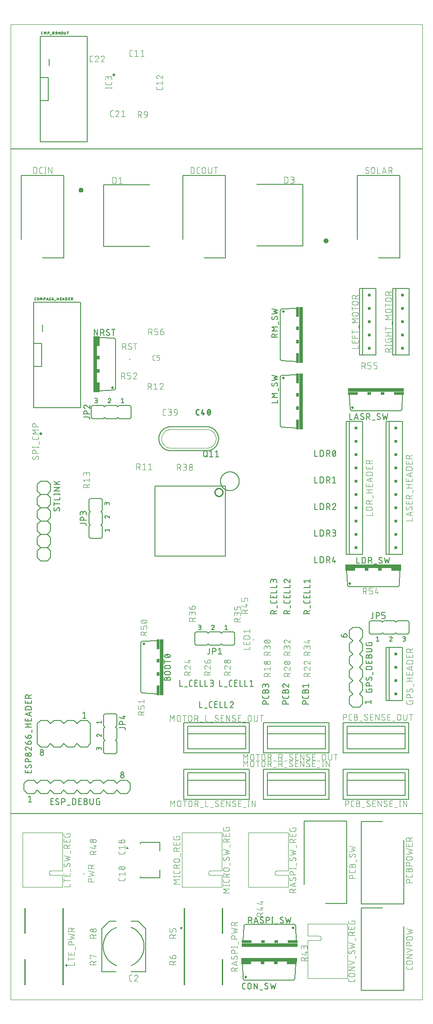
<source format=gto>
G04 EAGLE Gerber RS-274X export*
G75*
%MOMM*%
%FSLAX34Y34*%
%LPD*%
%INTop Silk*%
%IPPOS*%
%AMOC8*
5,1,8,0,0,1.08239X$1,22.5*%
G01*
%ADD10C,0.000000*%
%ADD11C,0.152400*%
%ADD12C,0.101600*%
%ADD13C,0.254000*%
%ADD14C,0.203200*%
%ADD15C,0.127000*%
%ADD16C,0.200000*%
%ADD17C,0.250000*%
%ADD18R,0.200000X0.200000*%
%ADD19R,0.508000X0.508000*%
%ADD20C,0.508000*%
%ADD21R,10.668000X0.762000*%
%ADD22R,1.905000X0.508000*%
%ADD23R,0.762000X0.508000*%
%ADD24C,0.050800*%
%ADD25R,0.762000X10.668000*%
%ADD26R,0.508000X1.905000*%
%ADD27R,0.508000X0.762000*%
%ADD28C,0.100081*%
%ADD29C,0.400000*%
%ADD30C,0.076200*%


D10*
X0Y0D02*
X787400Y0D01*
X787200Y1863600D01*
X0Y1863600D01*
X0Y0D01*
D11*
X0Y355600D02*
X787400Y355600D01*
X401139Y990600D02*
X401144Y991041D01*
X401161Y991481D01*
X401188Y991921D01*
X401225Y992360D01*
X401274Y992799D01*
X401333Y993235D01*
X401403Y993671D01*
X401484Y994104D01*
X401575Y994535D01*
X401677Y994964D01*
X401790Y995390D01*
X401912Y995814D01*
X402046Y996234D01*
X402189Y996651D01*
X402343Y997064D01*
X402506Y997473D01*
X402680Y997879D01*
X402863Y998279D01*
X403057Y998675D01*
X403260Y999067D01*
X403472Y999453D01*
X403694Y999834D01*
X403926Y1000209D01*
X404166Y1000579D01*
X404415Y1000942D01*
X404674Y1001299D01*
X404941Y1001650D01*
X405216Y1001994D01*
X405500Y1002332D01*
X405792Y1002662D01*
X406092Y1002985D01*
X406400Y1003300D01*
X406715Y1003608D01*
X407038Y1003908D01*
X407368Y1004200D01*
X407706Y1004484D01*
X408050Y1004759D01*
X408401Y1005026D01*
X408758Y1005285D01*
X409121Y1005534D01*
X409491Y1005774D01*
X409866Y1006006D01*
X410247Y1006228D01*
X410633Y1006440D01*
X411025Y1006643D01*
X411421Y1006837D01*
X411821Y1007020D01*
X412227Y1007194D01*
X412636Y1007357D01*
X413049Y1007511D01*
X413466Y1007654D01*
X413886Y1007788D01*
X414310Y1007910D01*
X414736Y1008023D01*
X415165Y1008125D01*
X415596Y1008216D01*
X416029Y1008297D01*
X416465Y1008367D01*
X416901Y1008426D01*
X417340Y1008475D01*
X417779Y1008512D01*
X418219Y1008539D01*
X418659Y1008556D01*
X419100Y1008561D01*
X419541Y1008556D01*
X419981Y1008539D01*
X420421Y1008512D01*
X420860Y1008475D01*
X421299Y1008426D01*
X421735Y1008367D01*
X422171Y1008297D01*
X422604Y1008216D01*
X423035Y1008125D01*
X423464Y1008023D01*
X423890Y1007910D01*
X424314Y1007788D01*
X424734Y1007654D01*
X425151Y1007511D01*
X425564Y1007357D01*
X425973Y1007194D01*
X426379Y1007020D01*
X426779Y1006837D01*
X427175Y1006643D01*
X427567Y1006440D01*
X427953Y1006228D01*
X428334Y1006006D01*
X428709Y1005774D01*
X429079Y1005534D01*
X429442Y1005285D01*
X429799Y1005026D01*
X430150Y1004759D01*
X430494Y1004484D01*
X430832Y1004200D01*
X431162Y1003908D01*
X431485Y1003608D01*
X431800Y1003300D01*
X432108Y1002985D01*
X432408Y1002662D01*
X432700Y1002332D01*
X432984Y1001994D01*
X433259Y1001650D01*
X433526Y1001299D01*
X433785Y1000942D01*
X434034Y1000579D01*
X434274Y1000209D01*
X434506Y999834D01*
X434728Y999453D01*
X434940Y999067D01*
X435143Y998675D01*
X435337Y998279D01*
X435520Y997879D01*
X435694Y997473D01*
X435857Y997064D01*
X436011Y996651D01*
X436154Y996234D01*
X436288Y995814D01*
X436410Y995390D01*
X436523Y994964D01*
X436625Y994535D01*
X436716Y994104D01*
X436797Y993671D01*
X436867Y993235D01*
X436926Y992799D01*
X436975Y992360D01*
X437012Y991921D01*
X437039Y991481D01*
X437056Y991041D01*
X437061Y990600D01*
X437056Y990159D01*
X437039Y989719D01*
X437012Y989279D01*
X436975Y988840D01*
X436926Y988401D01*
X436867Y987965D01*
X436797Y987529D01*
X436716Y987096D01*
X436625Y986665D01*
X436523Y986236D01*
X436410Y985810D01*
X436288Y985386D01*
X436154Y984966D01*
X436011Y984549D01*
X435857Y984136D01*
X435694Y983727D01*
X435520Y983321D01*
X435337Y982921D01*
X435143Y982525D01*
X434940Y982133D01*
X434728Y981747D01*
X434506Y981366D01*
X434274Y980991D01*
X434034Y980621D01*
X433785Y980258D01*
X433526Y979901D01*
X433259Y979550D01*
X432984Y979206D01*
X432700Y978868D01*
X432408Y978538D01*
X432108Y978215D01*
X431800Y977900D01*
X431485Y977592D01*
X431162Y977292D01*
X430832Y977000D01*
X430494Y976716D01*
X430150Y976441D01*
X429799Y976174D01*
X429442Y975915D01*
X429079Y975666D01*
X428709Y975426D01*
X428334Y975194D01*
X427953Y974972D01*
X427567Y974760D01*
X427175Y974557D01*
X426779Y974363D01*
X426379Y974180D01*
X425973Y974006D01*
X425564Y973843D01*
X425151Y973689D01*
X424734Y973546D01*
X424314Y973412D01*
X423890Y973290D01*
X423464Y973177D01*
X423035Y973075D01*
X422604Y972984D01*
X422171Y972903D01*
X421735Y972833D01*
X421299Y972774D01*
X420860Y972725D01*
X420421Y972688D01*
X419981Y972661D01*
X419541Y972644D01*
X419100Y972639D01*
X418659Y972644D01*
X418219Y972661D01*
X417779Y972688D01*
X417340Y972725D01*
X416901Y972774D01*
X416465Y972833D01*
X416029Y972903D01*
X415596Y972984D01*
X415165Y973075D01*
X414736Y973177D01*
X414310Y973290D01*
X413886Y973412D01*
X413466Y973546D01*
X413049Y973689D01*
X412636Y973843D01*
X412227Y974006D01*
X411821Y974180D01*
X411421Y974363D01*
X411025Y974557D01*
X410633Y974760D01*
X410247Y974972D01*
X409866Y975194D01*
X409491Y975426D01*
X409121Y975666D01*
X408758Y975915D01*
X408401Y976174D01*
X408050Y976441D01*
X407706Y976716D01*
X407368Y977000D01*
X407038Y977292D01*
X406715Y977592D01*
X406400Y977900D01*
X406092Y978215D01*
X405792Y978538D01*
X405500Y978868D01*
X405216Y979206D01*
X404941Y979550D01*
X404674Y979901D01*
X404415Y980258D01*
X404166Y980621D01*
X403926Y980991D01*
X403694Y981366D01*
X403472Y981747D01*
X403260Y982133D01*
X403057Y982525D01*
X402863Y982921D01*
X402680Y983321D01*
X402506Y983727D01*
X402343Y984136D01*
X402189Y984549D01*
X402046Y984966D01*
X401912Y985386D01*
X401790Y985810D01*
X401677Y986236D01*
X401575Y986665D01*
X401484Y987096D01*
X401403Y987529D01*
X401333Y987965D01*
X401274Y988401D01*
X401225Y988840D01*
X401188Y989279D01*
X401161Y989719D01*
X401144Y990159D01*
X401139Y990600D01*
X787400Y1625600D02*
X0Y1625600D01*
D12*
X217856Y232753D02*
X217856Y230157D01*
X217854Y230058D01*
X217848Y229958D01*
X217839Y229859D01*
X217826Y229761D01*
X217809Y229663D01*
X217788Y229565D01*
X217763Y229469D01*
X217735Y229374D01*
X217703Y229280D01*
X217668Y229187D01*
X217629Y229095D01*
X217586Y229005D01*
X217541Y228917D01*
X217491Y228830D01*
X217439Y228746D01*
X217383Y228663D01*
X217325Y228583D01*
X217263Y228505D01*
X217198Y228430D01*
X217130Y228357D01*
X217060Y228287D01*
X216987Y228219D01*
X216912Y228154D01*
X216834Y228092D01*
X216754Y228034D01*
X216671Y227978D01*
X216587Y227926D01*
X216500Y227876D01*
X216412Y227831D01*
X216322Y227788D01*
X216230Y227749D01*
X216137Y227714D01*
X216043Y227682D01*
X215948Y227654D01*
X215852Y227629D01*
X215754Y227608D01*
X215656Y227591D01*
X215558Y227578D01*
X215459Y227569D01*
X215359Y227563D01*
X215260Y227561D01*
X215260Y227560D02*
X208768Y227560D01*
X208669Y227562D01*
X208569Y227568D01*
X208470Y227577D01*
X208372Y227590D01*
X208274Y227608D01*
X208176Y227628D01*
X208080Y227653D01*
X207984Y227681D01*
X207890Y227713D01*
X207797Y227748D01*
X207706Y227787D01*
X207616Y227830D01*
X207527Y227875D01*
X207441Y227925D01*
X207356Y227977D01*
X207274Y228033D01*
X207194Y228092D01*
X207116Y228153D01*
X207040Y228218D01*
X206967Y228286D01*
X206897Y228356D01*
X206829Y228429D01*
X206764Y228505D01*
X206703Y228583D01*
X206644Y228663D01*
X206588Y228745D01*
X206536Y228830D01*
X206487Y228916D01*
X206441Y229005D01*
X206398Y229095D01*
X206359Y229186D01*
X206324Y229279D01*
X206292Y229373D01*
X206264Y229469D01*
X206239Y229565D01*
X206219Y229663D01*
X206201Y229761D01*
X206188Y229859D01*
X206179Y229958D01*
X206173Y230057D01*
X206171Y230157D01*
X206172Y230157D02*
X206172Y232753D01*
X208768Y237119D02*
X206172Y240364D01*
X217856Y240364D01*
X217856Y237119D02*
X217856Y243610D01*
X212014Y248548D02*
X211784Y248551D01*
X211554Y248559D01*
X211325Y248573D01*
X211096Y248592D01*
X210867Y248617D01*
X210639Y248647D01*
X210412Y248682D01*
X210186Y248723D01*
X209961Y248769D01*
X209737Y248821D01*
X209514Y248878D01*
X209293Y248940D01*
X209073Y249008D01*
X208855Y249081D01*
X208639Y249159D01*
X208425Y249242D01*
X208213Y249330D01*
X208002Y249423D01*
X207795Y249522D01*
X207705Y249555D01*
X207616Y249591D01*
X207528Y249631D01*
X207443Y249675D01*
X207359Y249722D01*
X207277Y249772D01*
X207197Y249826D01*
X207120Y249882D01*
X207044Y249942D01*
X206971Y250005D01*
X206901Y250070D01*
X206833Y250139D01*
X206769Y250210D01*
X206707Y250283D01*
X206648Y250359D01*
X206592Y250437D01*
X206539Y250518D01*
X206490Y250600D01*
X206444Y250684D01*
X206401Y250771D01*
X206362Y250858D01*
X206326Y250948D01*
X206294Y251038D01*
X206266Y251130D01*
X206241Y251223D01*
X206220Y251317D01*
X206203Y251411D01*
X206189Y251506D01*
X206180Y251602D01*
X206174Y251698D01*
X206172Y251794D01*
X206174Y251890D01*
X206180Y251986D01*
X206189Y252082D01*
X206203Y252177D01*
X206220Y252271D01*
X206241Y252365D01*
X206266Y252458D01*
X206294Y252550D01*
X206326Y252640D01*
X206362Y252730D01*
X206401Y252818D01*
X206444Y252904D01*
X206490Y252988D01*
X206539Y253070D01*
X206592Y253151D01*
X206648Y253229D01*
X206707Y253305D01*
X206769Y253378D01*
X206833Y253449D01*
X206901Y253518D01*
X206971Y253583D01*
X207044Y253646D01*
X207120Y253706D01*
X207197Y253762D01*
X207277Y253816D01*
X207359Y253866D01*
X207443Y253913D01*
X207528Y253957D01*
X207616Y253997D01*
X207705Y254033D01*
X207795Y254066D01*
X208002Y254165D01*
X208213Y254258D01*
X208425Y254346D01*
X208639Y254429D01*
X208855Y254507D01*
X209073Y254580D01*
X209293Y254648D01*
X209514Y254710D01*
X209737Y254767D01*
X209961Y254819D01*
X210186Y254865D01*
X210412Y254906D01*
X210639Y254941D01*
X210867Y254971D01*
X211096Y254996D01*
X211325Y255015D01*
X211554Y255029D01*
X211784Y255037D01*
X212014Y255040D01*
X212014Y248548D02*
X212244Y248551D01*
X212474Y248559D01*
X212703Y248573D01*
X212932Y248592D01*
X213161Y248617D01*
X213389Y248647D01*
X213616Y248682D01*
X213842Y248723D01*
X214067Y248769D01*
X214291Y248821D01*
X214514Y248878D01*
X214735Y248940D01*
X214955Y249008D01*
X215173Y249081D01*
X215389Y249159D01*
X215603Y249242D01*
X215815Y249330D01*
X216026Y249423D01*
X216233Y249522D01*
X216323Y249555D01*
X216412Y249591D01*
X216500Y249632D01*
X216585Y249675D01*
X216669Y249722D01*
X216751Y249772D01*
X216831Y249826D01*
X216908Y249882D01*
X216984Y249942D01*
X217057Y250005D01*
X217127Y250070D01*
X217195Y250139D01*
X217259Y250210D01*
X217321Y250283D01*
X217380Y250359D01*
X217436Y250437D01*
X217489Y250518D01*
X217538Y250600D01*
X217584Y250684D01*
X217627Y250771D01*
X217666Y250858D01*
X217702Y250948D01*
X217734Y251038D01*
X217762Y251130D01*
X217787Y251223D01*
X217808Y251317D01*
X217825Y251411D01*
X217839Y251506D01*
X217848Y251602D01*
X217854Y251698D01*
X217856Y251794D01*
X216233Y254066D02*
X216026Y254165D01*
X215815Y254258D01*
X215603Y254346D01*
X215389Y254429D01*
X215173Y254507D01*
X214955Y254580D01*
X214735Y254648D01*
X214514Y254710D01*
X214291Y254767D01*
X214067Y254819D01*
X213842Y254865D01*
X213616Y254906D01*
X213389Y254941D01*
X213161Y254971D01*
X212932Y254996D01*
X212703Y255015D01*
X212474Y255029D01*
X212244Y255037D01*
X212014Y255040D01*
X216233Y254066D02*
X216323Y254033D01*
X216412Y253997D01*
X216500Y253957D01*
X216585Y253913D01*
X216669Y253866D01*
X216751Y253816D01*
X216831Y253762D01*
X216908Y253706D01*
X216984Y253646D01*
X217057Y253583D01*
X217127Y253518D01*
X217195Y253449D01*
X217259Y253378D01*
X217321Y253305D01*
X217380Y253229D01*
X217436Y253151D01*
X217489Y253070D01*
X217538Y252988D01*
X217584Y252904D01*
X217627Y252817D01*
X217666Y252730D01*
X217702Y252640D01*
X217734Y252550D01*
X217762Y252458D01*
X217787Y252365D01*
X217808Y252271D01*
X217825Y252177D01*
X217839Y252082D01*
X217848Y251986D01*
X217854Y251890D01*
X217856Y251794D01*
X215260Y249198D02*
X208768Y254391D01*
X230157Y1802562D02*
X232753Y1802562D01*
X230157Y1802562D02*
X230058Y1802564D01*
X229958Y1802570D01*
X229859Y1802579D01*
X229761Y1802592D01*
X229663Y1802609D01*
X229565Y1802630D01*
X229469Y1802655D01*
X229374Y1802683D01*
X229280Y1802715D01*
X229187Y1802750D01*
X229095Y1802789D01*
X229005Y1802832D01*
X228917Y1802877D01*
X228830Y1802927D01*
X228746Y1802979D01*
X228663Y1803035D01*
X228583Y1803093D01*
X228505Y1803155D01*
X228430Y1803220D01*
X228357Y1803288D01*
X228287Y1803358D01*
X228219Y1803431D01*
X228154Y1803506D01*
X228092Y1803584D01*
X228034Y1803664D01*
X227978Y1803747D01*
X227926Y1803831D01*
X227876Y1803918D01*
X227831Y1804006D01*
X227788Y1804096D01*
X227749Y1804188D01*
X227714Y1804281D01*
X227682Y1804375D01*
X227654Y1804470D01*
X227629Y1804566D01*
X227608Y1804664D01*
X227591Y1804762D01*
X227578Y1804860D01*
X227569Y1804959D01*
X227563Y1805059D01*
X227561Y1805158D01*
X227560Y1805158D02*
X227560Y1811650D01*
X227561Y1811650D02*
X227563Y1811749D01*
X227569Y1811849D01*
X227578Y1811948D01*
X227591Y1812046D01*
X227608Y1812144D01*
X227629Y1812242D01*
X227654Y1812338D01*
X227682Y1812433D01*
X227714Y1812527D01*
X227749Y1812620D01*
X227788Y1812712D01*
X227831Y1812802D01*
X227876Y1812890D01*
X227926Y1812977D01*
X227978Y1813061D01*
X228034Y1813144D01*
X228092Y1813224D01*
X228154Y1813302D01*
X228219Y1813377D01*
X228287Y1813450D01*
X228357Y1813520D01*
X228430Y1813588D01*
X228505Y1813653D01*
X228583Y1813715D01*
X228663Y1813773D01*
X228746Y1813829D01*
X228830Y1813881D01*
X228917Y1813931D01*
X229005Y1813976D01*
X229095Y1814019D01*
X229187Y1814058D01*
X229279Y1814093D01*
X229374Y1814125D01*
X229469Y1814153D01*
X229565Y1814178D01*
X229663Y1814199D01*
X229761Y1814216D01*
X229859Y1814229D01*
X229958Y1814238D01*
X230058Y1814244D01*
X230157Y1814246D01*
X232753Y1814246D01*
X237119Y1811650D02*
X240364Y1814246D01*
X240364Y1802562D01*
X237119Y1802562D02*
X243610Y1802562D01*
X248549Y1811650D02*
X251794Y1814246D01*
X251794Y1802562D01*
X248549Y1802562D02*
X255040Y1802562D01*
X290246Y1744053D02*
X290246Y1741457D01*
X290244Y1741358D01*
X290238Y1741258D01*
X290229Y1741159D01*
X290216Y1741061D01*
X290199Y1740963D01*
X290178Y1740865D01*
X290153Y1740769D01*
X290125Y1740674D01*
X290093Y1740580D01*
X290058Y1740487D01*
X290019Y1740395D01*
X289976Y1740305D01*
X289931Y1740217D01*
X289881Y1740130D01*
X289829Y1740046D01*
X289773Y1739963D01*
X289715Y1739883D01*
X289653Y1739805D01*
X289588Y1739730D01*
X289520Y1739657D01*
X289450Y1739587D01*
X289377Y1739519D01*
X289302Y1739454D01*
X289224Y1739392D01*
X289144Y1739334D01*
X289061Y1739278D01*
X288977Y1739226D01*
X288890Y1739176D01*
X288802Y1739131D01*
X288712Y1739088D01*
X288620Y1739049D01*
X288527Y1739014D01*
X288433Y1738982D01*
X288338Y1738954D01*
X288242Y1738929D01*
X288144Y1738908D01*
X288046Y1738891D01*
X287948Y1738878D01*
X287849Y1738869D01*
X287749Y1738863D01*
X287650Y1738861D01*
X287650Y1738860D02*
X281158Y1738860D01*
X281059Y1738862D01*
X280959Y1738868D01*
X280860Y1738877D01*
X280762Y1738890D01*
X280664Y1738908D01*
X280566Y1738928D01*
X280470Y1738953D01*
X280374Y1738981D01*
X280280Y1739013D01*
X280187Y1739048D01*
X280096Y1739087D01*
X280006Y1739130D01*
X279917Y1739175D01*
X279831Y1739225D01*
X279746Y1739277D01*
X279664Y1739333D01*
X279584Y1739392D01*
X279506Y1739453D01*
X279430Y1739518D01*
X279357Y1739586D01*
X279287Y1739656D01*
X279219Y1739729D01*
X279154Y1739805D01*
X279093Y1739883D01*
X279034Y1739963D01*
X278978Y1740045D01*
X278926Y1740130D01*
X278877Y1740216D01*
X278831Y1740305D01*
X278788Y1740395D01*
X278749Y1740486D01*
X278714Y1740579D01*
X278682Y1740673D01*
X278654Y1740769D01*
X278629Y1740865D01*
X278609Y1740963D01*
X278591Y1741061D01*
X278578Y1741159D01*
X278569Y1741258D01*
X278563Y1741357D01*
X278561Y1741457D01*
X278562Y1741457D02*
X278562Y1744053D01*
X281158Y1748419D02*
X278562Y1751664D01*
X290246Y1751664D01*
X290246Y1748419D02*
X290246Y1754910D01*
X281483Y1766340D02*
X281376Y1766338D01*
X281270Y1766332D01*
X281164Y1766322D01*
X281058Y1766309D01*
X280952Y1766291D01*
X280848Y1766270D01*
X280744Y1766245D01*
X280641Y1766216D01*
X280540Y1766184D01*
X280440Y1766147D01*
X280341Y1766107D01*
X280243Y1766064D01*
X280147Y1766017D01*
X280053Y1765966D01*
X279961Y1765912D01*
X279871Y1765855D01*
X279783Y1765795D01*
X279698Y1765731D01*
X279615Y1765664D01*
X279534Y1765594D01*
X279456Y1765522D01*
X279380Y1765446D01*
X279308Y1765368D01*
X279238Y1765287D01*
X279171Y1765204D01*
X279107Y1765119D01*
X279047Y1765031D01*
X278990Y1764941D01*
X278936Y1764849D01*
X278885Y1764755D01*
X278838Y1764659D01*
X278795Y1764561D01*
X278755Y1764462D01*
X278718Y1764362D01*
X278686Y1764261D01*
X278657Y1764158D01*
X278632Y1764054D01*
X278611Y1763950D01*
X278593Y1763844D01*
X278580Y1763738D01*
X278570Y1763632D01*
X278564Y1763526D01*
X278562Y1763419D01*
X278564Y1763298D01*
X278570Y1763177D01*
X278580Y1763057D01*
X278593Y1762936D01*
X278611Y1762817D01*
X278632Y1762697D01*
X278657Y1762579D01*
X278686Y1762462D01*
X278719Y1762345D01*
X278755Y1762230D01*
X278796Y1762116D01*
X278839Y1762003D01*
X278887Y1761891D01*
X278938Y1761782D01*
X278993Y1761674D01*
X279051Y1761567D01*
X279112Y1761463D01*
X279177Y1761361D01*
X279245Y1761261D01*
X279316Y1761163D01*
X279390Y1761067D01*
X279467Y1760974D01*
X279548Y1760884D01*
X279631Y1760796D01*
X279717Y1760711D01*
X279806Y1760628D01*
X279897Y1760549D01*
X279991Y1760472D01*
X280087Y1760399D01*
X280185Y1760329D01*
X280286Y1760262D01*
X280389Y1760198D01*
X280494Y1760138D01*
X280601Y1760080D01*
X280709Y1760027D01*
X280819Y1759977D01*
X280931Y1759931D01*
X281044Y1759888D01*
X281159Y1759849D01*
X283755Y1765365D02*
X283677Y1765444D01*
X283597Y1765520D01*
X283514Y1765593D01*
X283428Y1765663D01*
X283341Y1765730D01*
X283250Y1765794D01*
X283158Y1765854D01*
X283064Y1765912D01*
X282967Y1765966D01*
X282869Y1766016D01*
X282769Y1766063D01*
X282668Y1766107D01*
X282565Y1766147D01*
X282460Y1766183D01*
X282355Y1766215D01*
X282248Y1766244D01*
X282141Y1766269D01*
X282032Y1766291D01*
X281923Y1766308D01*
X281814Y1766322D01*
X281704Y1766331D01*
X281593Y1766337D01*
X281483Y1766339D01*
X283755Y1765366D02*
X290246Y1759849D01*
X290246Y1766340D01*
X217856Y283553D02*
X217856Y280957D01*
X217854Y280858D01*
X217848Y280758D01*
X217839Y280659D01*
X217826Y280561D01*
X217809Y280463D01*
X217788Y280365D01*
X217763Y280269D01*
X217735Y280174D01*
X217703Y280080D01*
X217668Y279987D01*
X217629Y279895D01*
X217586Y279805D01*
X217541Y279717D01*
X217491Y279630D01*
X217439Y279546D01*
X217383Y279463D01*
X217325Y279383D01*
X217263Y279305D01*
X217198Y279230D01*
X217130Y279157D01*
X217060Y279087D01*
X216987Y279019D01*
X216912Y278954D01*
X216834Y278892D01*
X216754Y278834D01*
X216671Y278778D01*
X216587Y278726D01*
X216500Y278676D01*
X216412Y278631D01*
X216322Y278588D01*
X216230Y278549D01*
X216137Y278514D01*
X216043Y278482D01*
X215948Y278454D01*
X215852Y278429D01*
X215754Y278408D01*
X215656Y278391D01*
X215558Y278378D01*
X215459Y278369D01*
X215359Y278363D01*
X215260Y278361D01*
X215260Y278360D02*
X208768Y278360D01*
X208669Y278362D01*
X208569Y278368D01*
X208470Y278377D01*
X208372Y278390D01*
X208274Y278408D01*
X208176Y278428D01*
X208080Y278453D01*
X207984Y278481D01*
X207890Y278513D01*
X207797Y278548D01*
X207706Y278587D01*
X207616Y278630D01*
X207527Y278675D01*
X207441Y278725D01*
X207356Y278777D01*
X207274Y278833D01*
X207194Y278892D01*
X207116Y278953D01*
X207040Y279018D01*
X206967Y279086D01*
X206897Y279156D01*
X206829Y279229D01*
X206764Y279305D01*
X206703Y279383D01*
X206644Y279463D01*
X206588Y279545D01*
X206536Y279630D01*
X206487Y279716D01*
X206441Y279805D01*
X206398Y279895D01*
X206359Y279986D01*
X206324Y280079D01*
X206292Y280173D01*
X206264Y280269D01*
X206239Y280365D01*
X206219Y280463D01*
X206201Y280561D01*
X206188Y280659D01*
X206179Y280758D01*
X206173Y280857D01*
X206171Y280957D01*
X206172Y280957D02*
X206172Y283553D01*
X208768Y287919D02*
X206172Y291164D01*
X217856Y291164D01*
X217856Y287919D02*
X217856Y294410D01*
X214610Y299348D02*
X214497Y299350D01*
X214384Y299356D01*
X214271Y299366D01*
X214158Y299380D01*
X214046Y299397D01*
X213935Y299419D01*
X213825Y299444D01*
X213715Y299474D01*
X213607Y299507D01*
X213500Y299544D01*
X213394Y299584D01*
X213290Y299629D01*
X213187Y299677D01*
X213086Y299728D01*
X212987Y299783D01*
X212890Y299841D01*
X212795Y299903D01*
X212702Y299968D01*
X212612Y300036D01*
X212524Y300107D01*
X212438Y300182D01*
X212355Y300259D01*
X212275Y300339D01*
X212198Y300422D01*
X212123Y300508D01*
X212052Y300596D01*
X211984Y300686D01*
X211919Y300779D01*
X211857Y300874D01*
X211799Y300971D01*
X211744Y301070D01*
X211693Y301171D01*
X211645Y301274D01*
X211600Y301378D01*
X211560Y301484D01*
X211523Y301591D01*
X211490Y301699D01*
X211460Y301809D01*
X211435Y301919D01*
X211413Y302030D01*
X211396Y302142D01*
X211382Y302255D01*
X211372Y302368D01*
X211366Y302481D01*
X211364Y302594D01*
X211366Y302707D01*
X211372Y302820D01*
X211382Y302933D01*
X211396Y303046D01*
X211413Y303158D01*
X211435Y303269D01*
X211460Y303379D01*
X211490Y303489D01*
X211523Y303597D01*
X211560Y303704D01*
X211600Y303810D01*
X211645Y303914D01*
X211693Y304017D01*
X211744Y304118D01*
X211799Y304217D01*
X211857Y304314D01*
X211919Y304409D01*
X211984Y304502D01*
X212052Y304592D01*
X212123Y304680D01*
X212198Y304766D01*
X212275Y304849D01*
X212355Y304929D01*
X212438Y305006D01*
X212524Y305081D01*
X212612Y305152D01*
X212702Y305220D01*
X212795Y305285D01*
X212890Y305347D01*
X212987Y305405D01*
X213086Y305460D01*
X213187Y305511D01*
X213290Y305559D01*
X213394Y305604D01*
X213500Y305644D01*
X213607Y305681D01*
X213715Y305714D01*
X213825Y305744D01*
X213935Y305769D01*
X214046Y305791D01*
X214158Y305808D01*
X214271Y305822D01*
X214384Y305832D01*
X214497Y305838D01*
X214610Y305840D01*
X214723Y305838D01*
X214836Y305832D01*
X214949Y305822D01*
X215062Y305808D01*
X215174Y305791D01*
X215285Y305769D01*
X215395Y305744D01*
X215505Y305714D01*
X215613Y305681D01*
X215720Y305644D01*
X215826Y305604D01*
X215930Y305559D01*
X216033Y305511D01*
X216134Y305460D01*
X216233Y305405D01*
X216330Y305347D01*
X216425Y305285D01*
X216518Y305220D01*
X216608Y305152D01*
X216696Y305081D01*
X216782Y305006D01*
X216865Y304929D01*
X216945Y304849D01*
X217022Y304766D01*
X217097Y304680D01*
X217168Y304592D01*
X217236Y304502D01*
X217301Y304409D01*
X217363Y304314D01*
X217421Y304217D01*
X217476Y304118D01*
X217527Y304017D01*
X217575Y303914D01*
X217620Y303810D01*
X217660Y303704D01*
X217697Y303597D01*
X217730Y303489D01*
X217760Y303379D01*
X217785Y303269D01*
X217807Y303158D01*
X217824Y303046D01*
X217838Y302933D01*
X217848Y302820D01*
X217854Y302707D01*
X217856Y302594D01*
X217854Y302481D01*
X217848Y302368D01*
X217838Y302255D01*
X217824Y302142D01*
X217807Y302030D01*
X217785Y301919D01*
X217760Y301809D01*
X217730Y301699D01*
X217697Y301591D01*
X217660Y301484D01*
X217620Y301378D01*
X217575Y301274D01*
X217527Y301171D01*
X217476Y301070D01*
X217421Y300971D01*
X217363Y300874D01*
X217301Y300779D01*
X217236Y300686D01*
X217168Y300596D01*
X217097Y300508D01*
X217022Y300422D01*
X216945Y300339D01*
X216865Y300259D01*
X216782Y300182D01*
X216696Y300107D01*
X216608Y300036D01*
X216518Y299968D01*
X216425Y299903D01*
X216330Y299841D01*
X216233Y299783D01*
X216134Y299728D01*
X216033Y299677D01*
X215930Y299629D01*
X215826Y299584D01*
X215720Y299544D01*
X215613Y299507D01*
X215505Y299474D01*
X215395Y299444D01*
X215285Y299419D01*
X215174Y299397D01*
X215062Y299380D01*
X214949Y299366D01*
X214836Y299356D01*
X214723Y299350D01*
X214610Y299348D01*
X208768Y299998D02*
X208667Y300000D01*
X208567Y300006D01*
X208467Y300016D01*
X208367Y300029D01*
X208268Y300047D01*
X208169Y300068D01*
X208072Y300093D01*
X207975Y300122D01*
X207880Y300155D01*
X207786Y300191D01*
X207694Y300231D01*
X207603Y300274D01*
X207514Y300321D01*
X207427Y300371D01*
X207341Y300425D01*
X207258Y300482D01*
X207178Y300542D01*
X207099Y300605D01*
X207023Y300672D01*
X206950Y300741D01*
X206880Y300813D01*
X206812Y300887D01*
X206747Y300964D01*
X206686Y301044D01*
X206627Y301126D01*
X206572Y301210D01*
X206520Y301296D01*
X206471Y301384D01*
X206426Y301474D01*
X206384Y301566D01*
X206346Y301659D01*
X206312Y301754D01*
X206281Y301849D01*
X206254Y301946D01*
X206231Y302044D01*
X206211Y302143D01*
X206196Y302243D01*
X206184Y302343D01*
X206176Y302443D01*
X206172Y302544D01*
X206172Y302644D01*
X206176Y302745D01*
X206184Y302845D01*
X206196Y302945D01*
X206211Y303045D01*
X206231Y303144D01*
X206254Y303242D01*
X206281Y303339D01*
X206312Y303434D01*
X206346Y303529D01*
X206384Y303622D01*
X206426Y303714D01*
X206471Y303804D01*
X206520Y303892D01*
X206572Y303978D01*
X206627Y304062D01*
X206686Y304144D01*
X206747Y304224D01*
X206812Y304301D01*
X206880Y304375D01*
X206950Y304447D01*
X207023Y304516D01*
X207099Y304583D01*
X207178Y304646D01*
X207258Y304706D01*
X207341Y304763D01*
X207427Y304817D01*
X207514Y304867D01*
X207603Y304914D01*
X207694Y304957D01*
X207786Y304997D01*
X207880Y305033D01*
X207975Y305066D01*
X208072Y305095D01*
X208169Y305120D01*
X208268Y305141D01*
X208367Y305159D01*
X208467Y305172D01*
X208567Y305182D01*
X208667Y305188D01*
X208768Y305190D01*
X208869Y305188D01*
X208969Y305182D01*
X209069Y305172D01*
X209169Y305159D01*
X209268Y305141D01*
X209367Y305120D01*
X209464Y305095D01*
X209561Y305066D01*
X209656Y305033D01*
X209750Y304997D01*
X209842Y304957D01*
X209933Y304914D01*
X210022Y304867D01*
X210109Y304817D01*
X210195Y304763D01*
X210278Y304706D01*
X210358Y304646D01*
X210437Y304583D01*
X210513Y304516D01*
X210586Y304447D01*
X210656Y304375D01*
X210724Y304301D01*
X210789Y304224D01*
X210850Y304144D01*
X210909Y304062D01*
X210964Y303978D01*
X211016Y303892D01*
X211065Y303804D01*
X211110Y303714D01*
X211152Y303622D01*
X211190Y303529D01*
X211224Y303434D01*
X211255Y303339D01*
X211282Y303242D01*
X211305Y303144D01*
X211325Y303045D01*
X211340Y302945D01*
X211352Y302845D01*
X211360Y302745D01*
X211364Y302644D01*
X211364Y302544D01*
X211360Y302443D01*
X211352Y302343D01*
X211340Y302243D01*
X211325Y302143D01*
X211305Y302044D01*
X211282Y301946D01*
X211255Y301849D01*
X211224Y301754D01*
X211190Y301659D01*
X211152Y301566D01*
X211110Y301474D01*
X211065Y301384D01*
X211016Y301296D01*
X210964Y301210D01*
X210909Y301126D01*
X210850Y301044D01*
X210789Y300964D01*
X210724Y300887D01*
X210656Y300813D01*
X210586Y300741D01*
X210513Y300672D01*
X210437Y300605D01*
X210358Y300542D01*
X210278Y300482D01*
X210195Y300425D01*
X210109Y300371D01*
X210022Y300321D01*
X209933Y300274D01*
X209842Y300231D01*
X209750Y300191D01*
X209656Y300155D01*
X209561Y300122D01*
X209464Y300093D01*
X209367Y300068D01*
X209268Y300047D01*
X209169Y300029D01*
X209069Y300016D01*
X208969Y300006D01*
X208869Y300000D01*
X208768Y299998D01*
X195923Y1687144D02*
X193327Y1687144D01*
X193228Y1687146D01*
X193128Y1687152D01*
X193029Y1687161D01*
X192931Y1687174D01*
X192833Y1687191D01*
X192735Y1687212D01*
X192639Y1687237D01*
X192544Y1687265D01*
X192450Y1687297D01*
X192357Y1687332D01*
X192265Y1687371D01*
X192175Y1687414D01*
X192087Y1687459D01*
X192000Y1687509D01*
X191916Y1687561D01*
X191833Y1687617D01*
X191753Y1687675D01*
X191675Y1687737D01*
X191600Y1687802D01*
X191527Y1687870D01*
X191457Y1687940D01*
X191389Y1688013D01*
X191324Y1688088D01*
X191262Y1688166D01*
X191204Y1688246D01*
X191148Y1688329D01*
X191096Y1688413D01*
X191046Y1688500D01*
X191001Y1688588D01*
X190958Y1688678D01*
X190919Y1688770D01*
X190884Y1688863D01*
X190852Y1688957D01*
X190824Y1689052D01*
X190799Y1689148D01*
X190778Y1689246D01*
X190761Y1689344D01*
X190748Y1689442D01*
X190739Y1689541D01*
X190733Y1689641D01*
X190731Y1689740D01*
X190730Y1689740D02*
X190730Y1696232D01*
X190731Y1696232D02*
X190733Y1696331D01*
X190739Y1696431D01*
X190748Y1696530D01*
X190761Y1696628D01*
X190778Y1696726D01*
X190799Y1696824D01*
X190824Y1696920D01*
X190852Y1697015D01*
X190884Y1697109D01*
X190919Y1697202D01*
X190958Y1697294D01*
X191001Y1697384D01*
X191046Y1697472D01*
X191096Y1697559D01*
X191148Y1697643D01*
X191204Y1697726D01*
X191262Y1697806D01*
X191324Y1697884D01*
X191389Y1697959D01*
X191457Y1698032D01*
X191527Y1698102D01*
X191600Y1698170D01*
X191675Y1698235D01*
X191753Y1698297D01*
X191833Y1698355D01*
X191916Y1698411D01*
X192000Y1698463D01*
X192087Y1698513D01*
X192175Y1698558D01*
X192265Y1698601D01*
X192357Y1698640D01*
X192449Y1698675D01*
X192544Y1698707D01*
X192639Y1698735D01*
X192735Y1698760D01*
X192833Y1698781D01*
X192931Y1698798D01*
X193029Y1698811D01*
X193128Y1698820D01*
X193228Y1698826D01*
X193327Y1698828D01*
X195923Y1698828D01*
X203859Y1698828D02*
X203966Y1698826D01*
X204072Y1698820D01*
X204178Y1698810D01*
X204284Y1698797D01*
X204390Y1698779D01*
X204494Y1698758D01*
X204598Y1698733D01*
X204701Y1698704D01*
X204802Y1698672D01*
X204902Y1698635D01*
X205001Y1698595D01*
X205099Y1698552D01*
X205195Y1698505D01*
X205289Y1698454D01*
X205381Y1698400D01*
X205471Y1698343D01*
X205559Y1698283D01*
X205644Y1698219D01*
X205727Y1698152D01*
X205808Y1698082D01*
X205886Y1698010D01*
X205962Y1697934D01*
X206034Y1697856D01*
X206104Y1697775D01*
X206171Y1697692D01*
X206235Y1697607D01*
X206295Y1697519D01*
X206352Y1697429D01*
X206406Y1697337D01*
X206457Y1697243D01*
X206504Y1697147D01*
X206547Y1697049D01*
X206587Y1696950D01*
X206624Y1696850D01*
X206656Y1696749D01*
X206685Y1696646D01*
X206710Y1696542D01*
X206731Y1696438D01*
X206749Y1696332D01*
X206762Y1696226D01*
X206772Y1696120D01*
X206778Y1696014D01*
X206780Y1695907D01*
X203859Y1698828D02*
X203738Y1698826D01*
X203617Y1698820D01*
X203497Y1698810D01*
X203376Y1698797D01*
X203257Y1698779D01*
X203137Y1698758D01*
X203019Y1698733D01*
X202902Y1698704D01*
X202785Y1698671D01*
X202670Y1698635D01*
X202556Y1698594D01*
X202443Y1698551D01*
X202331Y1698503D01*
X202222Y1698452D01*
X202114Y1698397D01*
X202007Y1698339D01*
X201903Y1698278D01*
X201801Y1698213D01*
X201701Y1698145D01*
X201603Y1698074D01*
X201507Y1698000D01*
X201414Y1697923D01*
X201324Y1697842D01*
X201236Y1697759D01*
X201151Y1697673D01*
X201068Y1697584D01*
X200989Y1697493D01*
X200912Y1697399D01*
X200839Y1697303D01*
X200769Y1697205D01*
X200702Y1697104D01*
X200638Y1697001D01*
X200578Y1696896D01*
X200521Y1696789D01*
X200467Y1696681D01*
X200417Y1696571D01*
X200371Y1696459D01*
X200328Y1696346D01*
X200289Y1696231D01*
X205806Y1693635D02*
X205885Y1693712D01*
X205961Y1693793D01*
X206034Y1693876D01*
X206104Y1693961D01*
X206171Y1694049D01*
X206235Y1694139D01*
X206295Y1694231D01*
X206352Y1694326D01*
X206406Y1694422D01*
X206457Y1694520D01*
X206504Y1694620D01*
X206548Y1694722D01*
X206588Y1694825D01*
X206624Y1694929D01*
X206656Y1695035D01*
X206685Y1695141D01*
X206710Y1695249D01*
X206732Y1695357D01*
X206749Y1695467D01*
X206763Y1695576D01*
X206772Y1695686D01*
X206778Y1695797D01*
X206780Y1695907D01*
X205806Y1693635D02*
X200289Y1687144D01*
X206780Y1687144D01*
X211719Y1696232D02*
X214964Y1698828D01*
X214964Y1687144D01*
X211719Y1687144D02*
X218210Y1687144D01*
X156553Y1792062D02*
X153957Y1792062D01*
X153858Y1792064D01*
X153758Y1792070D01*
X153659Y1792079D01*
X153561Y1792092D01*
X153463Y1792109D01*
X153365Y1792130D01*
X153269Y1792155D01*
X153174Y1792183D01*
X153080Y1792215D01*
X152987Y1792250D01*
X152895Y1792289D01*
X152805Y1792332D01*
X152717Y1792377D01*
X152630Y1792427D01*
X152546Y1792479D01*
X152463Y1792535D01*
X152383Y1792593D01*
X152305Y1792655D01*
X152230Y1792720D01*
X152157Y1792788D01*
X152087Y1792858D01*
X152019Y1792931D01*
X151954Y1793006D01*
X151892Y1793084D01*
X151834Y1793164D01*
X151778Y1793247D01*
X151726Y1793331D01*
X151676Y1793418D01*
X151631Y1793506D01*
X151588Y1793596D01*
X151549Y1793688D01*
X151514Y1793781D01*
X151482Y1793875D01*
X151454Y1793970D01*
X151429Y1794066D01*
X151408Y1794164D01*
X151391Y1794262D01*
X151378Y1794360D01*
X151369Y1794459D01*
X151363Y1794559D01*
X151361Y1794658D01*
X151360Y1794658D02*
X151360Y1801150D01*
X151361Y1801150D02*
X151363Y1801249D01*
X151369Y1801349D01*
X151378Y1801448D01*
X151391Y1801546D01*
X151408Y1801644D01*
X151429Y1801742D01*
X151454Y1801838D01*
X151482Y1801933D01*
X151514Y1802027D01*
X151549Y1802120D01*
X151588Y1802212D01*
X151631Y1802302D01*
X151676Y1802390D01*
X151726Y1802477D01*
X151778Y1802561D01*
X151834Y1802644D01*
X151892Y1802724D01*
X151954Y1802802D01*
X152019Y1802877D01*
X152087Y1802950D01*
X152157Y1803020D01*
X152230Y1803088D01*
X152305Y1803153D01*
X152383Y1803215D01*
X152463Y1803273D01*
X152546Y1803329D01*
X152630Y1803381D01*
X152717Y1803431D01*
X152805Y1803476D01*
X152895Y1803519D01*
X152987Y1803558D01*
X153079Y1803593D01*
X153174Y1803625D01*
X153269Y1803653D01*
X153365Y1803678D01*
X153463Y1803699D01*
X153561Y1803716D01*
X153659Y1803729D01*
X153758Y1803738D01*
X153858Y1803744D01*
X153957Y1803746D01*
X156553Y1803746D01*
X164489Y1803746D02*
X164596Y1803744D01*
X164702Y1803738D01*
X164808Y1803728D01*
X164914Y1803715D01*
X165020Y1803697D01*
X165124Y1803676D01*
X165228Y1803651D01*
X165331Y1803622D01*
X165432Y1803590D01*
X165532Y1803553D01*
X165631Y1803513D01*
X165729Y1803470D01*
X165825Y1803423D01*
X165919Y1803372D01*
X166011Y1803318D01*
X166101Y1803261D01*
X166189Y1803201D01*
X166274Y1803137D01*
X166357Y1803070D01*
X166438Y1803000D01*
X166516Y1802928D01*
X166592Y1802852D01*
X166664Y1802774D01*
X166734Y1802693D01*
X166801Y1802610D01*
X166865Y1802525D01*
X166925Y1802437D01*
X166982Y1802347D01*
X167036Y1802255D01*
X167087Y1802161D01*
X167134Y1802065D01*
X167177Y1801967D01*
X167217Y1801868D01*
X167254Y1801768D01*
X167286Y1801667D01*
X167315Y1801564D01*
X167340Y1801460D01*
X167361Y1801356D01*
X167379Y1801250D01*
X167392Y1801144D01*
X167402Y1801038D01*
X167408Y1800932D01*
X167410Y1800825D01*
X164489Y1803746D02*
X164368Y1803744D01*
X164247Y1803738D01*
X164127Y1803728D01*
X164006Y1803715D01*
X163887Y1803697D01*
X163767Y1803676D01*
X163649Y1803651D01*
X163532Y1803622D01*
X163415Y1803589D01*
X163300Y1803553D01*
X163186Y1803512D01*
X163073Y1803469D01*
X162961Y1803421D01*
X162852Y1803370D01*
X162744Y1803315D01*
X162637Y1803257D01*
X162533Y1803196D01*
X162431Y1803131D01*
X162331Y1803063D01*
X162233Y1802992D01*
X162137Y1802918D01*
X162044Y1802841D01*
X161954Y1802760D01*
X161866Y1802677D01*
X161781Y1802591D01*
X161698Y1802502D01*
X161619Y1802411D01*
X161542Y1802317D01*
X161469Y1802221D01*
X161399Y1802123D01*
X161332Y1802022D01*
X161268Y1801919D01*
X161208Y1801814D01*
X161151Y1801707D01*
X161097Y1801599D01*
X161047Y1801489D01*
X161001Y1801377D01*
X160958Y1801264D01*
X160919Y1801149D01*
X166436Y1798553D02*
X166515Y1798630D01*
X166591Y1798711D01*
X166664Y1798794D01*
X166734Y1798879D01*
X166801Y1798967D01*
X166865Y1799057D01*
X166925Y1799149D01*
X166982Y1799244D01*
X167036Y1799340D01*
X167087Y1799438D01*
X167134Y1799538D01*
X167178Y1799640D01*
X167218Y1799743D01*
X167254Y1799847D01*
X167286Y1799953D01*
X167315Y1800059D01*
X167340Y1800167D01*
X167362Y1800275D01*
X167379Y1800385D01*
X167393Y1800494D01*
X167402Y1800604D01*
X167408Y1800715D01*
X167410Y1800825D01*
X166436Y1798553D02*
X160919Y1792062D01*
X167410Y1792062D01*
X178840Y1800825D02*
X178838Y1800932D01*
X178832Y1801038D01*
X178822Y1801144D01*
X178809Y1801250D01*
X178791Y1801356D01*
X178770Y1801460D01*
X178745Y1801564D01*
X178716Y1801667D01*
X178684Y1801768D01*
X178647Y1801868D01*
X178607Y1801967D01*
X178564Y1802065D01*
X178517Y1802161D01*
X178466Y1802255D01*
X178412Y1802347D01*
X178355Y1802437D01*
X178295Y1802525D01*
X178231Y1802610D01*
X178164Y1802693D01*
X178094Y1802774D01*
X178022Y1802852D01*
X177946Y1802928D01*
X177868Y1803000D01*
X177787Y1803070D01*
X177704Y1803137D01*
X177619Y1803201D01*
X177531Y1803261D01*
X177441Y1803318D01*
X177349Y1803372D01*
X177255Y1803423D01*
X177159Y1803470D01*
X177061Y1803513D01*
X176962Y1803553D01*
X176862Y1803590D01*
X176761Y1803622D01*
X176658Y1803651D01*
X176554Y1803676D01*
X176450Y1803697D01*
X176344Y1803715D01*
X176238Y1803728D01*
X176132Y1803738D01*
X176026Y1803744D01*
X175919Y1803746D01*
X175798Y1803744D01*
X175677Y1803738D01*
X175557Y1803728D01*
X175436Y1803715D01*
X175317Y1803697D01*
X175197Y1803676D01*
X175079Y1803651D01*
X174962Y1803622D01*
X174845Y1803589D01*
X174730Y1803553D01*
X174616Y1803512D01*
X174503Y1803469D01*
X174391Y1803421D01*
X174282Y1803370D01*
X174174Y1803315D01*
X174067Y1803257D01*
X173963Y1803196D01*
X173861Y1803131D01*
X173761Y1803063D01*
X173663Y1802992D01*
X173567Y1802918D01*
X173474Y1802841D01*
X173384Y1802760D01*
X173296Y1802677D01*
X173211Y1802591D01*
X173128Y1802502D01*
X173049Y1802411D01*
X172972Y1802317D01*
X172899Y1802221D01*
X172829Y1802123D01*
X172762Y1802022D01*
X172698Y1801919D01*
X172638Y1801814D01*
X172581Y1801707D01*
X172527Y1801599D01*
X172477Y1801489D01*
X172431Y1801377D01*
X172388Y1801264D01*
X172349Y1801149D01*
X177866Y1798553D02*
X177945Y1798630D01*
X178021Y1798711D01*
X178094Y1798794D01*
X178164Y1798879D01*
X178231Y1798967D01*
X178295Y1799057D01*
X178355Y1799149D01*
X178412Y1799244D01*
X178466Y1799340D01*
X178517Y1799438D01*
X178564Y1799538D01*
X178608Y1799640D01*
X178648Y1799743D01*
X178684Y1799847D01*
X178716Y1799953D01*
X178745Y1800059D01*
X178770Y1800167D01*
X178792Y1800275D01*
X178809Y1800385D01*
X178823Y1800494D01*
X178832Y1800604D01*
X178838Y1800715D01*
X178840Y1800825D01*
X177866Y1798553D02*
X172349Y1792062D01*
X178840Y1792062D01*
X293657Y1116762D02*
X296253Y1116762D01*
X293657Y1116762D02*
X293558Y1116764D01*
X293458Y1116770D01*
X293359Y1116779D01*
X293261Y1116792D01*
X293163Y1116809D01*
X293065Y1116830D01*
X292969Y1116855D01*
X292874Y1116883D01*
X292780Y1116915D01*
X292687Y1116950D01*
X292595Y1116989D01*
X292505Y1117032D01*
X292417Y1117077D01*
X292330Y1117127D01*
X292246Y1117179D01*
X292163Y1117235D01*
X292083Y1117293D01*
X292005Y1117355D01*
X291930Y1117420D01*
X291857Y1117488D01*
X291787Y1117558D01*
X291719Y1117631D01*
X291654Y1117706D01*
X291592Y1117784D01*
X291534Y1117864D01*
X291478Y1117947D01*
X291426Y1118031D01*
X291376Y1118118D01*
X291331Y1118206D01*
X291288Y1118296D01*
X291249Y1118388D01*
X291214Y1118481D01*
X291182Y1118575D01*
X291154Y1118670D01*
X291129Y1118766D01*
X291108Y1118864D01*
X291091Y1118962D01*
X291078Y1119060D01*
X291069Y1119159D01*
X291063Y1119259D01*
X291061Y1119358D01*
X291060Y1119358D02*
X291060Y1125850D01*
X291061Y1125850D02*
X291063Y1125949D01*
X291069Y1126049D01*
X291078Y1126148D01*
X291091Y1126246D01*
X291108Y1126344D01*
X291129Y1126442D01*
X291154Y1126538D01*
X291182Y1126633D01*
X291214Y1126727D01*
X291249Y1126820D01*
X291288Y1126912D01*
X291331Y1127002D01*
X291376Y1127090D01*
X291426Y1127177D01*
X291478Y1127261D01*
X291534Y1127344D01*
X291592Y1127424D01*
X291654Y1127502D01*
X291719Y1127577D01*
X291787Y1127650D01*
X291857Y1127720D01*
X291930Y1127788D01*
X292005Y1127853D01*
X292083Y1127915D01*
X292163Y1127973D01*
X292246Y1128029D01*
X292330Y1128081D01*
X292417Y1128131D01*
X292505Y1128176D01*
X292595Y1128219D01*
X292687Y1128258D01*
X292779Y1128293D01*
X292874Y1128325D01*
X292969Y1128353D01*
X293065Y1128378D01*
X293163Y1128399D01*
X293261Y1128416D01*
X293359Y1128429D01*
X293458Y1128438D01*
X293558Y1128444D01*
X293657Y1128446D01*
X296253Y1128446D01*
X300619Y1116762D02*
X303864Y1116762D01*
X303977Y1116764D01*
X304090Y1116770D01*
X304203Y1116780D01*
X304316Y1116794D01*
X304428Y1116811D01*
X304539Y1116833D01*
X304649Y1116858D01*
X304759Y1116888D01*
X304867Y1116921D01*
X304974Y1116958D01*
X305080Y1116998D01*
X305184Y1117043D01*
X305287Y1117091D01*
X305388Y1117142D01*
X305487Y1117197D01*
X305584Y1117255D01*
X305679Y1117317D01*
X305772Y1117382D01*
X305862Y1117450D01*
X305950Y1117521D01*
X306036Y1117596D01*
X306119Y1117673D01*
X306199Y1117753D01*
X306276Y1117836D01*
X306351Y1117922D01*
X306422Y1118010D01*
X306490Y1118100D01*
X306555Y1118193D01*
X306617Y1118288D01*
X306675Y1118385D01*
X306730Y1118484D01*
X306781Y1118585D01*
X306829Y1118688D01*
X306874Y1118792D01*
X306914Y1118898D01*
X306951Y1119005D01*
X306984Y1119113D01*
X307014Y1119223D01*
X307039Y1119333D01*
X307061Y1119444D01*
X307078Y1119556D01*
X307092Y1119669D01*
X307102Y1119782D01*
X307108Y1119895D01*
X307110Y1120008D01*
X307108Y1120121D01*
X307102Y1120234D01*
X307092Y1120347D01*
X307078Y1120460D01*
X307061Y1120572D01*
X307039Y1120683D01*
X307014Y1120793D01*
X306984Y1120903D01*
X306951Y1121011D01*
X306914Y1121118D01*
X306874Y1121224D01*
X306829Y1121328D01*
X306781Y1121431D01*
X306730Y1121532D01*
X306675Y1121631D01*
X306617Y1121728D01*
X306555Y1121823D01*
X306490Y1121916D01*
X306422Y1122006D01*
X306351Y1122094D01*
X306276Y1122180D01*
X306199Y1122263D01*
X306119Y1122343D01*
X306036Y1122420D01*
X305950Y1122495D01*
X305862Y1122566D01*
X305772Y1122634D01*
X305679Y1122699D01*
X305584Y1122761D01*
X305487Y1122819D01*
X305388Y1122874D01*
X305287Y1122925D01*
X305184Y1122973D01*
X305080Y1123018D01*
X304974Y1123058D01*
X304867Y1123095D01*
X304759Y1123128D01*
X304649Y1123158D01*
X304539Y1123183D01*
X304428Y1123205D01*
X304316Y1123222D01*
X304203Y1123236D01*
X304090Y1123246D01*
X303977Y1123252D01*
X303864Y1123254D01*
X304513Y1128446D02*
X300619Y1128446D01*
X304513Y1128446D02*
X304614Y1128444D01*
X304714Y1128438D01*
X304814Y1128428D01*
X304914Y1128415D01*
X305013Y1128397D01*
X305112Y1128376D01*
X305209Y1128351D01*
X305306Y1128322D01*
X305401Y1128289D01*
X305495Y1128253D01*
X305587Y1128213D01*
X305678Y1128170D01*
X305767Y1128123D01*
X305854Y1128073D01*
X305940Y1128019D01*
X306023Y1127962D01*
X306103Y1127902D01*
X306182Y1127839D01*
X306258Y1127772D01*
X306331Y1127703D01*
X306401Y1127631D01*
X306469Y1127557D01*
X306534Y1127480D01*
X306595Y1127400D01*
X306654Y1127318D01*
X306709Y1127234D01*
X306761Y1127148D01*
X306810Y1127060D01*
X306855Y1126970D01*
X306897Y1126878D01*
X306935Y1126785D01*
X306969Y1126690D01*
X307000Y1126595D01*
X307027Y1126498D01*
X307050Y1126400D01*
X307070Y1126301D01*
X307085Y1126201D01*
X307097Y1126101D01*
X307105Y1126001D01*
X307109Y1125900D01*
X307109Y1125800D01*
X307105Y1125699D01*
X307097Y1125599D01*
X307085Y1125499D01*
X307070Y1125399D01*
X307050Y1125300D01*
X307027Y1125202D01*
X307000Y1125105D01*
X306969Y1125010D01*
X306935Y1124915D01*
X306897Y1124822D01*
X306855Y1124730D01*
X306810Y1124640D01*
X306761Y1124552D01*
X306709Y1124466D01*
X306654Y1124382D01*
X306595Y1124300D01*
X306534Y1124220D01*
X306469Y1124143D01*
X306401Y1124069D01*
X306331Y1123997D01*
X306258Y1123928D01*
X306182Y1123861D01*
X306103Y1123798D01*
X306023Y1123738D01*
X305940Y1123681D01*
X305854Y1123627D01*
X305767Y1123577D01*
X305678Y1123530D01*
X305587Y1123487D01*
X305495Y1123447D01*
X305401Y1123411D01*
X305306Y1123378D01*
X305209Y1123349D01*
X305112Y1123324D01*
X305013Y1123303D01*
X304914Y1123285D01*
X304814Y1123272D01*
X304714Y1123262D01*
X304614Y1123256D01*
X304513Y1123254D01*
X304513Y1123253D02*
X301917Y1123253D01*
X314645Y1121955D02*
X318540Y1121955D01*
X314645Y1121955D02*
X314546Y1121957D01*
X314446Y1121963D01*
X314347Y1121972D01*
X314249Y1121985D01*
X314151Y1122002D01*
X314053Y1122023D01*
X313957Y1122048D01*
X313862Y1122076D01*
X313768Y1122108D01*
X313675Y1122143D01*
X313583Y1122182D01*
X313493Y1122225D01*
X313405Y1122270D01*
X313318Y1122320D01*
X313234Y1122372D01*
X313151Y1122428D01*
X313071Y1122486D01*
X312993Y1122548D01*
X312918Y1122613D01*
X312845Y1122681D01*
X312775Y1122751D01*
X312707Y1122824D01*
X312642Y1122899D01*
X312580Y1122977D01*
X312522Y1123057D01*
X312466Y1123140D01*
X312414Y1123224D01*
X312364Y1123311D01*
X312319Y1123399D01*
X312276Y1123489D01*
X312237Y1123581D01*
X312202Y1123674D01*
X312170Y1123768D01*
X312142Y1123863D01*
X312117Y1123959D01*
X312096Y1124057D01*
X312079Y1124155D01*
X312066Y1124253D01*
X312057Y1124352D01*
X312051Y1124452D01*
X312049Y1124551D01*
X312049Y1125200D01*
X312048Y1125200D02*
X312050Y1125313D01*
X312056Y1125426D01*
X312066Y1125539D01*
X312080Y1125652D01*
X312097Y1125764D01*
X312119Y1125875D01*
X312144Y1125985D01*
X312174Y1126095D01*
X312207Y1126203D01*
X312244Y1126310D01*
X312284Y1126416D01*
X312329Y1126520D01*
X312377Y1126623D01*
X312428Y1126724D01*
X312483Y1126823D01*
X312541Y1126920D01*
X312603Y1127015D01*
X312668Y1127108D01*
X312736Y1127198D01*
X312807Y1127286D01*
X312882Y1127372D01*
X312959Y1127455D01*
X313039Y1127535D01*
X313122Y1127612D01*
X313208Y1127687D01*
X313296Y1127758D01*
X313386Y1127826D01*
X313479Y1127891D01*
X313574Y1127953D01*
X313671Y1128011D01*
X313770Y1128066D01*
X313871Y1128117D01*
X313974Y1128165D01*
X314078Y1128210D01*
X314184Y1128250D01*
X314291Y1128287D01*
X314399Y1128320D01*
X314509Y1128350D01*
X314619Y1128375D01*
X314730Y1128397D01*
X314842Y1128414D01*
X314955Y1128428D01*
X315068Y1128438D01*
X315181Y1128444D01*
X315294Y1128446D01*
X315407Y1128444D01*
X315520Y1128438D01*
X315633Y1128428D01*
X315746Y1128414D01*
X315858Y1128397D01*
X315969Y1128375D01*
X316079Y1128350D01*
X316189Y1128320D01*
X316297Y1128287D01*
X316404Y1128250D01*
X316510Y1128210D01*
X316614Y1128165D01*
X316717Y1128117D01*
X316818Y1128066D01*
X316917Y1128011D01*
X317014Y1127953D01*
X317109Y1127891D01*
X317202Y1127826D01*
X317292Y1127758D01*
X317380Y1127687D01*
X317466Y1127612D01*
X317549Y1127535D01*
X317629Y1127455D01*
X317706Y1127372D01*
X317781Y1127286D01*
X317852Y1127198D01*
X317920Y1127108D01*
X317985Y1127015D01*
X318047Y1126920D01*
X318105Y1126823D01*
X318160Y1126724D01*
X318211Y1126623D01*
X318259Y1126520D01*
X318304Y1126416D01*
X318344Y1126310D01*
X318381Y1126203D01*
X318414Y1126095D01*
X318444Y1125985D01*
X318469Y1125875D01*
X318491Y1125764D01*
X318508Y1125652D01*
X318522Y1125539D01*
X318532Y1125426D01*
X318538Y1125313D01*
X318540Y1125200D01*
X318540Y1121955D01*
X318538Y1121812D01*
X318532Y1121669D01*
X318522Y1121526D01*
X318508Y1121384D01*
X318491Y1121242D01*
X318469Y1121100D01*
X318444Y1120959D01*
X318414Y1120819D01*
X318381Y1120680D01*
X318344Y1120542D01*
X318303Y1120405D01*
X318259Y1120269D01*
X318210Y1120134D01*
X318158Y1120001D01*
X318103Y1119869D01*
X318043Y1119739D01*
X317980Y1119610D01*
X317914Y1119483D01*
X317844Y1119359D01*
X317771Y1119236D01*
X317694Y1119115D01*
X317614Y1118996D01*
X317531Y1118880D01*
X317445Y1118765D01*
X317356Y1118654D01*
X317263Y1118544D01*
X317168Y1118438D01*
X317069Y1118334D01*
X316968Y1118233D01*
X316864Y1118134D01*
X316758Y1118039D01*
X316648Y1117946D01*
X316537Y1117857D01*
X316422Y1117771D01*
X316306Y1117688D01*
X316187Y1117608D01*
X316066Y1117531D01*
X315944Y1117458D01*
X315819Y1117388D01*
X315692Y1117322D01*
X315563Y1117259D01*
X315433Y1117199D01*
X315301Y1117144D01*
X315168Y1117092D01*
X315033Y1117043D01*
X314897Y1116999D01*
X314760Y1116958D01*
X314622Y1116921D01*
X314483Y1116888D01*
X314343Y1116858D01*
X314202Y1116833D01*
X314060Y1116811D01*
X313918Y1116794D01*
X313776Y1116780D01*
X313633Y1116770D01*
X313490Y1116764D01*
X313347Y1116762D01*
D13*
X357229Y1117524D02*
X359487Y1117524D01*
X357229Y1117524D02*
X357136Y1117526D01*
X357043Y1117532D01*
X356950Y1117541D01*
X356857Y1117555D01*
X356766Y1117572D01*
X356675Y1117593D01*
X356585Y1117618D01*
X356496Y1117646D01*
X356408Y1117678D01*
X356322Y1117714D01*
X356237Y1117753D01*
X356154Y1117796D01*
X356073Y1117842D01*
X355994Y1117892D01*
X355917Y1117944D01*
X355842Y1118000D01*
X355770Y1118059D01*
X355700Y1118121D01*
X355632Y1118185D01*
X355568Y1118253D01*
X355506Y1118323D01*
X355447Y1118395D01*
X355391Y1118470D01*
X355339Y1118547D01*
X355289Y1118626D01*
X355243Y1118707D01*
X355200Y1118790D01*
X355161Y1118875D01*
X355125Y1118961D01*
X355093Y1119049D01*
X355065Y1119138D01*
X355040Y1119228D01*
X355019Y1119319D01*
X355002Y1119410D01*
X354988Y1119503D01*
X354979Y1119596D01*
X354973Y1119689D01*
X354971Y1119782D01*
X354971Y1125426D01*
X354973Y1125519D01*
X354979Y1125612D01*
X354988Y1125705D01*
X355002Y1125798D01*
X355019Y1125889D01*
X355040Y1125980D01*
X355065Y1126070D01*
X355093Y1126159D01*
X355125Y1126247D01*
X355161Y1126333D01*
X355200Y1126418D01*
X355243Y1126501D01*
X355289Y1126582D01*
X355339Y1126661D01*
X355391Y1126738D01*
X355447Y1126813D01*
X355506Y1126885D01*
X355568Y1126955D01*
X355632Y1127023D01*
X355700Y1127087D01*
X355770Y1127149D01*
X355842Y1127208D01*
X355917Y1127264D01*
X355994Y1127316D01*
X356073Y1127366D01*
X356154Y1127412D01*
X356237Y1127455D01*
X356322Y1127494D01*
X356408Y1127530D01*
X356496Y1127562D01*
X356585Y1127590D01*
X356675Y1127615D01*
X356766Y1127636D01*
X356857Y1127653D01*
X356950Y1127667D01*
X357043Y1127676D01*
X357136Y1127682D01*
X357229Y1127684D01*
X359487Y1127684D01*
X366812Y1127684D02*
X364554Y1119782D01*
X370199Y1119782D01*
X368505Y1122040D02*
X368505Y1117524D01*
X375984Y1122604D02*
X375986Y1122804D01*
X375994Y1123004D01*
X376005Y1123203D01*
X376022Y1123402D01*
X376044Y1123601D01*
X376070Y1123799D01*
X376101Y1123997D01*
X376136Y1124193D01*
X376177Y1124389D01*
X376221Y1124584D01*
X376271Y1124778D01*
X376325Y1124970D01*
X376384Y1125161D01*
X376447Y1125351D01*
X376515Y1125539D01*
X376587Y1125725D01*
X376664Y1125910D01*
X376745Y1126092D01*
X376831Y1126273D01*
X376832Y1126273D02*
X376863Y1126357D01*
X376897Y1126439D01*
X376935Y1126520D01*
X376976Y1126600D01*
X377021Y1126677D01*
X377068Y1126752D01*
X377119Y1126826D01*
X377174Y1126897D01*
X377231Y1126965D01*
X377291Y1127032D01*
X377354Y1127095D01*
X377419Y1127156D01*
X377487Y1127214D01*
X377557Y1127269D01*
X377630Y1127321D01*
X377705Y1127369D01*
X377782Y1127415D01*
X377860Y1127457D01*
X377941Y1127496D01*
X378023Y1127531D01*
X378106Y1127563D01*
X378191Y1127591D01*
X378277Y1127616D01*
X378364Y1127636D01*
X378451Y1127654D01*
X378540Y1127667D01*
X378629Y1127676D01*
X378718Y1127682D01*
X378807Y1127684D01*
X378896Y1127682D01*
X378985Y1127676D01*
X379074Y1127667D01*
X379163Y1127654D01*
X379250Y1127636D01*
X379337Y1127616D01*
X379423Y1127591D01*
X379508Y1127563D01*
X379591Y1127531D01*
X379673Y1127496D01*
X379754Y1127457D01*
X379832Y1127415D01*
X379909Y1127369D01*
X379984Y1127321D01*
X380057Y1127269D01*
X380127Y1127214D01*
X380195Y1127156D01*
X380261Y1127095D01*
X380323Y1127031D01*
X380383Y1126965D01*
X380440Y1126897D01*
X380495Y1126826D01*
X380546Y1126752D01*
X380593Y1126677D01*
X380638Y1126600D01*
X380679Y1126520D01*
X380717Y1126439D01*
X380751Y1126357D01*
X380782Y1126273D01*
X380781Y1126273D02*
X380867Y1126092D01*
X380948Y1125909D01*
X381025Y1125725D01*
X381097Y1125538D01*
X381165Y1125350D01*
X381228Y1125161D01*
X381287Y1124970D01*
X381341Y1124777D01*
X381391Y1124584D01*
X381435Y1124389D01*
X381476Y1124193D01*
X381511Y1123997D01*
X381542Y1123799D01*
X381568Y1123601D01*
X381590Y1123402D01*
X381607Y1123203D01*
X381618Y1123004D01*
X381626Y1122804D01*
X381628Y1122604D01*
X375984Y1122604D02*
X375986Y1122404D01*
X375994Y1122204D01*
X376005Y1122005D01*
X376022Y1121806D01*
X376044Y1121607D01*
X376070Y1121409D01*
X376101Y1121211D01*
X376136Y1121015D01*
X376177Y1120819D01*
X376221Y1120624D01*
X376271Y1120430D01*
X376325Y1120238D01*
X376384Y1120047D01*
X376447Y1119857D01*
X376515Y1119669D01*
X376587Y1119483D01*
X376664Y1119298D01*
X376745Y1119116D01*
X376831Y1118935D01*
X376832Y1118935D02*
X376863Y1118851D01*
X376897Y1118769D01*
X376935Y1118688D01*
X376976Y1118608D01*
X377021Y1118531D01*
X377068Y1118456D01*
X377120Y1118382D01*
X377174Y1118311D01*
X377231Y1118243D01*
X377291Y1118176D01*
X377354Y1118113D01*
X377419Y1118052D01*
X377487Y1117994D01*
X377557Y1117939D01*
X377630Y1117887D01*
X377705Y1117839D01*
X377782Y1117793D01*
X377860Y1117751D01*
X377941Y1117712D01*
X378023Y1117677D01*
X378106Y1117645D01*
X378191Y1117617D01*
X378277Y1117592D01*
X378364Y1117572D01*
X378451Y1117554D01*
X378540Y1117541D01*
X378629Y1117532D01*
X378718Y1117526D01*
X378807Y1117524D01*
X380782Y1118935D02*
X380868Y1119116D01*
X380949Y1119298D01*
X381026Y1119483D01*
X381098Y1119669D01*
X381166Y1119857D01*
X381229Y1120047D01*
X381288Y1120238D01*
X381342Y1120430D01*
X381392Y1120624D01*
X381436Y1120819D01*
X381477Y1121015D01*
X381512Y1121211D01*
X381543Y1121409D01*
X381569Y1121607D01*
X381591Y1121806D01*
X381608Y1122005D01*
X381619Y1122204D01*
X381627Y1122404D01*
X381629Y1122604D01*
X380782Y1118935D02*
X380751Y1118851D01*
X380717Y1118769D01*
X380679Y1118688D01*
X380638Y1118608D01*
X380593Y1118531D01*
X380546Y1118456D01*
X380495Y1118382D01*
X380440Y1118311D01*
X380383Y1118243D01*
X380323Y1118176D01*
X380260Y1118113D01*
X380195Y1118052D01*
X380127Y1117994D01*
X380057Y1117939D01*
X379984Y1117887D01*
X379909Y1117839D01*
X379832Y1117793D01*
X379754Y1117751D01*
X379673Y1117712D01*
X379591Y1117677D01*
X379508Y1117645D01*
X379423Y1117617D01*
X379337Y1117592D01*
X379250Y1117572D01*
X379163Y1117554D01*
X379074Y1117541D01*
X378985Y1117532D01*
X378896Y1117526D01*
X378807Y1117524D01*
X376549Y1119782D02*
X381064Y1125426D01*
D14*
X61150Y1276350D02*
X61150Y1289050D01*
X133900Y1332900D02*
X133900Y1130900D01*
X43900Y1130900D02*
X43900Y1209900D01*
X43900Y1253900D01*
X43900Y1332900D01*
X132900Y1332900D01*
X133900Y1130900D02*
X43900Y1130900D01*
X43900Y1253900D02*
X58900Y1253900D01*
X58900Y1209900D01*
X43900Y1209900D01*
D15*
X47427Y1336675D02*
X48500Y1336675D01*
X47427Y1336675D02*
X47362Y1336677D01*
X47298Y1336683D01*
X47234Y1336693D01*
X47170Y1336706D01*
X47108Y1336724D01*
X47047Y1336745D01*
X46987Y1336769D01*
X46929Y1336798D01*
X46872Y1336830D01*
X46818Y1336865D01*
X46766Y1336903D01*
X46716Y1336945D01*
X46669Y1336989D01*
X46625Y1337036D01*
X46583Y1337086D01*
X46545Y1337138D01*
X46510Y1337192D01*
X46478Y1337249D01*
X46449Y1337307D01*
X46425Y1337367D01*
X46404Y1337428D01*
X46386Y1337490D01*
X46373Y1337554D01*
X46363Y1337618D01*
X46357Y1337682D01*
X46355Y1337747D01*
X46355Y1340429D01*
X46357Y1340494D01*
X46363Y1340558D01*
X46373Y1340622D01*
X46386Y1340686D01*
X46404Y1340748D01*
X46425Y1340809D01*
X46449Y1340869D01*
X46478Y1340927D01*
X46510Y1340984D01*
X46545Y1341038D01*
X46583Y1341090D01*
X46625Y1341140D01*
X46669Y1341187D01*
X46716Y1341231D01*
X46766Y1341273D01*
X46818Y1341311D01*
X46872Y1341346D01*
X46929Y1341378D01*
X46987Y1341407D01*
X47047Y1341431D01*
X47108Y1341452D01*
X47170Y1341470D01*
X47234Y1341483D01*
X47298Y1341493D01*
X47362Y1341499D01*
X47427Y1341501D01*
X48500Y1341501D01*
X50956Y1340160D02*
X50956Y1338016D01*
X50955Y1340160D02*
X50957Y1340231D01*
X50963Y1340303D01*
X50972Y1340373D01*
X50985Y1340443D01*
X51002Y1340513D01*
X51023Y1340581D01*
X51047Y1340648D01*
X51075Y1340714D01*
X51106Y1340778D01*
X51141Y1340841D01*
X51179Y1340901D01*
X51220Y1340960D01*
X51264Y1341016D01*
X51311Y1341070D01*
X51360Y1341121D01*
X51413Y1341169D01*
X51468Y1341215D01*
X51525Y1341257D01*
X51585Y1341297D01*
X51646Y1341333D01*
X51710Y1341366D01*
X51775Y1341395D01*
X51841Y1341421D01*
X51909Y1341444D01*
X51978Y1341463D01*
X52048Y1341478D01*
X52118Y1341489D01*
X52189Y1341497D01*
X52260Y1341501D01*
X52332Y1341501D01*
X52403Y1341497D01*
X52474Y1341489D01*
X52544Y1341478D01*
X52614Y1341463D01*
X52683Y1341444D01*
X52751Y1341421D01*
X52817Y1341395D01*
X52882Y1341366D01*
X52946Y1341333D01*
X53007Y1341297D01*
X53067Y1341257D01*
X53124Y1341215D01*
X53179Y1341169D01*
X53232Y1341121D01*
X53281Y1341070D01*
X53328Y1341016D01*
X53372Y1340960D01*
X53413Y1340901D01*
X53451Y1340841D01*
X53486Y1340778D01*
X53517Y1340714D01*
X53545Y1340648D01*
X53569Y1340581D01*
X53590Y1340513D01*
X53607Y1340443D01*
X53620Y1340373D01*
X53629Y1340303D01*
X53635Y1340231D01*
X53637Y1340160D01*
X53637Y1338016D01*
X53635Y1337945D01*
X53629Y1337873D01*
X53620Y1337803D01*
X53607Y1337733D01*
X53590Y1337663D01*
X53569Y1337595D01*
X53545Y1337528D01*
X53517Y1337462D01*
X53486Y1337398D01*
X53451Y1337335D01*
X53413Y1337275D01*
X53372Y1337216D01*
X53328Y1337160D01*
X53281Y1337106D01*
X53232Y1337055D01*
X53179Y1337007D01*
X53124Y1336961D01*
X53067Y1336919D01*
X53007Y1336879D01*
X52946Y1336843D01*
X52882Y1336810D01*
X52817Y1336781D01*
X52751Y1336755D01*
X52683Y1336732D01*
X52614Y1336713D01*
X52544Y1336698D01*
X52474Y1336687D01*
X52403Y1336679D01*
X52332Y1336675D01*
X52260Y1336675D01*
X52189Y1336679D01*
X52118Y1336687D01*
X52048Y1336698D01*
X51978Y1336713D01*
X51909Y1336732D01*
X51841Y1336755D01*
X51775Y1336781D01*
X51710Y1336810D01*
X51646Y1336843D01*
X51585Y1336879D01*
X51525Y1336919D01*
X51468Y1336961D01*
X51413Y1337007D01*
X51360Y1337055D01*
X51311Y1337106D01*
X51264Y1337160D01*
X51220Y1337216D01*
X51179Y1337275D01*
X51141Y1337335D01*
X51106Y1337398D01*
X51075Y1337462D01*
X51047Y1337528D01*
X51023Y1337595D01*
X51002Y1337663D01*
X50985Y1337733D01*
X50972Y1337803D01*
X50963Y1337873D01*
X50957Y1337945D01*
X50955Y1338016D01*
X56723Y1336675D02*
X56723Y1341501D01*
X58331Y1338820D01*
X59940Y1341501D01*
X59940Y1336675D01*
X63355Y1336675D02*
X63355Y1341501D01*
X64696Y1341501D01*
X64767Y1341499D01*
X64839Y1341493D01*
X64909Y1341484D01*
X64979Y1341471D01*
X65049Y1341454D01*
X65117Y1341433D01*
X65184Y1341409D01*
X65250Y1341381D01*
X65314Y1341350D01*
X65377Y1341315D01*
X65437Y1341277D01*
X65496Y1341236D01*
X65552Y1341192D01*
X65606Y1341145D01*
X65657Y1341096D01*
X65705Y1341043D01*
X65751Y1340988D01*
X65793Y1340931D01*
X65833Y1340871D01*
X65869Y1340810D01*
X65902Y1340746D01*
X65931Y1340681D01*
X65957Y1340615D01*
X65980Y1340547D01*
X65999Y1340478D01*
X66014Y1340408D01*
X66025Y1340338D01*
X66033Y1340267D01*
X66037Y1340196D01*
X66037Y1340124D01*
X66033Y1340053D01*
X66025Y1339982D01*
X66014Y1339912D01*
X65999Y1339842D01*
X65980Y1339773D01*
X65957Y1339705D01*
X65931Y1339639D01*
X65902Y1339574D01*
X65869Y1339510D01*
X65833Y1339449D01*
X65793Y1339389D01*
X65751Y1339332D01*
X65705Y1339277D01*
X65657Y1339224D01*
X65606Y1339175D01*
X65552Y1339128D01*
X65496Y1339084D01*
X65437Y1339043D01*
X65377Y1339005D01*
X65314Y1338970D01*
X65250Y1338939D01*
X65184Y1338911D01*
X65117Y1338887D01*
X65049Y1338866D01*
X64979Y1338849D01*
X64909Y1338836D01*
X64839Y1338827D01*
X64767Y1338821D01*
X64696Y1338819D01*
X64696Y1338820D02*
X63355Y1338820D01*
X68244Y1336675D02*
X69853Y1341501D01*
X71461Y1336675D01*
X71059Y1337882D02*
X68646Y1337882D01*
X75424Y1336675D02*
X75489Y1336677D01*
X75553Y1336683D01*
X75617Y1336693D01*
X75681Y1336706D01*
X75743Y1336724D01*
X75804Y1336745D01*
X75864Y1336769D01*
X75922Y1336798D01*
X75979Y1336830D01*
X76033Y1336865D01*
X76085Y1336903D01*
X76135Y1336945D01*
X76182Y1336989D01*
X76226Y1337036D01*
X76268Y1337086D01*
X76306Y1337138D01*
X76341Y1337192D01*
X76373Y1337249D01*
X76402Y1337307D01*
X76426Y1337367D01*
X76447Y1337428D01*
X76465Y1337490D01*
X76478Y1337554D01*
X76488Y1337618D01*
X76494Y1337682D01*
X76496Y1337747D01*
X75424Y1336675D02*
X75330Y1336677D01*
X75236Y1336683D01*
X75142Y1336693D01*
X75049Y1336706D01*
X74957Y1336724D01*
X74865Y1336745D01*
X74774Y1336770D01*
X74684Y1336799D01*
X74596Y1336832D01*
X74509Y1336868D01*
X74424Y1336908D01*
X74340Y1336951D01*
X74259Y1336998D01*
X74179Y1337048D01*
X74101Y1337101D01*
X74026Y1337158D01*
X73953Y1337217D01*
X73883Y1337280D01*
X73815Y1337345D01*
X73950Y1340429D02*
X73952Y1340494D01*
X73958Y1340558D01*
X73968Y1340622D01*
X73981Y1340686D01*
X73999Y1340748D01*
X74020Y1340809D01*
X74044Y1340869D01*
X74073Y1340927D01*
X74105Y1340984D01*
X74140Y1341038D01*
X74178Y1341090D01*
X74220Y1341140D01*
X74264Y1341187D01*
X74311Y1341231D01*
X74361Y1341273D01*
X74413Y1341311D01*
X74467Y1341346D01*
X74524Y1341378D01*
X74582Y1341407D01*
X74642Y1341431D01*
X74703Y1341452D01*
X74765Y1341470D01*
X74829Y1341483D01*
X74893Y1341493D01*
X74957Y1341499D01*
X75022Y1341501D01*
X75108Y1341499D01*
X75194Y1341494D01*
X75280Y1341484D01*
X75365Y1341471D01*
X75450Y1341455D01*
X75534Y1341435D01*
X75617Y1341411D01*
X75699Y1341384D01*
X75779Y1341353D01*
X75859Y1341319D01*
X75936Y1341281D01*
X76012Y1341240D01*
X76086Y1341196D01*
X76158Y1341149D01*
X76229Y1341099D01*
X74486Y1339491D02*
X74433Y1339524D01*
X74382Y1339561D01*
X74333Y1339600D01*
X74286Y1339642D01*
X74242Y1339687D01*
X74201Y1339734D01*
X74162Y1339783D01*
X74126Y1339835D01*
X74093Y1339889D01*
X74064Y1339944D01*
X74038Y1340001D01*
X74015Y1340060D01*
X73995Y1340119D01*
X73979Y1340180D01*
X73966Y1340241D01*
X73957Y1340304D01*
X73952Y1340366D01*
X73950Y1340429D01*
X75961Y1338685D02*
X76014Y1338652D01*
X76065Y1338615D01*
X76114Y1338576D01*
X76161Y1338534D01*
X76205Y1338489D01*
X76246Y1338442D01*
X76285Y1338393D01*
X76321Y1338341D01*
X76354Y1338287D01*
X76383Y1338232D01*
X76409Y1338175D01*
X76432Y1338116D01*
X76452Y1338057D01*
X76468Y1337996D01*
X76481Y1337935D01*
X76490Y1337872D01*
X76495Y1337810D01*
X76497Y1337747D01*
X75960Y1338686D02*
X74486Y1339490D01*
X80545Y1336675D02*
X80610Y1336677D01*
X80674Y1336683D01*
X80738Y1336693D01*
X80802Y1336706D01*
X80864Y1336724D01*
X80925Y1336745D01*
X80985Y1336769D01*
X81043Y1336798D01*
X81100Y1336830D01*
X81154Y1336865D01*
X81206Y1336903D01*
X81256Y1336945D01*
X81303Y1336989D01*
X81347Y1337036D01*
X81389Y1337086D01*
X81427Y1337138D01*
X81462Y1337192D01*
X81494Y1337249D01*
X81523Y1337307D01*
X81547Y1337367D01*
X81568Y1337428D01*
X81586Y1337490D01*
X81599Y1337554D01*
X81609Y1337618D01*
X81615Y1337682D01*
X81617Y1337747D01*
X80545Y1336675D02*
X80451Y1336677D01*
X80357Y1336683D01*
X80263Y1336693D01*
X80170Y1336706D01*
X80078Y1336724D01*
X79986Y1336745D01*
X79895Y1336770D01*
X79805Y1336799D01*
X79717Y1336832D01*
X79630Y1336868D01*
X79545Y1336908D01*
X79461Y1336951D01*
X79380Y1336998D01*
X79300Y1337048D01*
X79222Y1337101D01*
X79147Y1337158D01*
X79074Y1337217D01*
X79004Y1337280D01*
X78936Y1337345D01*
X79071Y1340429D02*
X79073Y1340494D01*
X79079Y1340558D01*
X79089Y1340622D01*
X79102Y1340686D01*
X79120Y1340748D01*
X79141Y1340809D01*
X79165Y1340869D01*
X79194Y1340927D01*
X79226Y1340984D01*
X79261Y1341038D01*
X79299Y1341090D01*
X79341Y1341140D01*
X79385Y1341187D01*
X79432Y1341231D01*
X79482Y1341273D01*
X79534Y1341311D01*
X79588Y1341346D01*
X79645Y1341378D01*
X79703Y1341407D01*
X79763Y1341431D01*
X79824Y1341452D01*
X79886Y1341470D01*
X79950Y1341483D01*
X80014Y1341493D01*
X80078Y1341499D01*
X80143Y1341501D01*
X80229Y1341499D01*
X80315Y1341494D01*
X80401Y1341484D01*
X80486Y1341471D01*
X80571Y1341455D01*
X80655Y1341435D01*
X80738Y1341411D01*
X80820Y1341384D01*
X80900Y1341353D01*
X80980Y1341319D01*
X81057Y1341281D01*
X81133Y1341240D01*
X81207Y1341196D01*
X81279Y1341149D01*
X81350Y1341099D01*
X79606Y1339491D02*
X79553Y1339524D01*
X79502Y1339561D01*
X79453Y1339600D01*
X79406Y1339642D01*
X79362Y1339687D01*
X79321Y1339734D01*
X79282Y1339783D01*
X79246Y1339835D01*
X79213Y1339889D01*
X79184Y1339944D01*
X79158Y1340001D01*
X79135Y1340060D01*
X79115Y1340119D01*
X79099Y1340180D01*
X79086Y1340241D01*
X79077Y1340304D01*
X79072Y1340366D01*
X79070Y1340429D01*
X81081Y1338685D02*
X81134Y1338652D01*
X81185Y1338615D01*
X81234Y1338576D01*
X81281Y1338534D01*
X81325Y1338489D01*
X81366Y1338442D01*
X81405Y1338393D01*
X81441Y1338341D01*
X81474Y1338287D01*
X81503Y1338232D01*
X81529Y1338175D01*
X81552Y1338116D01*
X81572Y1338057D01*
X81588Y1337996D01*
X81601Y1337935D01*
X81610Y1337872D01*
X81615Y1337810D01*
X81617Y1337747D01*
X81081Y1338686D02*
X79606Y1339490D01*
X83959Y1336139D02*
X86104Y1336139D01*
X88812Y1336675D02*
X88812Y1341501D01*
X88812Y1339356D02*
X91493Y1339356D01*
X91493Y1341501D02*
X91493Y1336675D01*
X94683Y1336675D02*
X96828Y1336675D01*
X94683Y1336675D02*
X94683Y1341501D01*
X96828Y1341501D01*
X96292Y1339356D02*
X94683Y1339356D01*
X98968Y1336675D02*
X100576Y1341501D01*
X102185Y1336675D01*
X101783Y1337882D02*
X99370Y1337882D01*
X104905Y1336675D02*
X104905Y1341501D01*
X106246Y1341501D01*
X106316Y1341499D01*
X106386Y1341494D01*
X106456Y1341484D01*
X106525Y1341472D01*
X106593Y1341455D01*
X106660Y1341435D01*
X106727Y1341412D01*
X106791Y1341385D01*
X106855Y1341355D01*
X106917Y1341321D01*
X106976Y1341285D01*
X107034Y1341245D01*
X107090Y1341202D01*
X107143Y1341157D01*
X107194Y1341108D01*
X107243Y1341057D01*
X107288Y1341004D01*
X107331Y1340948D01*
X107371Y1340890D01*
X107407Y1340831D01*
X107441Y1340769D01*
X107471Y1340705D01*
X107498Y1340641D01*
X107521Y1340574D01*
X107541Y1340507D01*
X107558Y1340439D01*
X107570Y1340370D01*
X107580Y1340300D01*
X107585Y1340230D01*
X107587Y1340160D01*
X107586Y1340160D02*
X107586Y1338016D01*
X107587Y1338016D02*
X107585Y1337946D01*
X107580Y1337876D01*
X107570Y1337806D01*
X107558Y1337737D01*
X107541Y1337669D01*
X107521Y1337602D01*
X107498Y1337535D01*
X107471Y1337471D01*
X107441Y1337407D01*
X107407Y1337345D01*
X107371Y1337286D01*
X107331Y1337228D01*
X107288Y1337172D01*
X107243Y1337119D01*
X107194Y1337068D01*
X107143Y1337019D01*
X107090Y1336974D01*
X107034Y1336931D01*
X106976Y1336891D01*
X106916Y1336855D01*
X106855Y1336821D01*
X106791Y1336791D01*
X106727Y1336764D01*
X106660Y1336741D01*
X106593Y1336721D01*
X106525Y1336704D01*
X106456Y1336692D01*
X106386Y1336682D01*
X106316Y1336677D01*
X106246Y1336675D01*
X104905Y1336675D01*
X110777Y1336675D02*
X112922Y1336675D01*
X110777Y1336675D02*
X110777Y1341501D01*
X112922Y1341501D01*
X112385Y1339356D02*
X110777Y1339356D01*
X115576Y1341501D02*
X115576Y1336675D01*
X115576Y1341501D02*
X116916Y1341501D01*
X116987Y1341499D01*
X117059Y1341493D01*
X117129Y1341484D01*
X117199Y1341471D01*
X117269Y1341454D01*
X117337Y1341433D01*
X117404Y1341409D01*
X117470Y1341381D01*
X117534Y1341350D01*
X117597Y1341315D01*
X117657Y1341277D01*
X117716Y1341236D01*
X117772Y1341192D01*
X117826Y1341145D01*
X117877Y1341096D01*
X117925Y1341043D01*
X117971Y1340988D01*
X118013Y1340931D01*
X118053Y1340871D01*
X118089Y1340810D01*
X118122Y1340746D01*
X118151Y1340681D01*
X118177Y1340615D01*
X118200Y1340547D01*
X118219Y1340478D01*
X118234Y1340408D01*
X118245Y1340338D01*
X118253Y1340267D01*
X118257Y1340196D01*
X118257Y1340124D01*
X118253Y1340053D01*
X118245Y1339982D01*
X118234Y1339912D01*
X118219Y1339842D01*
X118200Y1339773D01*
X118177Y1339705D01*
X118151Y1339639D01*
X118122Y1339574D01*
X118089Y1339510D01*
X118053Y1339449D01*
X118013Y1339389D01*
X117971Y1339332D01*
X117925Y1339277D01*
X117877Y1339224D01*
X117826Y1339175D01*
X117772Y1339128D01*
X117716Y1339084D01*
X117657Y1339043D01*
X117597Y1339005D01*
X117534Y1338970D01*
X117470Y1338939D01*
X117404Y1338911D01*
X117337Y1338887D01*
X117269Y1338866D01*
X117199Y1338849D01*
X117129Y1338836D01*
X117059Y1338827D01*
X116987Y1338821D01*
X116916Y1338819D01*
X116916Y1338820D02*
X115576Y1338820D01*
X117184Y1338820D02*
X118257Y1336675D01*
D16*
X751840Y139700D02*
X751840Y18170D01*
X670560Y18170D01*
X670560Y175520D01*
X711200Y175520D01*
D12*
X768052Y63322D02*
X768052Y60725D01*
X768050Y60626D01*
X768044Y60526D01*
X768035Y60427D01*
X768022Y60329D01*
X768005Y60231D01*
X767984Y60133D01*
X767959Y60037D01*
X767931Y59942D01*
X767899Y59848D01*
X767864Y59755D01*
X767825Y59663D01*
X767782Y59573D01*
X767737Y59485D01*
X767687Y59398D01*
X767635Y59314D01*
X767579Y59231D01*
X767521Y59151D01*
X767459Y59073D01*
X767394Y58998D01*
X767326Y58925D01*
X767256Y58855D01*
X767183Y58787D01*
X767108Y58722D01*
X767030Y58660D01*
X766950Y58602D01*
X766867Y58546D01*
X766783Y58494D01*
X766696Y58444D01*
X766608Y58399D01*
X766518Y58356D01*
X766426Y58317D01*
X766333Y58282D01*
X766239Y58250D01*
X766144Y58222D01*
X766048Y58197D01*
X765950Y58176D01*
X765852Y58159D01*
X765754Y58146D01*
X765655Y58137D01*
X765555Y58131D01*
X765456Y58129D01*
X758964Y58129D01*
X758964Y58128D02*
X758865Y58130D01*
X758765Y58136D01*
X758666Y58145D01*
X758568Y58158D01*
X758470Y58176D01*
X758372Y58196D01*
X758276Y58221D01*
X758180Y58249D01*
X758086Y58281D01*
X757993Y58316D01*
X757902Y58355D01*
X757812Y58398D01*
X757723Y58443D01*
X757637Y58493D01*
X757552Y58545D01*
X757470Y58601D01*
X757390Y58660D01*
X757312Y58721D01*
X757236Y58786D01*
X757163Y58854D01*
X757093Y58924D01*
X757025Y58997D01*
X756960Y59073D01*
X756899Y59151D01*
X756840Y59231D01*
X756784Y59313D01*
X756732Y59398D01*
X756683Y59484D01*
X756637Y59573D01*
X756594Y59663D01*
X756555Y59754D01*
X756520Y59847D01*
X756488Y59941D01*
X756460Y60037D01*
X756435Y60133D01*
X756415Y60231D01*
X756397Y60329D01*
X756384Y60427D01*
X756375Y60526D01*
X756369Y60625D01*
X756367Y60725D01*
X756368Y60725D02*
X756368Y63322D01*
X759614Y67687D02*
X764806Y67687D01*
X759614Y67686D02*
X759501Y67688D01*
X759388Y67694D01*
X759275Y67704D01*
X759162Y67718D01*
X759050Y67735D01*
X758939Y67757D01*
X758829Y67782D01*
X758719Y67812D01*
X758611Y67845D01*
X758504Y67882D01*
X758398Y67922D01*
X758294Y67967D01*
X758191Y68015D01*
X758090Y68066D01*
X757991Y68121D01*
X757894Y68179D01*
X757799Y68241D01*
X757706Y68306D01*
X757616Y68374D01*
X757528Y68445D01*
X757442Y68520D01*
X757359Y68597D01*
X757279Y68677D01*
X757202Y68760D01*
X757127Y68846D01*
X757056Y68934D01*
X756988Y69024D01*
X756923Y69117D01*
X756861Y69212D01*
X756803Y69309D01*
X756748Y69408D01*
X756697Y69509D01*
X756649Y69612D01*
X756604Y69716D01*
X756564Y69822D01*
X756527Y69929D01*
X756494Y70037D01*
X756464Y70147D01*
X756439Y70257D01*
X756417Y70368D01*
X756400Y70480D01*
X756386Y70593D01*
X756376Y70706D01*
X756370Y70819D01*
X756368Y70932D01*
X756370Y71045D01*
X756376Y71158D01*
X756386Y71271D01*
X756400Y71384D01*
X756417Y71496D01*
X756439Y71607D01*
X756464Y71717D01*
X756494Y71827D01*
X756527Y71935D01*
X756564Y72042D01*
X756604Y72148D01*
X756649Y72252D01*
X756697Y72355D01*
X756748Y72456D01*
X756803Y72555D01*
X756861Y72652D01*
X756923Y72747D01*
X756988Y72840D01*
X757056Y72930D01*
X757127Y73018D01*
X757202Y73104D01*
X757279Y73187D01*
X757359Y73267D01*
X757442Y73344D01*
X757528Y73419D01*
X757616Y73490D01*
X757706Y73558D01*
X757799Y73623D01*
X757894Y73685D01*
X757991Y73743D01*
X758090Y73798D01*
X758191Y73849D01*
X758294Y73897D01*
X758398Y73942D01*
X758504Y73982D01*
X758611Y74019D01*
X758719Y74052D01*
X758829Y74082D01*
X758939Y74107D01*
X759050Y74129D01*
X759162Y74146D01*
X759275Y74160D01*
X759388Y74170D01*
X759501Y74176D01*
X759614Y74178D01*
X764806Y74178D01*
X764919Y74176D01*
X765032Y74170D01*
X765145Y74160D01*
X765258Y74146D01*
X765370Y74129D01*
X765481Y74107D01*
X765591Y74082D01*
X765701Y74052D01*
X765809Y74019D01*
X765916Y73982D01*
X766022Y73942D01*
X766126Y73897D01*
X766229Y73849D01*
X766330Y73798D01*
X766429Y73743D01*
X766526Y73685D01*
X766621Y73623D01*
X766714Y73558D01*
X766804Y73490D01*
X766892Y73419D01*
X766978Y73344D01*
X767061Y73267D01*
X767141Y73187D01*
X767218Y73104D01*
X767293Y73018D01*
X767364Y72930D01*
X767432Y72840D01*
X767497Y72747D01*
X767559Y72652D01*
X767617Y72555D01*
X767672Y72456D01*
X767723Y72355D01*
X767771Y72252D01*
X767816Y72148D01*
X767856Y72042D01*
X767893Y71935D01*
X767926Y71827D01*
X767956Y71717D01*
X767981Y71607D01*
X768003Y71496D01*
X768020Y71384D01*
X768034Y71271D01*
X768044Y71158D01*
X768050Y71045D01*
X768052Y70932D01*
X768050Y70819D01*
X768044Y70706D01*
X768034Y70593D01*
X768020Y70480D01*
X768003Y70368D01*
X767981Y70257D01*
X767956Y70147D01*
X767926Y70037D01*
X767893Y69929D01*
X767856Y69822D01*
X767816Y69716D01*
X767771Y69612D01*
X767723Y69509D01*
X767672Y69408D01*
X767617Y69309D01*
X767559Y69212D01*
X767497Y69117D01*
X767432Y69024D01*
X767364Y68934D01*
X767293Y68846D01*
X767218Y68760D01*
X767141Y68677D01*
X767061Y68597D01*
X766978Y68520D01*
X766892Y68445D01*
X766804Y68374D01*
X766714Y68306D01*
X766621Y68241D01*
X766526Y68179D01*
X766429Y68121D01*
X766330Y68066D01*
X766229Y68015D01*
X766126Y67967D01*
X766022Y67922D01*
X765916Y67882D01*
X765809Y67845D01*
X765701Y67812D01*
X765591Y67782D01*
X765481Y67757D01*
X765370Y67735D01*
X765258Y67718D01*
X765145Y67704D01*
X765032Y67694D01*
X764919Y67688D01*
X764806Y67686D01*
X768052Y79498D02*
X756368Y79498D01*
X768052Y85989D01*
X756368Y85989D01*
X756368Y90660D02*
X768052Y94554D01*
X756368Y98449D01*
X756368Y103289D02*
X768052Y103289D01*
X756368Y103289D02*
X756368Y106535D01*
X756370Y106648D01*
X756376Y106761D01*
X756386Y106874D01*
X756400Y106987D01*
X756417Y107099D01*
X756439Y107210D01*
X756464Y107320D01*
X756494Y107430D01*
X756527Y107538D01*
X756564Y107645D01*
X756604Y107751D01*
X756649Y107855D01*
X756697Y107958D01*
X756748Y108059D01*
X756803Y108158D01*
X756861Y108255D01*
X756923Y108350D01*
X756988Y108443D01*
X757056Y108533D01*
X757127Y108621D01*
X757202Y108707D01*
X757279Y108790D01*
X757359Y108870D01*
X757442Y108947D01*
X757528Y109022D01*
X757616Y109093D01*
X757706Y109161D01*
X757799Y109226D01*
X757894Y109288D01*
X757991Y109346D01*
X758090Y109401D01*
X758191Y109452D01*
X758294Y109500D01*
X758398Y109545D01*
X758504Y109585D01*
X758611Y109622D01*
X758719Y109655D01*
X758829Y109685D01*
X758939Y109710D01*
X759050Y109732D01*
X759162Y109749D01*
X759275Y109763D01*
X759388Y109773D01*
X759501Y109779D01*
X759614Y109781D01*
X759727Y109779D01*
X759840Y109773D01*
X759953Y109763D01*
X760066Y109749D01*
X760178Y109732D01*
X760289Y109710D01*
X760399Y109685D01*
X760509Y109655D01*
X760617Y109622D01*
X760724Y109585D01*
X760830Y109545D01*
X760934Y109500D01*
X761037Y109452D01*
X761138Y109401D01*
X761237Y109346D01*
X761334Y109288D01*
X761429Y109226D01*
X761522Y109161D01*
X761612Y109093D01*
X761700Y109022D01*
X761786Y108947D01*
X761869Y108870D01*
X761949Y108790D01*
X762026Y108707D01*
X762101Y108621D01*
X762172Y108533D01*
X762240Y108443D01*
X762305Y108350D01*
X762367Y108255D01*
X762425Y108158D01*
X762480Y108059D01*
X762531Y107958D01*
X762579Y107855D01*
X762624Y107751D01*
X762664Y107645D01*
X762701Y107538D01*
X762734Y107430D01*
X762764Y107320D01*
X762789Y107210D01*
X762811Y107099D01*
X762828Y106987D01*
X762842Y106874D01*
X762852Y106761D01*
X762858Y106648D01*
X762860Y106535D01*
X762859Y106535D02*
X762859Y103289D01*
X764806Y114169D02*
X759614Y114169D01*
X759614Y114168D02*
X759501Y114170D01*
X759388Y114176D01*
X759275Y114186D01*
X759162Y114200D01*
X759050Y114217D01*
X758939Y114239D01*
X758829Y114264D01*
X758719Y114294D01*
X758611Y114327D01*
X758504Y114364D01*
X758398Y114404D01*
X758294Y114449D01*
X758191Y114497D01*
X758090Y114548D01*
X757991Y114603D01*
X757894Y114661D01*
X757799Y114723D01*
X757706Y114788D01*
X757616Y114856D01*
X757528Y114927D01*
X757442Y115002D01*
X757359Y115079D01*
X757279Y115159D01*
X757202Y115242D01*
X757127Y115328D01*
X757056Y115416D01*
X756988Y115506D01*
X756923Y115599D01*
X756861Y115694D01*
X756803Y115791D01*
X756748Y115890D01*
X756697Y115991D01*
X756649Y116094D01*
X756604Y116198D01*
X756564Y116304D01*
X756527Y116411D01*
X756494Y116519D01*
X756464Y116629D01*
X756439Y116739D01*
X756417Y116850D01*
X756400Y116962D01*
X756386Y117075D01*
X756376Y117188D01*
X756370Y117301D01*
X756368Y117414D01*
X756370Y117527D01*
X756376Y117640D01*
X756386Y117753D01*
X756400Y117866D01*
X756417Y117978D01*
X756439Y118089D01*
X756464Y118199D01*
X756494Y118309D01*
X756527Y118417D01*
X756564Y118524D01*
X756604Y118630D01*
X756649Y118734D01*
X756697Y118837D01*
X756748Y118938D01*
X756803Y119037D01*
X756861Y119134D01*
X756923Y119229D01*
X756988Y119322D01*
X757056Y119412D01*
X757127Y119500D01*
X757202Y119586D01*
X757279Y119669D01*
X757359Y119749D01*
X757442Y119826D01*
X757528Y119901D01*
X757616Y119972D01*
X757706Y120040D01*
X757799Y120105D01*
X757894Y120167D01*
X757991Y120225D01*
X758090Y120280D01*
X758191Y120331D01*
X758294Y120379D01*
X758398Y120424D01*
X758504Y120464D01*
X758611Y120501D01*
X758719Y120534D01*
X758829Y120564D01*
X758939Y120589D01*
X759050Y120611D01*
X759162Y120628D01*
X759275Y120642D01*
X759388Y120652D01*
X759501Y120658D01*
X759614Y120660D01*
X764806Y120660D01*
X764919Y120658D01*
X765032Y120652D01*
X765145Y120642D01*
X765258Y120628D01*
X765370Y120611D01*
X765481Y120589D01*
X765591Y120564D01*
X765701Y120534D01*
X765809Y120501D01*
X765916Y120464D01*
X766022Y120424D01*
X766126Y120379D01*
X766229Y120331D01*
X766330Y120280D01*
X766429Y120225D01*
X766526Y120167D01*
X766621Y120105D01*
X766714Y120040D01*
X766804Y119972D01*
X766892Y119901D01*
X766978Y119826D01*
X767061Y119749D01*
X767141Y119669D01*
X767218Y119586D01*
X767293Y119500D01*
X767364Y119412D01*
X767432Y119322D01*
X767497Y119229D01*
X767559Y119134D01*
X767617Y119037D01*
X767672Y118938D01*
X767723Y118837D01*
X767771Y118734D01*
X767816Y118630D01*
X767856Y118524D01*
X767893Y118417D01*
X767926Y118309D01*
X767956Y118199D01*
X767981Y118089D01*
X768003Y117978D01*
X768020Y117866D01*
X768034Y117753D01*
X768044Y117640D01*
X768050Y117527D01*
X768052Y117414D01*
X768050Y117301D01*
X768044Y117188D01*
X768034Y117075D01*
X768020Y116962D01*
X768003Y116850D01*
X767981Y116739D01*
X767956Y116629D01*
X767926Y116519D01*
X767893Y116411D01*
X767856Y116304D01*
X767816Y116198D01*
X767771Y116094D01*
X767723Y115991D01*
X767672Y115890D01*
X767617Y115791D01*
X767559Y115694D01*
X767497Y115599D01*
X767432Y115506D01*
X767364Y115416D01*
X767293Y115328D01*
X767218Y115242D01*
X767141Y115159D01*
X767061Y115079D01*
X766978Y115002D01*
X766892Y114927D01*
X766804Y114856D01*
X766714Y114788D01*
X766621Y114723D01*
X766526Y114661D01*
X766429Y114603D01*
X766330Y114548D01*
X766229Y114497D01*
X766126Y114449D01*
X766022Y114404D01*
X765916Y114364D01*
X765809Y114327D01*
X765701Y114294D01*
X765591Y114264D01*
X765481Y114239D01*
X765370Y114217D01*
X765258Y114200D01*
X765145Y114186D01*
X765032Y114176D01*
X764919Y114170D01*
X764806Y114168D01*
X756368Y125176D02*
X768052Y127772D01*
X760263Y130368D01*
X768052Y132965D01*
X756368Y135561D01*
D16*
X20320Y1452880D02*
X20320Y1574410D01*
X101600Y1574410D01*
X101600Y1417060D01*
X60960Y1417060D01*
D12*
X43427Y1578938D02*
X43427Y1590622D01*
X46673Y1590622D01*
X46786Y1590620D01*
X46899Y1590614D01*
X47012Y1590604D01*
X47125Y1590590D01*
X47237Y1590573D01*
X47348Y1590551D01*
X47458Y1590526D01*
X47568Y1590496D01*
X47676Y1590463D01*
X47783Y1590426D01*
X47889Y1590386D01*
X47993Y1590341D01*
X48096Y1590293D01*
X48197Y1590242D01*
X48296Y1590187D01*
X48393Y1590129D01*
X48488Y1590067D01*
X48581Y1590002D01*
X48671Y1589934D01*
X48759Y1589863D01*
X48845Y1589788D01*
X48928Y1589711D01*
X49008Y1589631D01*
X49085Y1589548D01*
X49160Y1589462D01*
X49231Y1589374D01*
X49299Y1589284D01*
X49364Y1589191D01*
X49426Y1589096D01*
X49484Y1588999D01*
X49539Y1588900D01*
X49590Y1588799D01*
X49638Y1588696D01*
X49683Y1588592D01*
X49723Y1588486D01*
X49760Y1588379D01*
X49793Y1588271D01*
X49823Y1588161D01*
X49848Y1588051D01*
X49870Y1587940D01*
X49887Y1587828D01*
X49901Y1587715D01*
X49911Y1587602D01*
X49917Y1587489D01*
X49919Y1587376D01*
X49918Y1587376D02*
X49918Y1582184D01*
X49919Y1582184D02*
X49917Y1582071D01*
X49911Y1581958D01*
X49901Y1581845D01*
X49887Y1581732D01*
X49870Y1581620D01*
X49848Y1581509D01*
X49823Y1581399D01*
X49793Y1581289D01*
X49760Y1581181D01*
X49723Y1581074D01*
X49683Y1580968D01*
X49638Y1580864D01*
X49590Y1580761D01*
X49539Y1580660D01*
X49484Y1580561D01*
X49426Y1580464D01*
X49364Y1580369D01*
X49299Y1580276D01*
X49231Y1580186D01*
X49160Y1580098D01*
X49085Y1580012D01*
X49008Y1579929D01*
X48928Y1579849D01*
X48845Y1579772D01*
X48759Y1579697D01*
X48671Y1579626D01*
X48581Y1579558D01*
X48488Y1579493D01*
X48393Y1579431D01*
X48296Y1579373D01*
X48197Y1579318D01*
X48096Y1579267D01*
X47993Y1579219D01*
X47889Y1579174D01*
X47783Y1579134D01*
X47676Y1579097D01*
X47568Y1579064D01*
X47458Y1579034D01*
X47348Y1579009D01*
X47237Y1578987D01*
X47125Y1578970D01*
X47012Y1578956D01*
X46899Y1578946D01*
X46786Y1578940D01*
X46673Y1578938D01*
X43427Y1578938D01*
X57801Y1578938D02*
X60398Y1578938D01*
X57801Y1578938D02*
X57702Y1578940D01*
X57602Y1578946D01*
X57503Y1578955D01*
X57405Y1578968D01*
X57307Y1578985D01*
X57209Y1579006D01*
X57113Y1579031D01*
X57018Y1579059D01*
X56924Y1579091D01*
X56831Y1579126D01*
X56739Y1579165D01*
X56649Y1579208D01*
X56561Y1579253D01*
X56474Y1579303D01*
X56390Y1579355D01*
X56307Y1579411D01*
X56227Y1579469D01*
X56149Y1579531D01*
X56074Y1579596D01*
X56001Y1579664D01*
X55931Y1579734D01*
X55863Y1579807D01*
X55798Y1579882D01*
X55736Y1579960D01*
X55678Y1580040D01*
X55622Y1580123D01*
X55570Y1580207D01*
X55520Y1580294D01*
X55475Y1580382D01*
X55432Y1580472D01*
X55393Y1580564D01*
X55358Y1580657D01*
X55326Y1580751D01*
X55298Y1580846D01*
X55273Y1580942D01*
X55252Y1581040D01*
X55235Y1581138D01*
X55222Y1581236D01*
X55213Y1581335D01*
X55207Y1581435D01*
X55205Y1581534D01*
X55205Y1588026D01*
X55207Y1588125D01*
X55213Y1588225D01*
X55222Y1588324D01*
X55235Y1588422D01*
X55252Y1588520D01*
X55273Y1588618D01*
X55298Y1588714D01*
X55326Y1588809D01*
X55358Y1588903D01*
X55393Y1588996D01*
X55432Y1589088D01*
X55475Y1589178D01*
X55520Y1589266D01*
X55570Y1589353D01*
X55622Y1589437D01*
X55678Y1589520D01*
X55736Y1589600D01*
X55798Y1589678D01*
X55863Y1589753D01*
X55931Y1589826D01*
X56001Y1589896D01*
X56074Y1589964D01*
X56149Y1590029D01*
X56227Y1590091D01*
X56307Y1590149D01*
X56390Y1590205D01*
X56474Y1590257D01*
X56561Y1590307D01*
X56649Y1590352D01*
X56739Y1590395D01*
X56831Y1590434D01*
X56923Y1590469D01*
X57018Y1590501D01*
X57113Y1590529D01*
X57209Y1590554D01*
X57307Y1590575D01*
X57405Y1590592D01*
X57503Y1590605D01*
X57602Y1590614D01*
X57702Y1590620D01*
X57801Y1590622D01*
X60398Y1590622D01*
X65723Y1590622D02*
X65723Y1578938D01*
X67021Y1578938D02*
X64424Y1578938D01*
X64424Y1590622D02*
X67021Y1590622D01*
X72002Y1590622D02*
X72002Y1578938D01*
X78493Y1578938D02*
X72002Y1590622D01*
X78493Y1590622D02*
X78493Y1578938D01*
D16*
X328930Y1574410D02*
X328930Y1452880D01*
X328930Y1574410D02*
X410210Y1574410D01*
X410210Y1417060D01*
X369570Y1417060D01*
D12*
X344227Y1578938D02*
X344227Y1590622D01*
X347472Y1590622D01*
X347585Y1590620D01*
X347698Y1590614D01*
X347811Y1590604D01*
X347924Y1590590D01*
X348036Y1590573D01*
X348147Y1590551D01*
X348257Y1590526D01*
X348367Y1590496D01*
X348475Y1590463D01*
X348582Y1590426D01*
X348688Y1590386D01*
X348792Y1590341D01*
X348895Y1590293D01*
X348996Y1590242D01*
X349095Y1590187D01*
X349192Y1590129D01*
X349287Y1590067D01*
X349380Y1590002D01*
X349470Y1589934D01*
X349558Y1589863D01*
X349644Y1589788D01*
X349727Y1589711D01*
X349807Y1589631D01*
X349884Y1589548D01*
X349959Y1589462D01*
X350030Y1589374D01*
X350098Y1589284D01*
X350163Y1589191D01*
X350225Y1589096D01*
X350283Y1588999D01*
X350338Y1588900D01*
X350389Y1588799D01*
X350437Y1588696D01*
X350482Y1588592D01*
X350522Y1588486D01*
X350559Y1588379D01*
X350592Y1588271D01*
X350622Y1588161D01*
X350647Y1588051D01*
X350669Y1587940D01*
X350686Y1587828D01*
X350700Y1587715D01*
X350710Y1587602D01*
X350716Y1587489D01*
X350718Y1587376D01*
X350718Y1582184D01*
X350716Y1582071D01*
X350710Y1581958D01*
X350700Y1581845D01*
X350686Y1581732D01*
X350669Y1581620D01*
X350647Y1581509D01*
X350622Y1581399D01*
X350592Y1581289D01*
X350559Y1581181D01*
X350522Y1581074D01*
X350482Y1580968D01*
X350437Y1580864D01*
X350389Y1580761D01*
X350338Y1580660D01*
X350283Y1580561D01*
X350225Y1580464D01*
X350163Y1580369D01*
X350098Y1580276D01*
X350030Y1580186D01*
X349959Y1580098D01*
X349884Y1580012D01*
X349807Y1579929D01*
X349727Y1579849D01*
X349644Y1579772D01*
X349558Y1579697D01*
X349470Y1579626D01*
X349380Y1579558D01*
X349287Y1579493D01*
X349192Y1579431D01*
X349095Y1579373D01*
X348996Y1579318D01*
X348895Y1579267D01*
X348792Y1579219D01*
X348688Y1579174D01*
X348582Y1579134D01*
X348475Y1579097D01*
X348367Y1579064D01*
X348257Y1579034D01*
X348147Y1579009D01*
X348036Y1578987D01*
X347924Y1578970D01*
X347811Y1578956D01*
X347698Y1578946D01*
X347585Y1578940D01*
X347472Y1578938D01*
X344227Y1578938D01*
X358601Y1578938D02*
X361197Y1578938D01*
X358601Y1578938D02*
X358502Y1578940D01*
X358402Y1578946D01*
X358303Y1578955D01*
X358205Y1578968D01*
X358107Y1578985D01*
X358009Y1579006D01*
X357913Y1579031D01*
X357818Y1579059D01*
X357724Y1579091D01*
X357631Y1579126D01*
X357539Y1579165D01*
X357449Y1579208D01*
X357361Y1579253D01*
X357274Y1579303D01*
X357190Y1579355D01*
X357107Y1579411D01*
X357027Y1579469D01*
X356949Y1579531D01*
X356874Y1579596D01*
X356801Y1579664D01*
X356731Y1579734D01*
X356663Y1579807D01*
X356598Y1579882D01*
X356536Y1579960D01*
X356478Y1580040D01*
X356422Y1580123D01*
X356370Y1580207D01*
X356320Y1580294D01*
X356275Y1580382D01*
X356232Y1580472D01*
X356193Y1580564D01*
X356158Y1580657D01*
X356126Y1580751D01*
X356098Y1580846D01*
X356073Y1580942D01*
X356052Y1581040D01*
X356035Y1581138D01*
X356022Y1581236D01*
X356013Y1581335D01*
X356007Y1581435D01*
X356005Y1581534D01*
X356004Y1581534D02*
X356004Y1588026D01*
X356005Y1588026D02*
X356007Y1588125D01*
X356013Y1588225D01*
X356022Y1588324D01*
X356035Y1588422D01*
X356052Y1588520D01*
X356073Y1588618D01*
X356098Y1588714D01*
X356126Y1588809D01*
X356158Y1588903D01*
X356193Y1588996D01*
X356232Y1589088D01*
X356275Y1589178D01*
X356320Y1589266D01*
X356370Y1589353D01*
X356422Y1589437D01*
X356478Y1589520D01*
X356536Y1589600D01*
X356598Y1589678D01*
X356663Y1589753D01*
X356731Y1589826D01*
X356801Y1589896D01*
X356874Y1589964D01*
X356949Y1590029D01*
X357027Y1590091D01*
X357107Y1590149D01*
X357190Y1590205D01*
X357274Y1590257D01*
X357361Y1590307D01*
X357449Y1590352D01*
X357539Y1590395D01*
X357631Y1590434D01*
X357723Y1590469D01*
X357818Y1590501D01*
X357913Y1590529D01*
X358009Y1590554D01*
X358107Y1590575D01*
X358205Y1590592D01*
X358303Y1590605D01*
X358402Y1590614D01*
X358502Y1590620D01*
X358601Y1590622D01*
X361197Y1590622D01*
X365562Y1587376D02*
X365562Y1582184D01*
X365562Y1587376D02*
X365564Y1587489D01*
X365570Y1587602D01*
X365580Y1587715D01*
X365594Y1587828D01*
X365611Y1587940D01*
X365633Y1588051D01*
X365658Y1588161D01*
X365688Y1588271D01*
X365721Y1588379D01*
X365758Y1588486D01*
X365798Y1588592D01*
X365843Y1588696D01*
X365891Y1588799D01*
X365942Y1588900D01*
X365997Y1588999D01*
X366055Y1589096D01*
X366117Y1589191D01*
X366182Y1589284D01*
X366250Y1589374D01*
X366321Y1589462D01*
X366396Y1589548D01*
X366473Y1589631D01*
X366553Y1589711D01*
X366636Y1589788D01*
X366722Y1589863D01*
X366810Y1589934D01*
X366900Y1590002D01*
X366993Y1590067D01*
X367088Y1590129D01*
X367185Y1590187D01*
X367284Y1590242D01*
X367385Y1590293D01*
X367488Y1590341D01*
X367592Y1590386D01*
X367698Y1590426D01*
X367805Y1590463D01*
X367913Y1590496D01*
X368023Y1590526D01*
X368133Y1590551D01*
X368244Y1590573D01*
X368356Y1590590D01*
X368469Y1590604D01*
X368582Y1590614D01*
X368695Y1590620D01*
X368808Y1590622D01*
X368921Y1590620D01*
X369034Y1590614D01*
X369147Y1590604D01*
X369260Y1590590D01*
X369372Y1590573D01*
X369483Y1590551D01*
X369593Y1590526D01*
X369703Y1590496D01*
X369811Y1590463D01*
X369918Y1590426D01*
X370024Y1590386D01*
X370128Y1590341D01*
X370231Y1590293D01*
X370332Y1590242D01*
X370431Y1590187D01*
X370528Y1590129D01*
X370623Y1590067D01*
X370716Y1590002D01*
X370806Y1589934D01*
X370894Y1589863D01*
X370980Y1589788D01*
X371063Y1589711D01*
X371143Y1589631D01*
X371220Y1589548D01*
X371295Y1589462D01*
X371366Y1589374D01*
X371434Y1589284D01*
X371499Y1589191D01*
X371561Y1589096D01*
X371619Y1588999D01*
X371674Y1588900D01*
X371725Y1588799D01*
X371773Y1588696D01*
X371818Y1588592D01*
X371858Y1588486D01*
X371895Y1588379D01*
X371928Y1588271D01*
X371958Y1588161D01*
X371983Y1588051D01*
X372005Y1587940D01*
X372022Y1587828D01*
X372036Y1587715D01*
X372046Y1587602D01*
X372052Y1587489D01*
X372054Y1587376D01*
X372054Y1582184D01*
X372052Y1582071D01*
X372046Y1581958D01*
X372036Y1581845D01*
X372022Y1581732D01*
X372005Y1581620D01*
X371983Y1581509D01*
X371958Y1581399D01*
X371928Y1581289D01*
X371895Y1581181D01*
X371858Y1581074D01*
X371818Y1580968D01*
X371773Y1580864D01*
X371725Y1580761D01*
X371674Y1580660D01*
X371619Y1580561D01*
X371561Y1580464D01*
X371499Y1580369D01*
X371434Y1580276D01*
X371366Y1580186D01*
X371295Y1580098D01*
X371220Y1580012D01*
X371143Y1579929D01*
X371063Y1579849D01*
X370980Y1579772D01*
X370894Y1579697D01*
X370806Y1579626D01*
X370716Y1579558D01*
X370623Y1579493D01*
X370528Y1579431D01*
X370431Y1579373D01*
X370332Y1579318D01*
X370231Y1579267D01*
X370128Y1579219D01*
X370024Y1579174D01*
X369918Y1579134D01*
X369811Y1579097D01*
X369703Y1579064D01*
X369593Y1579034D01*
X369483Y1579009D01*
X369372Y1578987D01*
X369260Y1578970D01*
X369147Y1578956D01*
X369034Y1578946D01*
X368921Y1578940D01*
X368808Y1578938D01*
X368695Y1578940D01*
X368582Y1578946D01*
X368469Y1578956D01*
X368356Y1578970D01*
X368244Y1578987D01*
X368133Y1579009D01*
X368023Y1579034D01*
X367913Y1579064D01*
X367805Y1579097D01*
X367698Y1579134D01*
X367592Y1579174D01*
X367488Y1579219D01*
X367385Y1579267D01*
X367284Y1579318D01*
X367185Y1579373D01*
X367088Y1579431D01*
X366993Y1579493D01*
X366900Y1579558D01*
X366810Y1579626D01*
X366722Y1579697D01*
X366636Y1579772D01*
X366553Y1579849D01*
X366473Y1579929D01*
X366396Y1580012D01*
X366321Y1580098D01*
X366250Y1580186D01*
X366182Y1580276D01*
X366117Y1580369D01*
X366055Y1580464D01*
X365997Y1580561D01*
X365942Y1580660D01*
X365891Y1580761D01*
X365843Y1580864D01*
X365798Y1580968D01*
X365758Y1581074D01*
X365721Y1581181D01*
X365688Y1581289D01*
X365658Y1581399D01*
X365633Y1581509D01*
X365611Y1581620D01*
X365594Y1581732D01*
X365580Y1581845D01*
X365570Y1581958D01*
X365564Y1582071D01*
X365562Y1582184D01*
X377373Y1582184D02*
X377373Y1590622D01*
X377373Y1582184D02*
X377375Y1582071D01*
X377381Y1581958D01*
X377391Y1581845D01*
X377405Y1581732D01*
X377422Y1581620D01*
X377444Y1581509D01*
X377469Y1581399D01*
X377499Y1581289D01*
X377532Y1581181D01*
X377569Y1581074D01*
X377609Y1580968D01*
X377654Y1580864D01*
X377702Y1580761D01*
X377753Y1580660D01*
X377808Y1580561D01*
X377866Y1580464D01*
X377928Y1580369D01*
X377993Y1580276D01*
X378061Y1580186D01*
X378132Y1580098D01*
X378207Y1580012D01*
X378284Y1579929D01*
X378364Y1579849D01*
X378447Y1579772D01*
X378533Y1579697D01*
X378621Y1579626D01*
X378711Y1579558D01*
X378804Y1579493D01*
X378899Y1579431D01*
X378996Y1579373D01*
X379095Y1579318D01*
X379196Y1579267D01*
X379299Y1579219D01*
X379403Y1579174D01*
X379509Y1579134D01*
X379616Y1579097D01*
X379724Y1579064D01*
X379834Y1579034D01*
X379944Y1579009D01*
X380055Y1578987D01*
X380167Y1578970D01*
X380280Y1578956D01*
X380393Y1578946D01*
X380506Y1578940D01*
X380619Y1578938D01*
X380732Y1578940D01*
X380845Y1578946D01*
X380958Y1578956D01*
X381071Y1578970D01*
X381183Y1578987D01*
X381294Y1579009D01*
X381404Y1579034D01*
X381514Y1579064D01*
X381622Y1579097D01*
X381729Y1579134D01*
X381835Y1579174D01*
X381939Y1579219D01*
X382042Y1579267D01*
X382143Y1579318D01*
X382242Y1579373D01*
X382339Y1579431D01*
X382434Y1579493D01*
X382527Y1579558D01*
X382617Y1579626D01*
X382705Y1579697D01*
X382791Y1579772D01*
X382874Y1579849D01*
X382954Y1579929D01*
X383031Y1580012D01*
X383106Y1580098D01*
X383177Y1580186D01*
X383245Y1580276D01*
X383310Y1580369D01*
X383372Y1580464D01*
X383430Y1580561D01*
X383485Y1580660D01*
X383536Y1580761D01*
X383584Y1580864D01*
X383629Y1580968D01*
X383669Y1581074D01*
X383706Y1581181D01*
X383739Y1581289D01*
X383769Y1581399D01*
X383794Y1581509D01*
X383816Y1581620D01*
X383833Y1581732D01*
X383847Y1581845D01*
X383857Y1581958D01*
X383863Y1582071D01*
X383865Y1582184D01*
X383865Y1590622D01*
X391668Y1590622D02*
X391668Y1578938D01*
X388422Y1590622D02*
X394914Y1590622D01*
D11*
X146050Y482600D02*
X133350Y482600D01*
X127000Y488950D01*
X120650Y482600D01*
X107950Y482600D01*
X101600Y488950D01*
X146050Y482600D02*
X152400Y488950D01*
X101600Y488950D02*
X95250Y482600D01*
X82550Y482600D01*
X76200Y488950D01*
X69850Y482600D02*
X57150Y482600D01*
X69850Y482600D02*
X76200Y488950D01*
X57150Y482600D02*
X50800Y488950D01*
X50800Y527050D01*
X127000Y527050D02*
X133350Y533400D01*
X107950Y533400D02*
X101600Y527050D01*
X107950Y533400D02*
X120650Y533400D01*
X127000Y527050D01*
X152400Y527050D02*
X152400Y488950D01*
X152400Y527050D02*
X146050Y533400D01*
X133350Y533400D01*
X82550Y533400D02*
X76200Y527050D01*
X82550Y533400D02*
X95250Y533400D01*
X101600Y527050D01*
X76200Y527050D02*
X69850Y533400D01*
X57150Y533400D01*
X50800Y527050D01*
D15*
X137795Y546735D02*
X140970Y549275D01*
X140970Y537845D01*
X137795Y537845D02*
X144145Y537845D01*
X62865Y469900D02*
X62863Y470011D01*
X62857Y470121D01*
X62848Y470232D01*
X62834Y470342D01*
X62817Y470451D01*
X62796Y470560D01*
X62771Y470668D01*
X62742Y470775D01*
X62710Y470881D01*
X62674Y470986D01*
X62634Y471089D01*
X62591Y471191D01*
X62544Y471292D01*
X62493Y471391D01*
X62440Y471488D01*
X62383Y471582D01*
X62322Y471675D01*
X62259Y471766D01*
X62192Y471855D01*
X62122Y471941D01*
X62049Y472024D01*
X61974Y472106D01*
X61896Y472184D01*
X61814Y472259D01*
X61731Y472332D01*
X61645Y472402D01*
X61556Y472469D01*
X61465Y472532D01*
X61372Y472593D01*
X61278Y472650D01*
X61181Y472703D01*
X61082Y472754D01*
X60981Y472801D01*
X60879Y472844D01*
X60776Y472884D01*
X60671Y472920D01*
X60565Y472952D01*
X60458Y472981D01*
X60350Y473006D01*
X60241Y473027D01*
X60132Y473044D01*
X60022Y473058D01*
X59911Y473067D01*
X59801Y473073D01*
X59690Y473075D01*
X59579Y473073D01*
X59469Y473067D01*
X59358Y473058D01*
X59248Y473044D01*
X59139Y473027D01*
X59030Y473006D01*
X58922Y472981D01*
X58815Y472952D01*
X58709Y472920D01*
X58604Y472884D01*
X58501Y472844D01*
X58399Y472801D01*
X58298Y472754D01*
X58199Y472703D01*
X58102Y472650D01*
X58008Y472593D01*
X57915Y472532D01*
X57824Y472469D01*
X57735Y472402D01*
X57649Y472332D01*
X57566Y472259D01*
X57484Y472184D01*
X57406Y472106D01*
X57331Y472024D01*
X57258Y471941D01*
X57188Y471855D01*
X57121Y471766D01*
X57058Y471675D01*
X56997Y471582D01*
X56940Y471488D01*
X56887Y471391D01*
X56836Y471292D01*
X56789Y471191D01*
X56746Y471089D01*
X56706Y470986D01*
X56670Y470881D01*
X56638Y470775D01*
X56609Y470668D01*
X56584Y470560D01*
X56563Y470451D01*
X56546Y470342D01*
X56532Y470232D01*
X56523Y470121D01*
X56517Y470011D01*
X56515Y469900D01*
X56517Y469789D01*
X56523Y469679D01*
X56532Y469568D01*
X56546Y469458D01*
X56563Y469349D01*
X56584Y469240D01*
X56609Y469132D01*
X56638Y469025D01*
X56670Y468919D01*
X56706Y468814D01*
X56746Y468711D01*
X56789Y468609D01*
X56836Y468508D01*
X56887Y468409D01*
X56940Y468313D01*
X56997Y468218D01*
X57058Y468125D01*
X57121Y468034D01*
X57188Y467945D01*
X57258Y467859D01*
X57331Y467776D01*
X57406Y467694D01*
X57484Y467616D01*
X57566Y467541D01*
X57649Y467468D01*
X57735Y467398D01*
X57824Y467331D01*
X57915Y467268D01*
X58008Y467207D01*
X58103Y467150D01*
X58199Y467097D01*
X58298Y467046D01*
X58399Y466999D01*
X58501Y466956D01*
X58604Y466916D01*
X58709Y466880D01*
X58815Y466848D01*
X58922Y466819D01*
X59030Y466794D01*
X59139Y466773D01*
X59248Y466756D01*
X59358Y466742D01*
X59469Y466733D01*
X59579Y466727D01*
X59690Y466725D01*
X59801Y466727D01*
X59911Y466733D01*
X60022Y466742D01*
X60132Y466756D01*
X60241Y466773D01*
X60350Y466794D01*
X60458Y466819D01*
X60565Y466848D01*
X60671Y466880D01*
X60776Y466916D01*
X60879Y466956D01*
X60981Y466999D01*
X61082Y467046D01*
X61181Y467097D01*
X61277Y467150D01*
X61372Y467207D01*
X61465Y467268D01*
X61556Y467331D01*
X61645Y467398D01*
X61731Y467468D01*
X61814Y467541D01*
X61896Y467616D01*
X61974Y467694D01*
X62049Y467776D01*
X62122Y467859D01*
X62192Y467945D01*
X62259Y468034D01*
X62322Y468125D01*
X62383Y468218D01*
X62440Y468312D01*
X62493Y468409D01*
X62544Y468508D01*
X62591Y468609D01*
X62634Y468711D01*
X62674Y468814D01*
X62710Y468919D01*
X62742Y469025D01*
X62771Y469132D01*
X62796Y469240D01*
X62817Y469349D01*
X62834Y469458D01*
X62848Y469568D01*
X62857Y469679D01*
X62863Y469789D01*
X62865Y469900D01*
X62230Y475615D02*
X62228Y475715D01*
X62222Y475814D01*
X62212Y475914D01*
X62199Y476012D01*
X62181Y476111D01*
X62160Y476208D01*
X62135Y476304D01*
X62106Y476400D01*
X62073Y476494D01*
X62037Y476587D01*
X61997Y476678D01*
X61953Y476768D01*
X61906Y476856D01*
X61856Y476942D01*
X61802Y477026D01*
X61745Y477108D01*
X61685Y477187D01*
X61621Y477265D01*
X61555Y477339D01*
X61486Y477411D01*
X61414Y477480D01*
X61340Y477546D01*
X61262Y477610D01*
X61183Y477670D01*
X61101Y477727D01*
X61017Y477781D01*
X60931Y477831D01*
X60843Y477878D01*
X60753Y477922D01*
X60662Y477962D01*
X60569Y477998D01*
X60475Y478031D01*
X60379Y478060D01*
X60283Y478085D01*
X60186Y478106D01*
X60087Y478124D01*
X59989Y478137D01*
X59889Y478147D01*
X59790Y478153D01*
X59690Y478155D01*
X59590Y478153D01*
X59491Y478147D01*
X59391Y478137D01*
X59293Y478124D01*
X59194Y478106D01*
X59097Y478085D01*
X59001Y478060D01*
X58905Y478031D01*
X58811Y477998D01*
X58718Y477962D01*
X58627Y477922D01*
X58537Y477878D01*
X58449Y477831D01*
X58363Y477781D01*
X58279Y477727D01*
X58197Y477670D01*
X58118Y477610D01*
X58040Y477546D01*
X57966Y477480D01*
X57894Y477411D01*
X57825Y477339D01*
X57759Y477265D01*
X57695Y477187D01*
X57635Y477108D01*
X57578Y477026D01*
X57524Y476942D01*
X57474Y476856D01*
X57427Y476768D01*
X57383Y476678D01*
X57343Y476587D01*
X57307Y476494D01*
X57274Y476400D01*
X57245Y476304D01*
X57220Y476208D01*
X57199Y476111D01*
X57181Y476012D01*
X57168Y475914D01*
X57158Y475814D01*
X57152Y475715D01*
X57150Y475615D01*
X57152Y475515D01*
X57158Y475416D01*
X57168Y475316D01*
X57181Y475218D01*
X57199Y475119D01*
X57220Y475022D01*
X57245Y474926D01*
X57274Y474830D01*
X57307Y474736D01*
X57343Y474643D01*
X57383Y474552D01*
X57427Y474462D01*
X57474Y474374D01*
X57524Y474288D01*
X57578Y474204D01*
X57635Y474122D01*
X57695Y474043D01*
X57759Y473965D01*
X57825Y473891D01*
X57894Y473819D01*
X57966Y473750D01*
X58040Y473684D01*
X58118Y473620D01*
X58197Y473560D01*
X58279Y473503D01*
X58363Y473449D01*
X58449Y473399D01*
X58537Y473352D01*
X58627Y473308D01*
X58718Y473268D01*
X58811Y473232D01*
X58905Y473199D01*
X59001Y473170D01*
X59097Y473145D01*
X59194Y473124D01*
X59293Y473106D01*
X59391Y473093D01*
X59491Y473083D01*
X59590Y473077D01*
X59690Y473075D01*
X59790Y473077D01*
X59889Y473083D01*
X59989Y473093D01*
X60087Y473106D01*
X60186Y473124D01*
X60283Y473145D01*
X60379Y473170D01*
X60475Y473199D01*
X60569Y473232D01*
X60662Y473268D01*
X60753Y473308D01*
X60843Y473352D01*
X60931Y473399D01*
X61017Y473449D01*
X61101Y473503D01*
X61183Y473560D01*
X61262Y473620D01*
X61340Y473684D01*
X61414Y473750D01*
X61486Y473819D01*
X61555Y473891D01*
X61621Y473965D01*
X61685Y474043D01*
X61745Y474122D01*
X61802Y474204D01*
X61856Y474288D01*
X61906Y474374D01*
X61953Y474462D01*
X61997Y474552D01*
X62037Y474643D01*
X62073Y474736D01*
X62106Y474830D01*
X62135Y474926D01*
X62160Y475022D01*
X62181Y475119D01*
X62199Y475218D01*
X62212Y475316D01*
X62222Y475416D01*
X62228Y475515D01*
X62230Y475615D01*
X39497Y438629D02*
X39497Y433549D01*
X28067Y433549D01*
X28067Y438629D01*
X33147Y437359D02*
X33147Y433549D01*
X39497Y446478D02*
X39495Y446578D01*
X39489Y446677D01*
X39479Y446777D01*
X39466Y446875D01*
X39448Y446974D01*
X39427Y447071D01*
X39402Y447167D01*
X39373Y447263D01*
X39340Y447357D01*
X39304Y447450D01*
X39264Y447541D01*
X39220Y447631D01*
X39173Y447719D01*
X39123Y447805D01*
X39069Y447889D01*
X39012Y447971D01*
X38952Y448050D01*
X38888Y448128D01*
X38822Y448202D01*
X38753Y448274D01*
X38681Y448343D01*
X38607Y448409D01*
X38529Y448473D01*
X38450Y448533D01*
X38368Y448590D01*
X38284Y448644D01*
X38198Y448694D01*
X38110Y448741D01*
X38020Y448785D01*
X37929Y448825D01*
X37836Y448861D01*
X37742Y448894D01*
X37646Y448923D01*
X37550Y448948D01*
X37453Y448969D01*
X37354Y448987D01*
X37256Y449000D01*
X37156Y449010D01*
X37057Y449016D01*
X36957Y449018D01*
X39497Y446478D02*
X39495Y446337D01*
X39490Y446196D01*
X39480Y446055D01*
X39467Y445914D01*
X39451Y445774D01*
X39430Y445634D01*
X39406Y445495D01*
X39378Y445356D01*
X39347Y445219D01*
X39312Y445082D01*
X39274Y444946D01*
X39232Y444811D01*
X39186Y444678D01*
X39137Y444545D01*
X39084Y444414D01*
X39028Y444285D01*
X38969Y444156D01*
X38906Y444030D01*
X38840Y443905D01*
X38771Y443782D01*
X38698Y443661D01*
X38622Y443542D01*
X38543Y443424D01*
X38462Y443309D01*
X38377Y443197D01*
X38289Y443086D01*
X38198Y442978D01*
X38105Y442872D01*
X38008Y442769D01*
X37909Y442668D01*
X30607Y442985D02*
X30507Y442987D01*
X30408Y442993D01*
X30308Y443003D01*
X30210Y443016D01*
X30111Y443034D01*
X30014Y443055D01*
X29918Y443080D01*
X29822Y443109D01*
X29728Y443142D01*
X29635Y443178D01*
X29544Y443218D01*
X29454Y443262D01*
X29366Y443309D01*
X29280Y443359D01*
X29196Y443413D01*
X29114Y443470D01*
X29035Y443530D01*
X28957Y443594D01*
X28883Y443660D01*
X28811Y443729D01*
X28742Y443801D01*
X28676Y443875D01*
X28612Y443953D01*
X28552Y444032D01*
X28495Y444114D01*
X28441Y444198D01*
X28391Y444284D01*
X28344Y444372D01*
X28300Y444462D01*
X28260Y444553D01*
X28224Y444646D01*
X28191Y444740D01*
X28162Y444836D01*
X28137Y444932D01*
X28116Y445029D01*
X28098Y445128D01*
X28085Y445226D01*
X28075Y445326D01*
X28069Y445425D01*
X28067Y445525D01*
X28069Y445658D01*
X28074Y445791D01*
X28084Y445924D01*
X28097Y446057D01*
X28114Y446189D01*
X28134Y446321D01*
X28158Y446452D01*
X28186Y446582D01*
X28217Y446712D01*
X28252Y446840D01*
X28291Y446968D01*
X28333Y447094D01*
X28379Y447219D01*
X28428Y447343D01*
X28480Y447466D01*
X28536Y447587D01*
X28596Y447706D01*
X28658Y447824D01*
X28724Y447939D01*
X28793Y448053D01*
X28866Y448165D01*
X28941Y448275D01*
X29020Y448383D01*
X32830Y444255D02*
X32778Y444171D01*
X32723Y444088D01*
X32664Y444008D01*
X32603Y443930D01*
X32539Y443855D01*
X32471Y443782D01*
X32401Y443711D01*
X32329Y443644D01*
X32254Y443579D01*
X32176Y443517D01*
X32096Y443458D01*
X32014Y443402D01*
X31930Y443350D01*
X31844Y443301D01*
X31756Y443255D01*
X31666Y443212D01*
X31575Y443173D01*
X31482Y443138D01*
X31388Y443106D01*
X31293Y443078D01*
X31197Y443053D01*
X31100Y443033D01*
X31002Y443015D01*
X30904Y443002D01*
X30805Y442993D01*
X30706Y442987D01*
X30607Y442985D01*
X34734Y447748D02*
X34786Y447832D01*
X34841Y447915D01*
X34900Y447995D01*
X34961Y448073D01*
X35025Y448148D01*
X35093Y448221D01*
X35163Y448292D01*
X35235Y448359D01*
X35310Y448424D01*
X35388Y448486D01*
X35468Y448545D01*
X35550Y448601D01*
X35634Y448653D01*
X35720Y448702D01*
X35808Y448748D01*
X35898Y448791D01*
X35989Y448830D01*
X36082Y448865D01*
X36176Y448897D01*
X36271Y448925D01*
X36367Y448950D01*
X36464Y448970D01*
X36562Y448988D01*
X36660Y449001D01*
X36759Y449010D01*
X36858Y449016D01*
X36957Y449018D01*
X34735Y447748D02*
X32830Y444255D01*
X28067Y454288D02*
X39497Y454288D01*
X28067Y454288D02*
X28067Y457463D01*
X28069Y457574D01*
X28075Y457684D01*
X28084Y457795D01*
X28098Y457905D01*
X28115Y458014D01*
X28136Y458123D01*
X28161Y458231D01*
X28190Y458338D01*
X28222Y458444D01*
X28258Y458549D01*
X28298Y458652D01*
X28341Y458754D01*
X28388Y458855D01*
X28439Y458954D01*
X28492Y459051D01*
X28549Y459145D01*
X28610Y459238D01*
X28673Y459329D01*
X28740Y459418D01*
X28810Y459504D01*
X28883Y459587D01*
X28958Y459669D01*
X29036Y459747D01*
X29118Y459822D01*
X29201Y459895D01*
X29287Y459965D01*
X29376Y460032D01*
X29467Y460095D01*
X29560Y460156D01*
X29654Y460213D01*
X29751Y460266D01*
X29850Y460317D01*
X29951Y460364D01*
X30053Y460407D01*
X30156Y460447D01*
X30261Y460483D01*
X30367Y460515D01*
X30474Y460544D01*
X30582Y460569D01*
X30691Y460590D01*
X30800Y460607D01*
X30910Y460621D01*
X31021Y460630D01*
X31131Y460636D01*
X31242Y460638D01*
X31353Y460636D01*
X31463Y460630D01*
X31574Y460621D01*
X31684Y460607D01*
X31793Y460590D01*
X31902Y460569D01*
X32010Y460544D01*
X32117Y460515D01*
X32223Y460483D01*
X32328Y460447D01*
X32431Y460407D01*
X32533Y460364D01*
X32634Y460317D01*
X32733Y460266D01*
X32830Y460213D01*
X32924Y460156D01*
X33017Y460095D01*
X33108Y460032D01*
X33197Y459965D01*
X33283Y459895D01*
X33366Y459822D01*
X33448Y459747D01*
X33526Y459669D01*
X33601Y459587D01*
X33674Y459504D01*
X33744Y459418D01*
X33811Y459329D01*
X33874Y459238D01*
X33935Y459145D01*
X33992Y459051D01*
X34045Y458954D01*
X34096Y458855D01*
X34143Y458754D01*
X34186Y458652D01*
X34226Y458549D01*
X34262Y458444D01*
X34294Y458338D01*
X34323Y458231D01*
X34348Y458123D01*
X34369Y458014D01*
X34386Y457905D01*
X34400Y457795D01*
X34409Y457684D01*
X34415Y457574D01*
X34417Y457463D01*
X34417Y454288D01*
X36322Y465147D02*
X36211Y465149D01*
X36101Y465155D01*
X35990Y465164D01*
X35880Y465178D01*
X35771Y465195D01*
X35662Y465216D01*
X35554Y465241D01*
X35447Y465270D01*
X35341Y465302D01*
X35236Y465338D01*
X35133Y465378D01*
X35031Y465421D01*
X34930Y465468D01*
X34831Y465519D01*
X34735Y465572D01*
X34640Y465629D01*
X34547Y465690D01*
X34456Y465753D01*
X34367Y465820D01*
X34281Y465890D01*
X34198Y465963D01*
X34116Y466038D01*
X34038Y466116D01*
X33963Y466198D01*
X33890Y466281D01*
X33820Y466367D01*
X33753Y466456D01*
X33690Y466547D01*
X33629Y466640D01*
X33572Y466735D01*
X33519Y466831D01*
X33468Y466930D01*
X33421Y467031D01*
X33378Y467133D01*
X33338Y467236D01*
X33302Y467341D01*
X33270Y467447D01*
X33241Y467554D01*
X33216Y467662D01*
X33195Y467771D01*
X33178Y467880D01*
X33164Y467990D01*
X33155Y468101D01*
X33149Y468211D01*
X33147Y468322D01*
X33149Y468433D01*
X33155Y468543D01*
X33164Y468654D01*
X33178Y468764D01*
X33195Y468873D01*
X33216Y468982D01*
X33241Y469090D01*
X33270Y469197D01*
X33302Y469303D01*
X33338Y469408D01*
X33378Y469511D01*
X33421Y469613D01*
X33468Y469714D01*
X33519Y469813D01*
X33572Y469910D01*
X33629Y470004D01*
X33690Y470097D01*
X33753Y470188D01*
X33820Y470277D01*
X33890Y470363D01*
X33963Y470446D01*
X34038Y470528D01*
X34116Y470606D01*
X34198Y470681D01*
X34281Y470754D01*
X34367Y470824D01*
X34456Y470891D01*
X34547Y470954D01*
X34640Y471015D01*
X34735Y471072D01*
X34831Y471125D01*
X34930Y471176D01*
X35031Y471223D01*
X35133Y471266D01*
X35236Y471306D01*
X35341Y471342D01*
X35447Y471374D01*
X35554Y471403D01*
X35662Y471428D01*
X35771Y471449D01*
X35880Y471466D01*
X35990Y471480D01*
X36101Y471489D01*
X36211Y471495D01*
X36322Y471497D01*
X36433Y471495D01*
X36543Y471489D01*
X36654Y471480D01*
X36764Y471466D01*
X36873Y471449D01*
X36982Y471428D01*
X37090Y471403D01*
X37197Y471374D01*
X37303Y471342D01*
X37408Y471306D01*
X37511Y471266D01*
X37613Y471223D01*
X37714Y471176D01*
X37813Y471125D01*
X37910Y471072D01*
X38004Y471015D01*
X38097Y470954D01*
X38188Y470891D01*
X38277Y470824D01*
X38363Y470754D01*
X38446Y470681D01*
X38528Y470606D01*
X38606Y470528D01*
X38681Y470446D01*
X38754Y470363D01*
X38824Y470277D01*
X38891Y470188D01*
X38954Y470097D01*
X39015Y470004D01*
X39072Y469909D01*
X39125Y469813D01*
X39176Y469714D01*
X39223Y469613D01*
X39266Y469511D01*
X39306Y469408D01*
X39342Y469303D01*
X39374Y469197D01*
X39403Y469090D01*
X39428Y468982D01*
X39449Y468873D01*
X39466Y468764D01*
X39480Y468654D01*
X39489Y468543D01*
X39495Y468433D01*
X39497Y468322D01*
X39495Y468211D01*
X39489Y468101D01*
X39480Y467990D01*
X39466Y467880D01*
X39449Y467771D01*
X39428Y467662D01*
X39403Y467554D01*
X39374Y467447D01*
X39342Y467341D01*
X39306Y467236D01*
X39266Y467133D01*
X39223Y467031D01*
X39176Y466930D01*
X39125Y466831D01*
X39072Y466734D01*
X39015Y466640D01*
X38954Y466547D01*
X38891Y466456D01*
X38824Y466367D01*
X38754Y466281D01*
X38681Y466198D01*
X38606Y466116D01*
X38528Y466038D01*
X38446Y465963D01*
X38363Y465890D01*
X38277Y465820D01*
X38188Y465753D01*
X38097Y465690D01*
X38004Y465629D01*
X37909Y465572D01*
X37813Y465519D01*
X37714Y465468D01*
X37613Y465421D01*
X37511Y465378D01*
X37408Y465338D01*
X37303Y465302D01*
X37197Y465270D01*
X37090Y465241D01*
X36982Y465216D01*
X36873Y465195D01*
X36764Y465178D01*
X36654Y465164D01*
X36543Y465155D01*
X36433Y465149D01*
X36322Y465147D01*
X30607Y465782D02*
X30507Y465784D01*
X30408Y465790D01*
X30308Y465800D01*
X30210Y465813D01*
X30111Y465831D01*
X30014Y465852D01*
X29918Y465877D01*
X29822Y465906D01*
X29728Y465939D01*
X29635Y465975D01*
X29544Y466015D01*
X29454Y466059D01*
X29366Y466106D01*
X29280Y466156D01*
X29196Y466210D01*
X29114Y466267D01*
X29035Y466327D01*
X28957Y466391D01*
X28883Y466457D01*
X28811Y466526D01*
X28742Y466598D01*
X28676Y466672D01*
X28612Y466750D01*
X28552Y466829D01*
X28495Y466911D01*
X28441Y466995D01*
X28391Y467081D01*
X28344Y467169D01*
X28300Y467259D01*
X28260Y467350D01*
X28224Y467443D01*
X28191Y467537D01*
X28162Y467633D01*
X28137Y467729D01*
X28116Y467826D01*
X28098Y467925D01*
X28085Y468023D01*
X28075Y468123D01*
X28069Y468222D01*
X28067Y468322D01*
X28069Y468422D01*
X28075Y468521D01*
X28085Y468621D01*
X28098Y468719D01*
X28116Y468818D01*
X28137Y468915D01*
X28162Y469011D01*
X28191Y469107D01*
X28224Y469201D01*
X28260Y469294D01*
X28300Y469385D01*
X28344Y469475D01*
X28391Y469563D01*
X28441Y469649D01*
X28495Y469733D01*
X28552Y469815D01*
X28612Y469894D01*
X28676Y469972D01*
X28742Y470046D01*
X28811Y470118D01*
X28883Y470187D01*
X28957Y470253D01*
X29035Y470317D01*
X29114Y470377D01*
X29196Y470434D01*
X29280Y470488D01*
X29366Y470538D01*
X29454Y470585D01*
X29544Y470629D01*
X29635Y470669D01*
X29728Y470705D01*
X29822Y470738D01*
X29918Y470767D01*
X30014Y470792D01*
X30111Y470813D01*
X30210Y470831D01*
X30308Y470844D01*
X30408Y470854D01*
X30507Y470860D01*
X30607Y470862D01*
X30707Y470860D01*
X30806Y470854D01*
X30906Y470844D01*
X31004Y470831D01*
X31103Y470813D01*
X31200Y470792D01*
X31296Y470767D01*
X31392Y470738D01*
X31486Y470705D01*
X31579Y470669D01*
X31670Y470629D01*
X31760Y470585D01*
X31848Y470538D01*
X31934Y470488D01*
X32018Y470434D01*
X32100Y470377D01*
X32179Y470317D01*
X32257Y470253D01*
X32331Y470187D01*
X32403Y470118D01*
X32472Y470046D01*
X32538Y469972D01*
X32602Y469894D01*
X32662Y469815D01*
X32719Y469733D01*
X32773Y469649D01*
X32823Y469563D01*
X32870Y469475D01*
X32914Y469385D01*
X32954Y469294D01*
X32990Y469201D01*
X33023Y469107D01*
X33052Y469011D01*
X33077Y468915D01*
X33098Y468818D01*
X33116Y468719D01*
X33129Y468621D01*
X33139Y468521D01*
X33145Y468422D01*
X33147Y468322D01*
X33145Y468222D01*
X33139Y468123D01*
X33129Y468023D01*
X33116Y467925D01*
X33098Y467826D01*
X33077Y467729D01*
X33052Y467633D01*
X33023Y467537D01*
X32990Y467443D01*
X32954Y467350D01*
X32914Y467259D01*
X32870Y467169D01*
X32823Y467081D01*
X32773Y466995D01*
X32719Y466911D01*
X32662Y466829D01*
X32602Y466750D01*
X32538Y466672D01*
X32472Y466598D01*
X32403Y466526D01*
X32331Y466457D01*
X32257Y466391D01*
X32179Y466327D01*
X32100Y466267D01*
X32018Y466210D01*
X31934Y466156D01*
X31848Y466106D01*
X31760Y466059D01*
X31670Y466015D01*
X31579Y465975D01*
X31486Y465939D01*
X31392Y465906D01*
X31296Y465877D01*
X31200Y465852D01*
X31103Y465831D01*
X31004Y465813D01*
X30906Y465800D01*
X30806Y465790D01*
X30707Y465784D01*
X30607Y465782D01*
X28067Y480069D02*
X28069Y480173D01*
X28075Y480278D01*
X28084Y480382D01*
X28097Y480485D01*
X28115Y480588D01*
X28135Y480690D01*
X28160Y480792D01*
X28188Y480892D01*
X28220Y480992D01*
X28256Y481090D01*
X28295Y481187D01*
X28337Y481282D01*
X28383Y481376D01*
X28433Y481468D01*
X28485Y481558D01*
X28541Y481646D01*
X28601Y481732D01*
X28663Y481816D01*
X28728Y481897D01*
X28796Y481976D01*
X28868Y482053D01*
X28941Y482126D01*
X29018Y482198D01*
X29097Y482266D01*
X29178Y482331D01*
X29262Y482393D01*
X29348Y482453D01*
X29436Y482509D01*
X29526Y482561D01*
X29618Y482611D01*
X29712Y482657D01*
X29807Y482699D01*
X29904Y482738D01*
X30002Y482774D01*
X30102Y482806D01*
X30202Y482834D01*
X30304Y482859D01*
X30406Y482879D01*
X30509Y482897D01*
X30612Y482910D01*
X30716Y482919D01*
X30821Y482925D01*
X30925Y482927D01*
X28067Y480069D02*
X28069Y479951D01*
X28075Y479832D01*
X28084Y479714D01*
X28097Y479597D01*
X28115Y479480D01*
X28135Y479363D01*
X28160Y479247D01*
X28188Y479132D01*
X28221Y479019D01*
X28256Y478906D01*
X28296Y478794D01*
X28338Y478684D01*
X28385Y478575D01*
X28435Y478467D01*
X28488Y478362D01*
X28545Y478258D01*
X28605Y478156D01*
X28668Y478056D01*
X28735Y477958D01*
X28804Y477862D01*
X28877Y477769D01*
X28953Y477678D01*
X29031Y477589D01*
X29113Y477503D01*
X29197Y477420D01*
X29283Y477339D01*
X29373Y477262D01*
X29464Y477187D01*
X29558Y477115D01*
X29655Y477046D01*
X29753Y476981D01*
X29854Y476918D01*
X29957Y476859D01*
X30061Y476803D01*
X30167Y476751D01*
X30275Y476702D01*
X30384Y476657D01*
X30495Y476615D01*
X30607Y476577D01*
X33147Y481975D02*
X33072Y482051D01*
X32993Y482126D01*
X32912Y482197D01*
X32828Y482266D01*
X32742Y482331D01*
X32654Y482393D01*
X32564Y482453D01*
X32472Y482509D01*
X32377Y482562D01*
X32281Y482611D01*
X32183Y482657D01*
X32084Y482700D01*
X31983Y482739D01*
X31881Y482774D01*
X31778Y482806D01*
X31674Y482834D01*
X31569Y482859D01*
X31462Y482880D01*
X31356Y482897D01*
X31249Y482910D01*
X31141Y482919D01*
X31033Y482925D01*
X30925Y482927D01*
X33147Y481974D02*
X39497Y476577D01*
X39497Y482927D01*
X33147Y488007D02*
X33147Y491817D01*
X33149Y491917D01*
X33155Y492016D01*
X33165Y492116D01*
X33178Y492214D01*
X33196Y492313D01*
X33217Y492410D01*
X33242Y492506D01*
X33271Y492602D01*
X33304Y492696D01*
X33340Y492789D01*
X33380Y492880D01*
X33424Y492970D01*
X33471Y493058D01*
X33521Y493144D01*
X33575Y493228D01*
X33632Y493310D01*
X33692Y493389D01*
X33756Y493467D01*
X33822Y493541D01*
X33891Y493613D01*
X33963Y493682D01*
X34037Y493748D01*
X34115Y493812D01*
X34194Y493872D01*
X34276Y493929D01*
X34360Y493983D01*
X34446Y494033D01*
X34534Y494080D01*
X34624Y494124D01*
X34715Y494164D01*
X34808Y494200D01*
X34902Y494233D01*
X34998Y494262D01*
X35094Y494287D01*
X35191Y494308D01*
X35290Y494326D01*
X35388Y494339D01*
X35488Y494349D01*
X35587Y494355D01*
X35687Y494357D01*
X36322Y494357D01*
X36433Y494355D01*
X36543Y494349D01*
X36654Y494340D01*
X36764Y494326D01*
X36873Y494309D01*
X36982Y494288D01*
X37090Y494263D01*
X37197Y494234D01*
X37303Y494202D01*
X37408Y494166D01*
X37511Y494126D01*
X37613Y494083D01*
X37714Y494036D01*
X37813Y493985D01*
X37910Y493932D01*
X38004Y493875D01*
X38097Y493814D01*
X38188Y493751D01*
X38277Y493684D01*
X38363Y493614D01*
X38446Y493541D01*
X38528Y493466D01*
X38606Y493388D01*
X38681Y493306D01*
X38754Y493223D01*
X38824Y493137D01*
X38891Y493048D01*
X38954Y492957D01*
X39015Y492864D01*
X39072Y492769D01*
X39125Y492673D01*
X39176Y492574D01*
X39223Y492473D01*
X39266Y492371D01*
X39306Y492268D01*
X39342Y492163D01*
X39374Y492057D01*
X39403Y491950D01*
X39428Y491842D01*
X39449Y491733D01*
X39466Y491624D01*
X39480Y491514D01*
X39489Y491403D01*
X39495Y491293D01*
X39497Y491182D01*
X39495Y491071D01*
X39489Y490961D01*
X39480Y490850D01*
X39466Y490740D01*
X39449Y490631D01*
X39428Y490522D01*
X39403Y490414D01*
X39374Y490307D01*
X39342Y490201D01*
X39306Y490096D01*
X39266Y489993D01*
X39223Y489891D01*
X39176Y489790D01*
X39125Y489691D01*
X39072Y489594D01*
X39015Y489500D01*
X38954Y489407D01*
X38891Y489316D01*
X38824Y489227D01*
X38754Y489141D01*
X38681Y489058D01*
X38606Y488976D01*
X38528Y488898D01*
X38446Y488823D01*
X38363Y488750D01*
X38277Y488680D01*
X38188Y488613D01*
X38097Y488550D01*
X38004Y488489D01*
X37909Y488432D01*
X37813Y488379D01*
X37714Y488328D01*
X37613Y488281D01*
X37511Y488238D01*
X37408Y488198D01*
X37303Y488162D01*
X37197Y488130D01*
X37090Y488101D01*
X36982Y488076D01*
X36873Y488055D01*
X36764Y488038D01*
X36654Y488024D01*
X36543Y488015D01*
X36433Y488009D01*
X36322Y488007D01*
X33147Y488007D01*
X33007Y488009D01*
X32867Y488015D01*
X32727Y488024D01*
X32588Y488038D01*
X32449Y488055D01*
X32311Y488076D01*
X32173Y488101D01*
X32036Y488130D01*
X31900Y488162D01*
X31765Y488199D01*
X31631Y488239D01*
X31498Y488282D01*
X31366Y488330D01*
X31235Y488380D01*
X31106Y488435D01*
X30979Y488493D01*
X30853Y488554D01*
X30729Y488619D01*
X30607Y488688D01*
X30487Y488759D01*
X30369Y488834D01*
X30252Y488912D01*
X30138Y488994D01*
X30027Y489078D01*
X29918Y489166D01*
X29811Y489256D01*
X29706Y489350D01*
X29605Y489446D01*
X29506Y489545D01*
X29410Y489646D01*
X29316Y489751D01*
X29226Y489858D01*
X29138Y489967D01*
X29054Y490078D01*
X28972Y490192D01*
X28894Y490309D01*
X28819Y490427D01*
X28748Y490547D01*
X28679Y490669D01*
X28614Y490793D01*
X28553Y490919D01*
X28495Y491046D01*
X28440Y491175D01*
X28390Y491306D01*
X28342Y491438D01*
X28299Y491571D01*
X28259Y491705D01*
X28222Y491840D01*
X28190Y491976D01*
X28161Y492113D01*
X28136Y492251D01*
X28115Y492389D01*
X28098Y492528D01*
X28084Y492667D01*
X28075Y492807D01*
X28069Y492947D01*
X28067Y493087D01*
X33147Y499437D02*
X33147Y503247D01*
X33149Y503347D01*
X33155Y503446D01*
X33165Y503546D01*
X33178Y503644D01*
X33196Y503743D01*
X33217Y503840D01*
X33242Y503936D01*
X33271Y504032D01*
X33304Y504126D01*
X33340Y504219D01*
X33380Y504310D01*
X33424Y504400D01*
X33471Y504488D01*
X33521Y504574D01*
X33575Y504658D01*
X33632Y504740D01*
X33692Y504819D01*
X33756Y504897D01*
X33822Y504971D01*
X33891Y505043D01*
X33963Y505112D01*
X34037Y505178D01*
X34115Y505242D01*
X34194Y505302D01*
X34276Y505359D01*
X34360Y505413D01*
X34446Y505463D01*
X34534Y505510D01*
X34624Y505554D01*
X34715Y505594D01*
X34808Y505630D01*
X34902Y505663D01*
X34998Y505692D01*
X35094Y505717D01*
X35191Y505738D01*
X35290Y505756D01*
X35388Y505769D01*
X35488Y505779D01*
X35587Y505785D01*
X35687Y505787D01*
X36322Y505787D01*
X36433Y505785D01*
X36543Y505779D01*
X36654Y505770D01*
X36764Y505756D01*
X36873Y505739D01*
X36982Y505718D01*
X37090Y505693D01*
X37197Y505664D01*
X37303Y505632D01*
X37408Y505596D01*
X37511Y505556D01*
X37613Y505513D01*
X37714Y505466D01*
X37813Y505415D01*
X37910Y505362D01*
X38004Y505305D01*
X38097Y505244D01*
X38188Y505181D01*
X38277Y505114D01*
X38363Y505044D01*
X38446Y504971D01*
X38528Y504896D01*
X38606Y504818D01*
X38681Y504736D01*
X38754Y504653D01*
X38824Y504567D01*
X38891Y504478D01*
X38954Y504387D01*
X39015Y504294D01*
X39072Y504199D01*
X39125Y504103D01*
X39176Y504004D01*
X39223Y503903D01*
X39266Y503801D01*
X39306Y503698D01*
X39342Y503593D01*
X39374Y503487D01*
X39403Y503380D01*
X39428Y503272D01*
X39449Y503163D01*
X39466Y503054D01*
X39480Y502944D01*
X39489Y502833D01*
X39495Y502723D01*
X39497Y502612D01*
X39495Y502501D01*
X39489Y502391D01*
X39480Y502280D01*
X39466Y502170D01*
X39449Y502061D01*
X39428Y501952D01*
X39403Y501844D01*
X39374Y501737D01*
X39342Y501631D01*
X39306Y501526D01*
X39266Y501423D01*
X39223Y501321D01*
X39176Y501220D01*
X39125Y501121D01*
X39072Y501024D01*
X39015Y500930D01*
X38954Y500837D01*
X38891Y500746D01*
X38824Y500657D01*
X38754Y500571D01*
X38681Y500488D01*
X38606Y500406D01*
X38528Y500328D01*
X38446Y500253D01*
X38363Y500180D01*
X38277Y500110D01*
X38188Y500043D01*
X38097Y499980D01*
X38004Y499919D01*
X37909Y499862D01*
X37813Y499809D01*
X37714Y499758D01*
X37613Y499711D01*
X37511Y499668D01*
X37408Y499628D01*
X37303Y499592D01*
X37197Y499560D01*
X37090Y499531D01*
X36982Y499506D01*
X36873Y499485D01*
X36764Y499468D01*
X36654Y499454D01*
X36543Y499445D01*
X36433Y499439D01*
X36322Y499437D01*
X33147Y499437D01*
X33007Y499439D01*
X32867Y499445D01*
X32727Y499454D01*
X32588Y499468D01*
X32449Y499485D01*
X32311Y499506D01*
X32173Y499531D01*
X32036Y499560D01*
X31900Y499592D01*
X31765Y499629D01*
X31631Y499669D01*
X31498Y499712D01*
X31366Y499760D01*
X31235Y499810D01*
X31106Y499865D01*
X30979Y499923D01*
X30853Y499984D01*
X30729Y500049D01*
X30607Y500118D01*
X30487Y500189D01*
X30369Y500264D01*
X30252Y500342D01*
X30138Y500424D01*
X30027Y500508D01*
X29918Y500596D01*
X29811Y500686D01*
X29706Y500780D01*
X29605Y500876D01*
X29506Y500975D01*
X29410Y501076D01*
X29316Y501181D01*
X29226Y501288D01*
X29138Y501397D01*
X29054Y501508D01*
X28972Y501622D01*
X28894Y501739D01*
X28819Y501857D01*
X28748Y501977D01*
X28679Y502099D01*
X28614Y502223D01*
X28553Y502349D01*
X28495Y502476D01*
X28440Y502605D01*
X28390Y502736D01*
X28342Y502868D01*
X28299Y503001D01*
X28259Y503135D01*
X28222Y503270D01*
X28190Y503406D01*
X28161Y503543D01*
X28136Y503681D01*
X28115Y503819D01*
X28098Y503958D01*
X28084Y504097D01*
X28075Y504237D01*
X28069Y504377D01*
X28067Y504517D01*
X40767Y510359D02*
X40767Y515439D01*
X39497Y520392D02*
X28067Y520392D01*
X33147Y520392D02*
X33147Y526742D01*
X28067Y526742D02*
X39497Y526742D01*
X39497Y532609D02*
X39497Y537689D01*
X39497Y532609D02*
X28067Y532609D01*
X28067Y537689D01*
X33147Y536419D02*
X33147Y532609D01*
X39497Y541474D02*
X28067Y545284D01*
X39497Y549094D01*
X36640Y548141D02*
X36640Y542426D01*
X39497Y553920D02*
X28067Y553920D01*
X28067Y557095D01*
X28069Y557206D01*
X28075Y557316D01*
X28084Y557427D01*
X28098Y557537D01*
X28115Y557646D01*
X28136Y557755D01*
X28161Y557863D01*
X28190Y557970D01*
X28222Y558076D01*
X28258Y558181D01*
X28298Y558284D01*
X28341Y558386D01*
X28388Y558487D01*
X28439Y558586D01*
X28492Y558683D01*
X28549Y558777D01*
X28610Y558870D01*
X28673Y558961D01*
X28740Y559050D01*
X28810Y559136D01*
X28883Y559219D01*
X28958Y559301D01*
X29036Y559379D01*
X29118Y559454D01*
X29201Y559527D01*
X29287Y559597D01*
X29376Y559664D01*
X29467Y559727D01*
X29560Y559788D01*
X29655Y559845D01*
X29751Y559898D01*
X29850Y559949D01*
X29951Y559996D01*
X30053Y560039D01*
X30156Y560079D01*
X30261Y560115D01*
X30367Y560147D01*
X30474Y560176D01*
X30582Y560201D01*
X30691Y560222D01*
X30800Y560239D01*
X30910Y560253D01*
X31021Y560262D01*
X31131Y560268D01*
X31242Y560270D01*
X36322Y560270D01*
X36433Y560268D01*
X36543Y560262D01*
X36654Y560253D01*
X36764Y560239D01*
X36873Y560222D01*
X36982Y560201D01*
X37090Y560176D01*
X37197Y560147D01*
X37303Y560115D01*
X37408Y560079D01*
X37511Y560039D01*
X37613Y559996D01*
X37714Y559949D01*
X37813Y559898D01*
X37910Y559845D01*
X38004Y559788D01*
X38097Y559727D01*
X38188Y559664D01*
X38277Y559597D01*
X38363Y559527D01*
X38446Y559454D01*
X38528Y559379D01*
X38606Y559301D01*
X38681Y559219D01*
X38754Y559136D01*
X38824Y559050D01*
X38891Y558961D01*
X38954Y558870D01*
X39015Y558777D01*
X39072Y558683D01*
X39125Y558586D01*
X39176Y558487D01*
X39223Y558386D01*
X39266Y558284D01*
X39306Y558181D01*
X39342Y558076D01*
X39374Y557970D01*
X39403Y557863D01*
X39428Y557755D01*
X39449Y557646D01*
X39466Y557537D01*
X39480Y557427D01*
X39489Y557316D01*
X39495Y557206D01*
X39497Y557095D01*
X39497Y553920D01*
X39497Y566137D02*
X39497Y571217D01*
X39497Y566137D02*
X28067Y566137D01*
X28067Y571217D01*
X33147Y569947D02*
X33147Y566137D01*
X28067Y576101D02*
X39497Y576101D01*
X28067Y576101D02*
X28067Y579276D01*
X28069Y579387D01*
X28075Y579497D01*
X28084Y579608D01*
X28098Y579718D01*
X28115Y579827D01*
X28136Y579936D01*
X28161Y580044D01*
X28190Y580151D01*
X28222Y580257D01*
X28258Y580362D01*
X28298Y580465D01*
X28341Y580567D01*
X28388Y580668D01*
X28439Y580767D01*
X28492Y580864D01*
X28549Y580958D01*
X28610Y581051D01*
X28673Y581142D01*
X28740Y581231D01*
X28810Y581317D01*
X28883Y581400D01*
X28958Y581482D01*
X29036Y581560D01*
X29118Y581635D01*
X29201Y581708D01*
X29287Y581778D01*
X29376Y581845D01*
X29467Y581908D01*
X29560Y581969D01*
X29654Y582026D01*
X29751Y582079D01*
X29850Y582130D01*
X29951Y582177D01*
X30053Y582220D01*
X30156Y582260D01*
X30261Y582296D01*
X30367Y582328D01*
X30474Y582357D01*
X30582Y582382D01*
X30691Y582403D01*
X30800Y582420D01*
X30910Y582434D01*
X31021Y582443D01*
X31131Y582449D01*
X31242Y582451D01*
X31353Y582449D01*
X31463Y582443D01*
X31574Y582434D01*
X31684Y582420D01*
X31793Y582403D01*
X31902Y582382D01*
X32010Y582357D01*
X32117Y582328D01*
X32223Y582296D01*
X32328Y582260D01*
X32431Y582220D01*
X32533Y582177D01*
X32634Y582130D01*
X32733Y582079D01*
X32830Y582026D01*
X32924Y581969D01*
X33017Y581908D01*
X33108Y581845D01*
X33197Y581778D01*
X33283Y581708D01*
X33366Y581635D01*
X33448Y581560D01*
X33526Y581482D01*
X33601Y581400D01*
X33674Y581317D01*
X33744Y581231D01*
X33811Y581142D01*
X33874Y581051D01*
X33935Y580958D01*
X33992Y580864D01*
X34045Y580767D01*
X34096Y580668D01*
X34143Y580567D01*
X34186Y580465D01*
X34226Y580362D01*
X34262Y580257D01*
X34294Y580151D01*
X34323Y580044D01*
X34348Y579936D01*
X34369Y579827D01*
X34386Y579718D01*
X34400Y579608D01*
X34409Y579497D01*
X34415Y579387D01*
X34417Y579276D01*
X34417Y576101D01*
X34417Y579911D02*
X39497Y582451D01*
D17*
X55950Y1081800D02*
X55952Y1081870D01*
X55958Y1081940D01*
X55968Y1082009D01*
X55981Y1082078D01*
X55999Y1082146D01*
X56020Y1082213D01*
X56045Y1082278D01*
X56074Y1082342D01*
X56106Y1082405D01*
X56142Y1082465D01*
X56181Y1082523D01*
X56223Y1082579D01*
X56268Y1082633D01*
X56316Y1082684D01*
X56367Y1082732D01*
X56421Y1082777D01*
X56477Y1082819D01*
X56535Y1082858D01*
X56595Y1082894D01*
X56658Y1082926D01*
X56722Y1082955D01*
X56787Y1082980D01*
X56854Y1083001D01*
X56922Y1083019D01*
X56991Y1083032D01*
X57060Y1083042D01*
X57130Y1083048D01*
X57200Y1083050D01*
X57270Y1083048D01*
X57340Y1083042D01*
X57409Y1083032D01*
X57478Y1083019D01*
X57546Y1083001D01*
X57613Y1082980D01*
X57678Y1082955D01*
X57742Y1082926D01*
X57805Y1082894D01*
X57865Y1082858D01*
X57923Y1082819D01*
X57979Y1082777D01*
X58033Y1082732D01*
X58084Y1082684D01*
X58132Y1082633D01*
X58177Y1082579D01*
X58219Y1082523D01*
X58258Y1082465D01*
X58294Y1082405D01*
X58326Y1082342D01*
X58355Y1082278D01*
X58380Y1082213D01*
X58401Y1082146D01*
X58419Y1082078D01*
X58432Y1082009D01*
X58442Y1081940D01*
X58448Y1081870D01*
X58450Y1081800D01*
X58448Y1081730D01*
X58442Y1081660D01*
X58432Y1081591D01*
X58419Y1081522D01*
X58401Y1081454D01*
X58380Y1081387D01*
X58355Y1081322D01*
X58326Y1081258D01*
X58294Y1081195D01*
X58258Y1081135D01*
X58219Y1081077D01*
X58177Y1081021D01*
X58132Y1080967D01*
X58084Y1080916D01*
X58033Y1080868D01*
X57979Y1080823D01*
X57923Y1080781D01*
X57865Y1080742D01*
X57805Y1080706D01*
X57742Y1080674D01*
X57678Y1080645D01*
X57613Y1080620D01*
X57546Y1080599D01*
X57478Y1080581D01*
X57409Y1080568D01*
X57340Y1080558D01*
X57270Y1080552D01*
X57200Y1080550D01*
X57130Y1080552D01*
X57060Y1080558D01*
X56991Y1080568D01*
X56922Y1080581D01*
X56854Y1080599D01*
X56787Y1080620D01*
X56722Y1080645D01*
X56658Y1080674D01*
X56595Y1080706D01*
X56535Y1080742D01*
X56477Y1080781D01*
X56421Y1080823D01*
X56367Y1080868D01*
X56316Y1080916D01*
X56268Y1080967D01*
X56223Y1081021D01*
X56181Y1081077D01*
X56142Y1081135D01*
X56106Y1081195D01*
X56074Y1081258D01*
X56045Y1081322D01*
X56020Y1081387D01*
X55999Y1081454D01*
X55981Y1081522D01*
X55968Y1081591D01*
X55958Y1081660D01*
X55952Y1081730D01*
X55950Y1081800D01*
D12*
X50326Y1038909D02*
X50425Y1038907D01*
X50525Y1038901D01*
X50624Y1038892D01*
X50722Y1038879D01*
X50820Y1038862D01*
X50918Y1038841D01*
X51014Y1038816D01*
X51109Y1038788D01*
X51203Y1038756D01*
X51296Y1038721D01*
X51388Y1038682D01*
X51478Y1038639D01*
X51566Y1038594D01*
X51653Y1038544D01*
X51737Y1038492D01*
X51820Y1038436D01*
X51900Y1038378D01*
X51978Y1038316D01*
X52053Y1038251D01*
X52126Y1038183D01*
X52196Y1038113D01*
X52264Y1038040D01*
X52329Y1037965D01*
X52391Y1037887D01*
X52449Y1037807D01*
X52505Y1037724D01*
X52557Y1037640D01*
X52607Y1037553D01*
X52652Y1037465D01*
X52695Y1037375D01*
X52734Y1037283D01*
X52769Y1037190D01*
X52801Y1037096D01*
X52829Y1037001D01*
X52854Y1036905D01*
X52875Y1036807D01*
X52892Y1036709D01*
X52905Y1036611D01*
X52914Y1036512D01*
X52920Y1036412D01*
X52922Y1036313D01*
X52920Y1036169D01*
X52914Y1036024D01*
X52905Y1035880D01*
X52892Y1035737D01*
X52875Y1035593D01*
X52854Y1035450D01*
X52829Y1035308D01*
X52801Y1035167D01*
X52769Y1035026D01*
X52733Y1034886D01*
X52694Y1034747D01*
X52651Y1034609D01*
X52604Y1034473D01*
X52554Y1034337D01*
X52500Y1034203D01*
X52443Y1034071D01*
X52382Y1033940D01*
X52318Y1033811D01*
X52250Y1033683D01*
X52180Y1033557D01*
X52105Y1033433D01*
X52028Y1033312D01*
X51947Y1033192D01*
X51864Y1033074D01*
X51777Y1032959D01*
X51687Y1032846D01*
X51594Y1032735D01*
X51499Y1032627D01*
X51400Y1032521D01*
X51299Y1032418D01*
X43834Y1032743D02*
X43735Y1032745D01*
X43635Y1032751D01*
X43536Y1032760D01*
X43438Y1032773D01*
X43340Y1032790D01*
X43242Y1032811D01*
X43146Y1032836D01*
X43051Y1032864D01*
X42957Y1032896D01*
X42864Y1032931D01*
X42772Y1032970D01*
X42682Y1033013D01*
X42594Y1033058D01*
X42507Y1033108D01*
X42423Y1033160D01*
X42340Y1033216D01*
X42260Y1033274D01*
X42182Y1033336D01*
X42107Y1033401D01*
X42034Y1033469D01*
X41964Y1033539D01*
X41896Y1033612D01*
X41831Y1033687D01*
X41769Y1033765D01*
X41711Y1033845D01*
X41655Y1033928D01*
X41603Y1034012D01*
X41553Y1034099D01*
X41508Y1034187D01*
X41465Y1034277D01*
X41426Y1034369D01*
X41391Y1034462D01*
X41359Y1034556D01*
X41331Y1034651D01*
X41306Y1034747D01*
X41285Y1034845D01*
X41268Y1034943D01*
X41255Y1035041D01*
X41246Y1035140D01*
X41240Y1035240D01*
X41238Y1035339D01*
X41240Y1035475D01*
X41246Y1035611D01*
X41255Y1035747D01*
X41268Y1035883D01*
X41286Y1036018D01*
X41306Y1036152D01*
X41331Y1036286D01*
X41359Y1036420D01*
X41392Y1036552D01*
X41427Y1036683D01*
X41467Y1036814D01*
X41510Y1036943D01*
X41556Y1037071D01*
X41607Y1037197D01*
X41660Y1037323D01*
X41718Y1037446D01*
X41778Y1037568D01*
X41842Y1037688D01*
X41910Y1037807D01*
X41980Y1037923D01*
X42054Y1038037D01*
X42131Y1038150D01*
X42212Y1038260D01*
X46106Y1034041D02*
X46053Y1033955D01*
X45996Y1033871D01*
X45937Y1033789D01*
X45874Y1033709D01*
X45808Y1033632D01*
X45740Y1033557D01*
X45668Y1033485D01*
X45594Y1033416D01*
X45517Y1033350D01*
X45438Y1033287D01*
X45356Y1033227D01*
X45272Y1033170D01*
X45186Y1033116D01*
X45098Y1033066D01*
X45008Y1033019D01*
X44917Y1032975D01*
X44823Y1032936D01*
X44729Y1032899D01*
X44633Y1032867D01*
X44535Y1032838D01*
X44437Y1032813D01*
X44338Y1032792D01*
X44238Y1032774D01*
X44138Y1032761D01*
X44037Y1032751D01*
X43935Y1032745D01*
X43834Y1032743D01*
X48054Y1037611D02*
X48107Y1037697D01*
X48164Y1037781D01*
X48223Y1037863D01*
X48286Y1037943D01*
X48352Y1038020D01*
X48420Y1038095D01*
X48492Y1038167D01*
X48566Y1038236D01*
X48643Y1038302D01*
X48722Y1038365D01*
X48804Y1038425D01*
X48888Y1038482D01*
X48974Y1038536D01*
X49062Y1038586D01*
X49152Y1038633D01*
X49243Y1038677D01*
X49337Y1038716D01*
X49431Y1038753D01*
X49527Y1038785D01*
X49625Y1038814D01*
X49723Y1038839D01*
X49822Y1038860D01*
X49922Y1038878D01*
X50022Y1038891D01*
X50123Y1038901D01*
X50225Y1038907D01*
X50326Y1038909D01*
X48054Y1037611D02*
X46106Y1034041D01*
X41238Y1044018D02*
X52922Y1044018D01*
X41238Y1044018D02*
X41238Y1047263D01*
X41240Y1047376D01*
X41246Y1047489D01*
X41256Y1047602D01*
X41270Y1047715D01*
X41287Y1047827D01*
X41309Y1047938D01*
X41334Y1048048D01*
X41364Y1048158D01*
X41397Y1048266D01*
X41434Y1048373D01*
X41474Y1048479D01*
X41519Y1048583D01*
X41567Y1048686D01*
X41618Y1048787D01*
X41673Y1048886D01*
X41731Y1048983D01*
X41793Y1049078D01*
X41858Y1049171D01*
X41926Y1049261D01*
X41997Y1049349D01*
X42072Y1049435D01*
X42149Y1049518D01*
X42229Y1049598D01*
X42312Y1049675D01*
X42398Y1049750D01*
X42486Y1049821D01*
X42576Y1049889D01*
X42669Y1049954D01*
X42764Y1050016D01*
X42861Y1050074D01*
X42960Y1050129D01*
X43061Y1050180D01*
X43164Y1050228D01*
X43268Y1050273D01*
X43374Y1050313D01*
X43481Y1050350D01*
X43589Y1050383D01*
X43699Y1050413D01*
X43809Y1050438D01*
X43920Y1050460D01*
X44032Y1050477D01*
X44145Y1050491D01*
X44258Y1050501D01*
X44371Y1050507D01*
X44484Y1050509D01*
X44597Y1050507D01*
X44710Y1050501D01*
X44823Y1050491D01*
X44936Y1050477D01*
X45048Y1050460D01*
X45159Y1050438D01*
X45269Y1050413D01*
X45379Y1050383D01*
X45487Y1050350D01*
X45594Y1050313D01*
X45700Y1050273D01*
X45804Y1050228D01*
X45907Y1050180D01*
X46008Y1050129D01*
X46107Y1050074D01*
X46204Y1050016D01*
X46299Y1049954D01*
X46392Y1049889D01*
X46482Y1049821D01*
X46570Y1049750D01*
X46656Y1049675D01*
X46739Y1049598D01*
X46819Y1049518D01*
X46896Y1049435D01*
X46971Y1049349D01*
X47042Y1049261D01*
X47110Y1049171D01*
X47175Y1049078D01*
X47237Y1048983D01*
X47295Y1048886D01*
X47350Y1048787D01*
X47401Y1048686D01*
X47449Y1048583D01*
X47494Y1048479D01*
X47534Y1048373D01*
X47571Y1048266D01*
X47604Y1048158D01*
X47634Y1048048D01*
X47659Y1047938D01*
X47681Y1047827D01*
X47698Y1047715D01*
X47712Y1047602D01*
X47722Y1047489D01*
X47728Y1047376D01*
X47730Y1047263D01*
X47729Y1047263D02*
X47729Y1044018D01*
X52922Y1055857D02*
X41238Y1055857D01*
X52922Y1054559D02*
X52922Y1057155D01*
X41238Y1057155D02*
X41238Y1054559D01*
X54220Y1061261D02*
X54220Y1066454D01*
X52922Y1073463D02*
X52922Y1076059D01*
X52922Y1073463D02*
X52920Y1073364D01*
X52914Y1073264D01*
X52905Y1073165D01*
X52892Y1073067D01*
X52875Y1072969D01*
X52854Y1072871D01*
X52829Y1072775D01*
X52801Y1072680D01*
X52769Y1072586D01*
X52734Y1072493D01*
X52695Y1072401D01*
X52652Y1072311D01*
X52607Y1072223D01*
X52557Y1072136D01*
X52505Y1072052D01*
X52449Y1071969D01*
X52391Y1071889D01*
X52329Y1071811D01*
X52264Y1071736D01*
X52196Y1071663D01*
X52126Y1071593D01*
X52053Y1071525D01*
X51978Y1071460D01*
X51900Y1071398D01*
X51820Y1071340D01*
X51737Y1071284D01*
X51653Y1071232D01*
X51566Y1071182D01*
X51478Y1071137D01*
X51388Y1071094D01*
X51296Y1071055D01*
X51203Y1071020D01*
X51109Y1070988D01*
X51014Y1070960D01*
X50918Y1070935D01*
X50820Y1070914D01*
X50722Y1070897D01*
X50624Y1070884D01*
X50525Y1070875D01*
X50425Y1070869D01*
X50326Y1070867D01*
X50326Y1070866D02*
X43834Y1070866D01*
X43735Y1070868D01*
X43635Y1070874D01*
X43536Y1070883D01*
X43438Y1070896D01*
X43340Y1070914D01*
X43242Y1070934D01*
X43146Y1070959D01*
X43050Y1070987D01*
X42956Y1071019D01*
X42863Y1071054D01*
X42772Y1071093D01*
X42682Y1071136D01*
X42593Y1071181D01*
X42507Y1071231D01*
X42422Y1071283D01*
X42340Y1071339D01*
X42260Y1071398D01*
X42182Y1071459D01*
X42106Y1071524D01*
X42033Y1071592D01*
X41963Y1071662D01*
X41895Y1071735D01*
X41830Y1071811D01*
X41769Y1071889D01*
X41710Y1071969D01*
X41654Y1072051D01*
X41602Y1072136D01*
X41553Y1072222D01*
X41507Y1072311D01*
X41464Y1072401D01*
X41425Y1072492D01*
X41390Y1072585D01*
X41358Y1072679D01*
X41330Y1072775D01*
X41305Y1072871D01*
X41285Y1072969D01*
X41267Y1073067D01*
X41254Y1073165D01*
X41245Y1073264D01*
X41239Y1073363D01*
X41237Y1073463D01*
X41238Y1073463D02*
X41238Y1076059D01*
X41238Y1080918D02*
X52922Y1080918D01*
X47729Y1084813D02*
X41238Y1080918D01*
X47729Y1084813D02*
X41238Y1088707D01*
X52922Y1088707D01*
X52922Y1094691D02*
X41238Y1094691D01*
X41238Y1097936D01*
X41240Y1098049D01*
X41246Y1098162D01*
X41256Y1098275D01*
X41270Y1098388D01*
X41287Y1098500D01*
X41309Y1098611D01*
X41334Y1098721D01*
X41364Y1098831D01*
X41397Y1098939D01*
X41434Y1099046D01*
X41474Y1099152D01*
X41519Y1099256D01*
X41567Y1099359D01*
X41618Y1099460D01*
X41673Y1099559D01*
X41731Y1099656D01*
X41793Y1099751D01*
X41858Y1099844D01*
X41926Y1099934D01*
X41997Y1100022D01*
X42072Y1100108D01*
X42149Y1100191D01*
X42229Y1100271D01*
X42312Y1100348D01*
X42398Y1100423D01*
X42486Y1100494D01*
X42576Y1100562D01*
X42669Y1100627D01*
X42764Y1100689D01*
X42861Y1100747D01*
X42960Y1100802D01*
X43061Y1100853D01*
X43164Y1100901D01*
X43268Y1100946D01*
X43374Y1100986D01*
X43481Y1101023D01*
X43589Y1101056D01*
X43699Y1101086D01*
X43809Y1101111D01*
X43920Y1101133D01*
X44032Y1101150D01*
X44145Y1101164D01*
X44258Y1101174D01*
X44371Y1101180D01*
X44484Y1101182D01*
X44597Y1101180D01*
X44710Y1101174D01*
X44823Y1101164D01*
X44936Y1101150D01*
X45048Y1101133D01*
X45159Y1101111D01*
X45269Y1101086D01*
X45379Y1101056D01*
X45487Y1101023D01*
X45594Y1100986D01*
X45700Y1100946D01*
X45804Y1100901D01*
X45907Y1100853D01*
X46008Y1100802D01*
X46107Y1100747D01*
X46204Y1100689D01*
X46299Y1100627D01*
X46392Y1100562D01*
X46482Y1100494D01*
X46570Y1100423D01*
X46656Y1100348D01*
X46739Y1100271D01*
X46819Y1100191D01*
X46896Y1100108D01*
X46971Y1100022D01*
X47042Y1099934D01*
X47110Y1099844D01*
X47175Y1099751D01*
X47237Y1099656D01*
X47295Y1099559D01*
X47350Y1099460D01*
X47401Y1099359D01*
X47449Y1099256D01*
X47494Y1099152D01*
X47534Y1099046D01*
X47571Y1098939D01*
X47604Y1098831D01*
X47634Y1098721D01*
X47659Y1098611D01*
X47681Y1098500D01*
X47698Y1098388D01*
X47712Y1098275D01*
X47722Y1098162D01*
X47728Y1098049D01*
X47730Y1097936D01*
X47729Y1097936D02*
X47729Y1094691D01*
D17*
X195650Y1767600D02*
X195652Y1767670D01*
X195658Y1767740D01*
X195668Y1767809D01*
X195681Y1767878D01*
X195699Y1767946D01*
X195720Y1768013D01*
X195745Y1768078D01*
X195774Y1768142D01*
X195806Y1768205D01*
X195842Y1768265D01*
X195881Y1768323D01*
X195923Y1768379D01*
X195968Y1768433D01*
X196016Y1768484D01*
X196067Y1768532D01*
X196121Y1768577D01*
X196177Y1768619D01*
X196235Y1768658D01*
X196295Y1768694D01*
X196358Y1768726D01*
X196422Y1768755D01*
X196487Y1768780D01*
X196554Y1768801D01*
X196622Y1768819D01*
X196691Y1768832D01*
X196760Y1768842D01*
X196830Y1768848D01*
X196900Y1768850D01*
X196970Y1768848D01*
X197040Y1768842D01*
X197109Y1768832D01*
X197178Y1768819D01*
X197246Y1768801D01*
X197313Y1768780D01*
X197378Y1768755D01*
X197442Y1768726D01*
X197505Y1768694D01*
X197565Y1768658D01*
X197623Y1768619D01*
X197679Y1768577D01*
X197733Y1768532D01*
X197784Y1768484D01*
X197832Y1768433D01*
X197877Y1768379D01*
X197919Y1768323D01*
X197958Y1768265D01*
X197994Y1768205D01*
X198026Y1768142D01*
X198055Y1768078D01*
X198080Y1768013D01*
X198101Y1767946D01*
X198119Y1767878D01*
X198132Y1767809D01*
X198142Y1767740D01*
X198148Y1767670D01*
X198150Y1767600D01*
X198148Y1767530D01*
X198142Y1767460D01*
X198132Y1767391D01*
X198119Y1767322D01*
X198101Y1767254D01*
X198080Y1767187D01*
X198055Y1767122D01*
X198026Y1767058D01*
X197994Y1766995D01*
X197958Y1766935D01*
X197919Y1766877D01*
X197877Y1766821D01*
X197832Y1766767D01*
X197784Y1766716D01*
X197733Y1766668D01*
X197679Y1766623D01*
X197623Y1766581D01*
X197565Y1766542D01*
X197505Y1766506D01*
X197442Y1766474D01*
X197378Y1766445D01*
X197313Y1766420D01*
X197246Y1766399D01*
X197178Y1766381D01*
X197109Y1766368D01*
X197040Y1766358D01*
X196970Y1766352D01*
X196900Y1766350D01*
X196830Y1766352D01*
X196760Y1766358D01*
X196691Y1766368D01*
X196622Y1766381D01*
X196554Y1766399D01*
X196487Y1766420D01*
X196422Y1766445D01*
X196358Y1766474D01*
X196295Y1766506D01*
X196235Y1766542D01*
X196177Y1766581D01*
X196121Y1766623D01*
X196067Y1766668D01*
X196016Y1766716D01*
X195968Y1766767D01*
X195923Y1766821D01*
X195881Y1766877D01*
X195842Y1766935D01*
X195806Y1766995D01*
X195774Y1767058D01*
X195745Y1767122D01*
X195720Y1767187D01*
X195699Y1767254D01*
X195681Y1767322D01*
X195668Y1767391D01*
X195658Y1767460D01*
X195652Y1767530D01*
X195650Y1767600D01*
D12*
X192622Y1742292D02*
X180938Y1742292D01*
X192622Y1740994D02*
X192622Y1743590D01*
X180938Y1743590D02*
X180938Y1740994D01*
X192622Y1750754D02*
X192622Y1753350D01*
X192622Y1750754D02*
X192620Y1750655D01*
X192614Y1750555D01*
X192605Y1750456D01*
X192592Y1750358D01*
X192575Y1750260D01*
X192554Y1750162D01*
X192529Y1750066D01*
X192501Y1749971D01*
X192469Y1749877D01*
X192434Y1749784D01*
X192395Y1749692D01*
X192352Y1749602D01*
X192307Y1749514D01*
X192257Y1749427D01*
X192205Y1749343D01*
X192149Y1749260D01*
X192091Y1749180D01*
X192029Y1749102D01*
X191964Y1749027D01*
X191896Y1748954D01*
X191826Y1748884D01*
X191753Y1748816D01*
X191678Y1748751D01*
X191600Y1748689D01*
X191520Y1748631D01*
X191437Y1748575D01*
X191353Y1748523D01*
X191266Y1748473D01*
X191178Y1748428D01*
X191088Y1748385D01*
X190996Y1748346D01*
X190903Y1748311D01*
X190809Y1748279D01*
X190714Y1748251D01*
X190618Y1748226D01*
X190520Y1748205D01*
X190422Y1748188D01*
X190324Y1748175D01*
X190225Y1748166D01*
X190125Y1748160D01*
X190026Y1748158D01*
X190026Y1748157D02*
X183534Y1748157D01*
X183435Y1748159D01*
X183335Y1748165D01*
X183236Y1748174D01*
X183138Y1748187D01*
X183040Y1748205D01*
X182942Y1748225D01*
X182846Y1748250D01*
X182750Y1748278D01*
X182656Y1748310D01*
X182563Y1748345D01*
X182472Y1748384D01*
X182382Y1748427D01*
X182293Y1748472D01*
X182207Y1748522D01*
X182122Y1748574D01*
X182040Y1748630D01*
X181960Y1748689D01*
X181882Y1748750D01*
X181806Y1748815D01*
X181733Y1748883D01*
X181663Y1748953D01*
X181595Y1749026D01*
X181530Y1749102D01*
X181469Y1749180D01*
X181410Y1749260D01*
X181354Y1749342D01*
X181302Y1749427D01*
X181253Y1749513D01*
X181207Y1749602D01*
X181164Y1749692D01*
X181125Y1749783D01*
X181090Y1749876D01*
X181058Y1749970D01*
X181030Y1750066D01*
X181005Y1750162D01*
X180985Y1750260D01*
X180967Y1750358D01*
X180954Y1750456D01*
X180945Y1750555D01*
X180939Y1750654D01*
X180937Y1750754D01*
X180938Y1750754D02*
X180938Y1753350D01*
X192622Y1757715D02*
X192622Y1760961D01*
X192620Y1761074D01*
X192614Y1761187D01*
X192604Y1761300D01*
X192590Y1761413D01*
X192573Y1761525D01*
X192551Y1761636D01*
X192526Y1761746D01*
X192496Y1761856D01*
X192463Y1761964D01*
X192426Y1762071D01*
X192386Y1762177D01*
X192341Y1762281D01*
X192293Y1762384D01*
X192242Y1762485D01*
X192187Y1762584D01*
X192129Y1762681D01*
X192067Y1762776D01*
X192002Y1762869D01*
X191934Y1762959D01*
X191863Y1763047D01*
X191788Y1763133D01*
X191711Y1763216D01*
X191631Y1763296D01*
X191548Y1763373D01*
X191462Y1763448D01*
X191374Y1763519D01*
X191284Y1763587D01*
X191191Y1763652D01*
X191096Y1763714D01*
X190999Y1763772D01*
X190900Y1763827D01*
X190799Y1763878D01*
X190696Y1763926D01*
X190592Y1763971D01*
X190486Y1764011D01*
X190379Y1764048D01*
X190271Y1764081D01*
X190161Y1764111D01*
X190051Y1764136D01*
X189940Y1764158D01*
X189828Y1764175D01*
X189715Y1764189D01*
X189602Y1764199D01*
X189489Y1764205D01*
X189376Y1764207D01*
X189263Y1764205D01*
X189150Y1764199D01*
X189037Y1764189D01*
X188924Y1764175D01*
X188812Y1764158D01*
X188701Y1764136D01*
X188591Y1764111D01*
X188481Y1764081D01*
X188373Y1764048D01*
X188266Y1764011D01*
X188160Y1763971D01*
X188056Y1763926D01*
X187953Y1763878D01*
X187852Y1763827D01*
X187753Y1763772D01*
X187656Y1763714D01*
X187561Y1763652D01*
X187468Y1763587D01*
X187378Y1763519D01*
X187290Y1763448D01*
X187204Y1763373D01*
X187121Y1763296D01*
X187041Y1763216D01*
X186964Y1763133D01*
X186889Y1763047D01*
X186818Y1762959D01*
X186750Y1762869D01*
X186685Y1762776D01*
X186623Y1762681D01*
X186565Y1762584D01*
X186510Y1762485D01*
X186459Y1762384D01*
X186411Y1762281D01*
X186366Y1762177D01*
X186326Y1762071D01*
X186289Y1761964D01*
X186256Y1761856D01*
X186226Y1761746D01*
X186201Y1761636D01*
X186179Y1761525D01*
X186162Y1761413D01*
X186148Y1761300D01*
X186138Y1761187D01*
X186132Y1761074D01*
X186130Y1760961D01*
X180938Y1761610D02*
X180938Y1757715D01*
X180938Y1761610D02*
X180940Y1761711D01*
X180946Y1761811D01*
X180956Y1761911D01*
X180969Y1762011D01*
X180987Y1762110D01*
X181008Y1762209D01*
X181033Y1762306D01*
X181062Y1762403D01*
X181095Y1762498D01*
X181131Y1762592D01*
X181171Y1762684D01*
X181214Y1762775D01*
X181261Y1762864D01*
X181311Y1762951D01*
X181365Y1763037D01*
X181422Y1763120D01*
X181482Y1763200D01*
X181545Y1763279D01*
X181612Y1763355D01*
X181681Y1763428D01*
X181753Y1763498D01*
X181827Y1763566D01*
X181904Y1763631D01*
X181984Y1763692D01*
X182066Y1763751D01*
X182150Y1763806D01*
X182236Y1763858D01*
X182324Y1763907D01*
X182414Y1763952D01*
X182506Y1763994D01*
X182599Y1764032D01*
X182694Y1764066D01*
X182789Y1764097D01*
X182886Y1764124D01*
X182984Y1764147D01*
X183083Y1764167D01*
X183183Y1764182D01*
X183283Y1764194D01*
X183383Y1764202D01*
X183484Y1764206D01*
X183584Y1764206D01*
X183685Y1764202D01*
X183785Y1764194D01*
X183885Y1764182D01*
X183985Y1764167D01*
X184084Y1764147D01*
X184182Y1764124D01*
X184279Y1764097D01*
X184374Y1764066D01*
X184469Y1764032D01*
X184562Y1763994D01*
X184654Y1763952D01*
X184744Y1763907D01*
X184832Y1763858D01*
X184918Y1763806D01*
X185002Y1763751D01*
X185084Y1763692D01*
X185164Y1763631D01*
X185241Y1763566D01*
X185315Y1763498D01*
X185387Y1763428D01*
X185456Y1763355D01*
X185523Y1763279D01*
X185586Y1763200D01*
X185646Y1763120D01*
X185703Y1763037D01*
X185757Y1762951D01*
X185807Y1762864D01*
X185854Y1762775D01*
X185897Y1762684D01*
X185937Y1762592D01*
X185973Y1762498D01*
X186006Y1762403D01*
X186035Y1762306D01*
X186060Y1762209D01*
X186081Y1762110D01*
X186099Y1762011D01*
X186112Y1761911D01*
X186122Y1761811D01*
X186128Y1761711D01*
X186130Y1761610D01*
X186131Y1761610D02*
X186131Y1759014D01*
D14*
X275800Y847300D02*
X410100Y847300D01*
X275800Y847300D02*
X275800Y981500D01*
X410100Y981500D01*
X410100Y847300D01*
D13*
X390401Y969401D02*
X390403Y969585D01*
X390410Y969769D01*
X390421Y969953D01*
X390437Y970136D01*
X390457Y970319D01*
X390482Y970501D01*
X390511Y970683D01*
X390545Y970864D01*
X390583Y971044D01*
X390626Y971223D01*
X390673Y971401D01*
X390724Y971578D01*
X390780Y971754D01*
X390839Y971928D01*
X390904Y972100D01*
X390972Y972271D01*
X391044Y972440D01*
X391121Y972608D01*
X391202Y972773D01*
X391287Y972936D01*
X391375Y973098D01*
X391468Y973257D01*
X391565Y973413D01*
X391665Y973568D01*
X391769Y973720D01*
X391877Y973869D01*
X391988Y974015D01*
X392103Y974159D01*
X392222Y974300D01*
X392344Y974438D01*
X392469Y974573D01*
X392598Y974704D01*
X392729Y974833D01*
X392864Y974958D01*
X393002Y975080D01*
X393143Y975199D01*
X393287Y975314D01*
X393433Y975425D01*
X393582Y975533D01*
X393734Y975637D01*
X393889Y975737D01*
X394045Y975834D01*
X394204Y975927D01*
X394366Y976015D01*
X394529Y976100D01*
X394694Y976181D01*
X394862Y976258D01*
X395031Y976330D01*
X395202Y976398D01*
X395374Y976463D01*
X395548Y976522D01*
X395724Y976578D01*
X395901Y976629D01*
X396079Y976676D01*
X396258Y976719D01*
X396438Y976757D01*
X396619Y976791D01*
X396801Y976820D01*
X396983Y976845D01*
X397166Y976865D01*
X397349Y976881D01*
X397533Y976892D01*
X397717Y976899D01*
X397901Y976901D01*
X398085Y976899D01*
X398269Y976892D01*
X398453Y976881D01*
X398636Y976865D01*
X398819Y976845D01*
X399001Y976820D01*
X399183Y976791D01*
X399364Y976757D01*
X399544Y976719D01*
X399723Y976676D01*
X399901Y976629D01*
X400078Y976578D01*
X400254Y976522D01*
X400428Y976463D01*
X400600Y976398D01*
X400771Y976330D01*
X400940Y976258D01*
X401108Y976181D01*
X401273Y976100D01*
X401436Y976015D01*
X401598Y975927D01*
X401757Y975834D01*
X401913Y975737D01*
X402068Y975637D01*
X402220Y975533D01*
X402369Y975425D01*
X402515Y975314D01*
X402659Y975199D01*
X402800Y975080D01*
X402938Y974958D01*
X403073Y974833D01*
X403204Y974704D01*
X403333Y974573D01*
X403458Y974438D01*
X403580Y974300D01*
X403699Y974159D01*
X403814Y974015D01*
X403925Y973869D01*
X404033Y973720D01*
X404137Y973568D01*
X404237Y973413D01*
X404334Y973257D01*
X404427Y973098D01*
X404515Y972936D01*
X404600Y972773D01*
X404681Y972608D01*
X404758Y972440D01*
X404830Y972271D01*
X404898Y972100D01*
X404963Y971928D01*
X405022Y971754D01*
X405078Y971578D01*
X405129Y971401D01*
X405176Y971223D01*
X405219Y971044D01*
X405257Y970864D01*
X405291Y970683D01*
X405320Y970501D01*
X405345Y970319D01*
X405365Y970136D01*
X405381Y969953D01*
X405392Y969769D01*
X405399Y969585D01*
X405401Y969401D01*
X405399Y969217D01*
X405392Y969033D01*
X405381Y968849D01*
X405365Y968666D01*
X405345Y968483D01*
X405320Y968301D01*
X405291Y968119D01*
X405257Y967938D01*
X405219Y967758D01*
X405176Y967579D01*
X405129Y967401D01*
X405078Y967224D01*
X405022Y967048D01*
X404963Y966874D01*
X404898Y966702D01*
X404830Y966531D01*
X404758Y966362D01*
X404681Y966194D01*
X404600Y966029D01*
X404515Y965866D01*
X404427Y965704D01*
X404334Y965545D01*
X404237Y965389D01*
X404137Y965234D01*
X404033Y965082D01*
X403925Y964933D01*
X403814Y964787D01*
X403699Y964643D01*
X403580Y964502D01*
X403458Y964364D01*
X403333Y964229D01*
X403204Y964098D01*
X403073Y963969D01*
X402938Y963844D01*
X402800Y963722D01*
X402659Y963603D01*
X402515Y963488D01*
X402369Y963377D01*
X402220Y963269D01*
X402068Y963165D01*
X401913Y963065D01*
X401757Y962968D01*
X401598Y962875D01*
X401436Y962787D01*
X401273Y962702D01*
X401108Y962621D01*
X400940Y962544D01*
X400771Y962472D01*
X400600Y962404D01*
X400428Y962339D01*
X400254Y962280D01*
X400078Y962224D01*
X399901Y962173D01*
X399723Y962126D01*
X399544Y962083D01*
X399364Y962045D01*
X399183Y962011D01*
X399001Y961982D01*
X398819Y961957D01*
X398636Y961937D01*
X398453Y961921D01*
X398269Y961910D01*
X398085Y961903D01*
X397901Y961901D01*
X397717Y961903D01*
X397533Y961910D01*
X397349Y961921D01*
X397166Y961937D01*
X396983Y961957D01*
X396801Y961982D01*
X396619Y962011D01*
X396438Y962045D01*
X396258Y962083D01*
X396079Y962126D01*
X395901Y962173D01*
X395724Y962224D01*
X395548Y962280D01*
X395374Y962339D01*
X395202Y962404D01*
X395031Y962472D01*
X394862Y962544D01*
X394694Y962621D01*
X394529Y962702D01*
X394366Y962787D01*
X394204Y962875D01*
X394045Y962968D01*
X393889Y963065D01*
X393734Y963165D01*
X393582Y963269D01*
X393433Y963377D01*
X393287Y963488D01*
X393143Y963603D01*
X393002Y963722D01*
X392864Y963844D01*
X392729Y963969D01*
X392598Y964098D01*
X392469Y964229D01*
X392344Y964364D01*
X392222Y964502D01*
X392103Y964643D01*
X391988Y964787D01*
X391877Y964933D01*
X391769Y965082D01*
X391665Y965234D01*
X391565Y965389D01*
X391468Y965545D01*
X391375Y965704D01*
X391287Y965866D01*
X391202Y966029D01*
X391121Y966194D01*
X391044Y966362D01*
X390972Y966531D01*
X390904Y966702D01*
X390839Y966874D01*
X390780Y967048D01*
X390724Y967224D01*
X390673Y967401D01*
X390626Y967579D01*
X390583Y967758D01*
X390545Y967938D01*
X390511Y968119D01*
X390482Y968301D01*
X390457Y968483D01*
X390437Y968666D01*
X390421Y968849D01*
X390410Y969033D01*
X390403Y969217D01*
X390401Y969401D01*
D14*
X73850Y1784350D02*
X73850Y1797050D01*
X146600Y1840900D02*
X146600Y1638900D01*
X56600Y1638900D02*
X56600Y1717900D01*
X56600Y1761900D01*
X56600Y1840900D01*
X145600Y1840900D01*
X146600Y1638900D02*
X56600Y1638900D01*
X56600Y1761900D02*
X71600Y1761900D01*
X71600Y1717900D01*
X56600Y1717900D01*
D15*
X60127Y1844675D02*
X61200Y1844675D01*
X60127Y1844675D02*
X60062Y1844677D01*
X59998Y1844683D01*
X59934Y1844693D01*
X59870Y1844706D01*
X59808Y1844724D01*
X59747Y1844745D01*
X59687Y1844769D01*
X59629Y1844798D01*
X59572Y1844830D01*
X59518Y1844865D01*
X59466Y1844903D01*
X59416Y1844945D01*
X59369Y1844989D01*
X59325Y1845036D01*
X59283Y1845086D01*
X59245Y1845138D01*
X59210Y1845192D01*
X59178Y1845249D01*
X59149Y1845307D01*
X59125Y1845367D01*
X59104Y1845428D01*
X59086Y1845490D01*
X59073Y1845554D01*
X59063Y1845618D01*
X59057Y1845682D01*
X59055Y1845747D01*
X59055Y1848429D01*
X59057Y1848494D01*
X59063Y1848558D01*
X59073Y1848622D01*
X59086Y1848686D01*
X59104Y1848748D01*
X59125Y1848809D01*
X59149Y1848869D01*
X59178Y1848927D01*
X59210Y1848984D01*
X59245Y1849038D01*
X59283Y1849090D01*
X59325Y1849140D01*
X59369Y1849187D01*
X59416Y1849231D01*
X59466Y1849273D01*
X59518Y1849311D01*
X59572Y1849346D01*
X59629Y1849378D01*
X59687Y1849407D01*
X59747Y1849431D01*
X59808Y1849452D01*
X59870Y1849470D01*
X59934Y1849483D01*
X59998Y1849493D01*
X60062Y1849499D01*
X60127Y1849501D01*
X61200Y1849501D01*
X63936Y1849501D02*
X63936Y1844675D01*
X65545Y1846820D02*
X63936Y1849501D01*
X65545Y1846820D02*
X67154Y1849501D01*
X67154Y1844675D01*
X70569Y1844675D02*
X70569Y1849501D01*
X71909Y1849501D01*
X71980Y1849499D01*
X72052Y1849493D01*
X72122Y1849484D01*
X72192Y1849471D01*
X72262Y1849454D01*
X72330Y1849433D01*
X72397Y1849409D01*
X72463Y1849381D01*
X72527Y1849350D01*
X72590Y1849315D01*
X72650Y1849277D01*
X72709Y1849236D01*
X72765Y1849192D01*
X72819Y1849145D01*
X72870Y1849096D01*
X72918Y1849043D01*
X72964Y1848988D01*
X73006Y1848931D01*
X73046Y1848871D01*
X73082Y1848810D01*
X73115Y1848746D01*
X73144Y1848681D01*
X73170Y1848615D01*
X73193Y1848547D01*
X73212Y1848478D01*
X73227Y1848408D01*
X73238Y1848338D01*
X73246Y1848267D01*
X73250Y1848196D01*
X73250Y1848124D01*
X73246Y1848053D01*
X73238Y1847982D01*
X73227Y1847912D01*
X73212Y1847842D01*
X73193Y1847773D01*
X73170Y1847705D01*
X73144Y1847639D01*
X73115Y1847574D01*
X73082Y1847510D01*
X73046Y1847449D01*
X73006Y1847389D01*
X72964Y1847332D01*
X72918Y1847277D01*
X72870Y1847224D01*
X72819Y1847175D01*
X72765Y1847128D01*
X72709Y1847084D01*
X72650Y1847043D01*
X72590Y1847005D01*
X72527Y1846970D01*
X72463Y1846939D01*
X72397Y1846911D01*
X72330Y1846887D01*
X72262Y1846866D01*
X72192Y1846849D01*
X72122Y1846836D01*
X72052Y1846827D01*
X71980Y1846821D01*
X71909Y1846819D01*
X71909Y1846820D02*
X70569Y1846820D01*
X75445Y1844139D02*
X77590Y1844139D01*
X80444Y1847356D02*
X81785Y1847356D01*
X81785Y1847357D02*
X81856Y1847355D01*
X81928Y1847349D01*
X81998Y1847340D01*
X82068Y1847327D01*
X82138Y1847310D01*
X82206Y1847289D01*
X82273Y1847265D01*
X82339Y1847237D01*
X82403Y1847206D01*
X82466Y1847171D01*
X82526Y1847133D01*
X82585Y1847092D01*
X82641Y1847048D01*
X82695Y1847001D01*
X82746Y1846952D01*
X82794Y1846899D01*
X82840Y1846844D01*
X82882Y1846787D01*
X82922Y1846727D01*
X82958Y1846666D01*
X82991Y1846602D01*
X83020Y1846537D01*
X83046Y1846471D01*
X83069Y1846403D01*
X83088Y1846334D01*
X83103Y1846264D01*
X83114Y1846194D01*
X83122Y1846123D01*
X83126Y1846052D01*
X83126Y1845980D01*
X83122Y1845909D01*
X83114Y1845838D01*
X83103Y1845768D01*
X83088Y1845698D01*
X83069Y1845629D01*
X83046Y1845561D01*
X83020Y1845495D01*
X82991Y1845430D01*
X82958Y1845366D01*
X82922Y1845305D01*
X82882Y1845245D01*
X82840Y1845188D01*
X82794Y1845133D01*
X82746Y1845080D01*
X82695Y1845031D01*
X82641Y1844984D01*
X82585Y1844940D01*
X82526Y1844899D01*
X82466Y1844861D01*
X82403Y1844826D01*
X82339Y1844795D01*
X82273Y1844767D01*
X82206Y1844743D01*
X82138Y1844722D01*
X82068Y1844705D01*
X81998Y1844692D01*
X81928Y1844683D01*
X81856Y1844677D01*
X81785Y1844675D01*
X80444Y1844675D01*
X80444Y1849501D01*
X81785Y1849501D01*
X81850Y1849499D01*
X81914Y1849493D01*
X81978Y1849483D01*
X82042Y1849470D01*
X82104Y1849452D01*
X82165Y1849431D01*
X82225Y1849407D01*
X82283Y1849378D01*
X82340Y1849346D01*
X82394Y1849311D01*
X82446Y1849273D01*
X82496Y1849231D01*
X82543Y1849187D01*
X82587Y1849140D01*
X82629Y1849090D01*
X82667Y1849038D01*
X82702Y1848984D01*
X82734Y1848927D01*
X82763Y1848869D01*
X82787Y1848809D01*
X82808Y1848748D01*
X82826Y1848686D01*
X82839Y1848622D01*
X82849Y1848558D01*
X82855Y1848494D01*
X82857Y1848429D01*
X82855Y1848364D01*
X82849Y1848300D01*
X82839Y1848236D01*
X82826Y1848172D01*
X82808Y1848110D01*
X82787Y1848049D01*
X82763Y1847989D01*
X82734Y1847931D01*
X82702Y1847874D01*
X82667Y1847820D01*
X82629Y1847768D01*
X82587Y1847718D01*
X82543Y1847671D01*
X82496Y1847627D01*
X82446Y1847585D01*
X82394Y1847547D01*
X82340Y1847512D01*
X82283Y1847480D01*
X82225Y1847451D01*
X82165Y1847427D01*
X82104Y1847406D01*
X82042Y1847388D01*
X81978Y1847375D01*
X81914Y1847365D01*
X81850Y1847359D01*
X81785Y1847357D01*
X85848Y1849501D02*
X85848Y1844675D01*
X85848Y1849501D02*
X87188Y1849501D01*
X87259Y1849499D01*
X87331Y1849493D01*
X87401Y1849484D01*
X87471Y1849471D01*
X87541Y1849454D01*
X87609Y1849433D01*
X87676Y1849409D01*
X87742Y1849381D01*
X87806Y1849350D01*
X87869Y1849315D01*
X87929Y1849277D01*
X87988Y1849236D01*
X88044Y1849192D01*
X88098Y1849145D01*
X88149Y1849096D01*
X88197Y1849043D01*
X88243Y1848988D01*
X88285Y1848931D01*
X88325Y1848871D01*
X88361Y1848810D01*
X88394Y1848746D01*
X88423Y1848681D01*
X88449Y1848615D01*
X88472Y1848547D01*
X88491Y1848478D01*
X88506Y1848408D01*
X88517Y1848338D01*
X88525Y1848267D01*
X88529Y1848196D01*
X88529Y1848124D01*
X88525Y1848053D01*
X88517Y1847982D01*
X88506Y1847912D01*
X88491Y1847842D01*
X88472Y1847773D01*
X88449Y1847705D01*
X88423Y1847639D01*
X88394Y1847574D01*
X88361Y1847510D01*
X88325Y1847449D01*
X88285Y1847389D01*
X88243Y1847332D01*
X88197Y1847277D01*
X88149Y1847224D01*
X88098Y1847175D01*
X88044Y1847128D01*
X87988Y1847084D01*
X87929Y1847043D01*
X87869Y1847005D01*
X87806Y1846970D01*
X87742Y1846939D01*
X87676Y1846911D01*
X87609Y1846887D01*
X87541Y1846866D01*
X87471Y1846849D01*
X87401Y1846836D01*
X87331Y1846827D01*
X87259Y1846821D01*
X87188Y1846819D01*
X87188Y1846820D02*
X85848Y1846820D01*
X87456Y1846820D02*
X88529Y1844675D01*
X91600Y1844675D02*
X91600Y1849501D01*
X94281Y1849501D02*
X91600Y1846552D01*
X92672Y1847624D02*
X94281Y1844675D01*
X96757Y1846016D02*
X96757Y1848160D01*
X96756Y1848160D02*
X96758Y1848231D01*
X96764Y1848303D01*
X96773Y1848373D01*
X96786Y1848443D01*
X96803Y1848513D01*
X96824Y1848581D01*
X96848Y1848648D01*
X96876Y1848714D01*
X96907Y1848778D01*
X96942Y1848841D01*
X96980Y1848901D01*
X97021Y1848960D01*
X97065Y1849016D01*
X97112Y1849070D01*
X97161Y1849121D01*
X97214Y1849169D01*
X97269Y1849215D01*
X97326Y1849257D01*
X97386Y1849297D01*
X97447Y1849333D01*
X97511Y1849366D01*
X97576Y1849395D01*
X97642Y1849421D01*
X97710Y1849444D01*
X97779Y1849463D01*
X97849Y1849478D01*
X97919Y1849489D01*
X97990Y1849497D01*
X98061Y1849501D01*
X98133Y1849501D01*
X98204Y1849497D01*
X98275Y1849489D01*
X98345Y1849478D01*
X98415Y1849463D01*
X98484Y1849444D01*
X98552Y1849421D01*
X98618Y1849395D01*
X98683Y1849366D01*
X98747Y1849333D01*
X98808Y1849297D01*
X98868Y1849257D01*
X98925Y1849215D01*
X98980Y1849169D01*
X99033Y1849121D01*
X99082Y1849070D01*
X99129Y1849016D01*
X99173Y1848960D01*
X99214Y1848901D01*
X99252Y1848841D01*
X99287Y1848778D01*
X99318Y1848714D01*
X99346Y1848648D01*
X99370Y1848581D01*
X99391Y1848513D01*
X99408Y1848443D01*
X99421Y1848373D01*
X99430Y1848303D01*
X99436Y1848231D01*
X99438Y1848160D01*
X99438Y1846016D01*
X99436Y1845945D01*
X99430Y1845873D01*
X99421Y1845803D01*
X99408Y1845733D01*
X99391Y1845663D01*
X99370Y1845595D01*
X99346Y1845528D01*
X99318Y1845462D01*
X99287Y1845398D01*
X99252Y1845335D01*
X99214Y1845275D01*
X99173Y1845216D01*
X99129Y1845160D01*
X99082Y1845106D01*
X99033Y1845055D01*
X98980Y1845007D01*
X98925Y1844961D01*
X98868Y1844919D01*
X98808Y1844879D01*
X98747Y1844843D01*
X98683Y1844810D01*
X98618Y1844781D01*
X98552Y1844755D01*
X98484Y1844732D01*
X98415Y1844713D01*
X98345Y1844698D01*
X98275Y1844687D01*
X98204Y1844679D01*
X98133Y1844675D01*
X98061Y1844675D01*
X97990Y1844679D01*
X97919Y1844687D01*
X97849Y1844698D01*
X97779Y1844713D01*
X97710Y1844732D01*
X97642Y1844755D01*
X97576Y1844781D01*
X97511Y1844810D01*
X97447Y1844843D01*
X97386Y1844879D01*
X97326Y1844919D01*
X97269Y1844961D01*
X97214Y1845007D01*
X97161Y1845055D01*
X97112Y1845106D01*
X97065Y1845160D01*
X97021Y1845216D01*
X96980Y1845275D01*
X96942Y1845335D01*
X96907Y1845398D01*
X96876Y1845462D01*
X96848Y1845528D01*
X96824Y1845595D01*
X96803Y1845663D01*
X96786Y1845733D01*
X96773Y1845803D01*
X96764Y1845873D01*
X96758Y1845945D01*
X96756Y1846016D01*
X102426Y1846016D02*
X102426Y1849501D01*
X102426Y1846016D02*
X102428Y1845945D01*
X102434Y1845873D01*
X102443Y1845803D01*
X102456Y1845733D01*
X102473Y1845663D01*
X102494Y1845595D01*
X102518Y1845528D01*
X102546Y1845462D01*
X102577Y1845398D01*
X102612Y1845335D01*
X102650Y1845275D01*
X102691Y1845216D01*
X102735Y1845160D01*
X102782Y1845106D01*
X102831Y1845055D01*
X102884Y1845007D01*
X102939Y1844961D01*
X102996Y1844919D01*
X103056Y1844879D01*
X103117Y1844843D01*
X103181Y1844810D01*
X103246Y1844781D01*
X103312Y1844755D01*
X103380Y1844732D01*
X103449Y1844713D01*
X103519Y1844698D01*
X103589Y1844687D01*
X103660Y1844679D01*
X103731Y1844675D01*
X103803Y1844675D01*
X103874Y1844679D01*
X103945Y1844687D01*
X104015Y1844698D01*
X104085Y1844713D01*
X104154Y1844732D01*
X104222Y1844755D01*
X104288Y1844781D01*
X104353Y1844810D01*
X104417Y1844843D01*
X104478Y1844879D01*
X104538Y1844919D01*
X104595Y1844961D01*
X104650Y1845007D01*
X104703Y1845055D01*
X104752Y1845106D01*
X104799Y1845160D01*
X104843Y1845216D01*
X104884Y1845275D01*
X104922Y1845335D01*
X104957Y1845398D01*
X104988Y1845462D01*
X105016Y1845528D01*
X105040Y1845595D01*
X105061Y1845663D01*
X105078Y1845733D01*
X105091Y1845803D01*
X105100Y1845873D01*
X105106Y1845945D01*
X105108Y1846016D01*
X105107Y1846016D02*
X105107Y1849501D01*
X109070Y1849501D02*
X109070Y1844675D01*
X107730Y1849501D02*
X110411Y1849501D01*
D11*
X427990Y699770D02*
X427990Y679450D01*
X374650Y676910D02*
X354330Y676910D01*
X374650Y676910D02*
X377190Y679450D01*
X374650Y702310D02*
X354330Y702310D01*
X374650Y702310D02*
X377190Y699770D01*
X354330Y702310D02*
X351790Y699770D01*
X351790Y679450D02*
X354330Y676910D01*
X351790Y679450D02*
X351790Y699770D01*
X377190Y679450D02*
X379730Y676910D01*
X400050Y676910D01*
X402590Y679450D01*
X405130Y676910D01*
X425450Y676910D02*
X427990Y679450D01*
X425450Y676910D02*
X405130Y676910D01*
X379730Y702310D02*
X377190Y699770D01*
X400050Y702310D02*
X402590Y699770D01*
X405130Y702310D01*
X425450Y702310D02*
X427990Y699770D01*
X400050Y702310D02*
X379730Y702310D01*
X405130Y702310D02*
X425450Y702310D01*
D15*
X412256Y715645D02*
X409857Y713726D01*
X412256Y715645D02*
X412256Y707009D01*
X409857Y707009D02*
X414655Y707009D01*
X389255Y713486D02*
X389253Y713578D01*
X389247Y713669D01*
X389238Y713760D01*
X389224Y713851D01*
X389207Y713941D01*
X389185Y714030D01*
X389160Y714118D01*
X389132Y714205D01*
X389099Y714291D01*
X389063Y714375D01*
X389024Y714458D01*
X388981Y714539D01*
X388934Y714618D01*
X388885Y714695D01*
X388832Y714770D01*
X388776Y714842D01*
X388717Y714912D01*
X388655Y714980D01*
X388590Y715045D01*
X388522Y715107D01*
X388452Y715166D01*
X388380Y715222D01*
X388305Y715275D01*
X388228Y715324D01*
X388149Y715371D01*
X388068Y715414D01*
X387985Y715453D01*
X387901Y715489D01*
X387815Y715522D01*
X387728Y715550D01*
X387640Y715575D01*
X387551Y715597D01*
X387461Y715614D01*
X387370Y715628D01*
X387279Y715637D01*
X387188Y715643D01*
X387096Y715645D01*
X386993Y715643D01*
X386891Y715637D01*
X386789Y715628D01*
X386687Y715615D01*
X386586Y715598D01*
X386485Y715577D01*
X386386Y715553D01*
X386287Y715524D01*
X386190Y715493D01*
X386093Y715457D01*
X385998Y715419D01*
X385905Y715376D01*
X385813Y715330D01*
X385723Y715281D01*
X385635Y715229D01*
X385548Y715173D01*
X385464Y715114D01*
X385383Y715053D01*
X385303Y714988D01*
X385226Y714920D01*
X385151Y714849D01*
X385080Y714776D01*
X385011Y714700D01*
X384944Y714622D01*
X384881Y714541D01*
X384821Y714458D01*
X384764Y714373D01*
X384710Y714286D01*
X384659Y714196D01*
X384612Y714105D01*
X384568Y714013D01*
X384527Y713918D01*
X384490Y713823D01*
X384457Y713726D01*
X388535Y711807D02*
X388602Y711873D01*
X388666Y711942D01*
X388727Y712013D01*
X388785Y712087D01*
X388840Y712163D01*
X388892Y712241D01*
X388941Y712321D01*
X388987Y712403D01*
X389029Y712487D01*
X389068Y712573D01*
X389103Y712660D01*
X389134Y712748D01*
X389162Y712838D01*
X389187Y712928D01*
X389208Y713020D01*
X389225Y713112D01*
X389238Y713205D01*
X389247Y713298D01*
X389253Y713392D01*
X389255Y713486D01*
X388535Y711807D02*
X384457Y707009D01*
X389255Y707009D01*
X361456Y707009D02*
X359057Y707009D01*
X361456Y707009D02*
X361553Y707011D01*
X361649Y707017D01*
X361745Y707026D01*
X361841Y707040D01*
X361936Y707057D01*
X362030Y707079D01*
X362123Y707104D01*
X362216Y707132D01*
X362307Y707165D01*
X362396Y707201D01*
X362484Y707241D01*
X362571Y707284D01*
X362656Y707330D01*
X362738Y707380D01*
X362819Y707434D01*
X362897Y707490D01*
X362973Y707550D01*
X363047Y707612D01*
X363118Y707678D01*
X363186Y707746D01*
X363252Y707817D01*
X363314Y707891D01*
X363374Y707967D01*
X363430Y708045D01*
X363484Y708126D01*
X363534Y708209D01*
X363580Y708293D01*
X363623Y708380D01*
X363663Y708468D01*
X363699Y708557D01*
X363732Y708648D01*
X363760Y708741D01*
X363785Y708834D01*
X363807Y708928D01*
X363824Y709023D01*
X363838Y709119D01*
X363847Y709215D01*
X363853Y709311D01*
X363855Y709408D01*
X363853Y709505D01*
X363847Y709601D01*
X363838Y709697D01*
X363824Y709793D01*
X363807Y709888D01*
X363785Y709982D01*
X363760Y710075D01*
X363732Y710168D01*
X363699Y710259D01*
X363663Y710348D01*
X363623Y710436D01*
X363580Y710523D01*
X363534Y710608D01*
X363484Y710690D01*
X363430Y710771D01*
X363374Y710849D01*
X363314Y710925D01*
X363252Y710999D01*
X363186Y711070D01*
X363118Y711138D01*
X363047Y711204D01*
X362973Y711266D01*
X362897Y711326D01*
X362819Y711382D01*
X362738Y711436D01*
X362656Y711486D01*
X362571Y711532D01*
X362484Y711575D01*
X362396Y711615D01*
X362307Y711651D01*
X362216Y711684D01*
X362123Y711712D01*
X362030Y711737D01*
X361936Y711759D01*
X361841Y711776D01*
X361745Y711790D01*
X361649Y711799D01*
X361553Y711805D01*
X361456Y711807D01*
X361936Y715645D02*
X359057Y715645D01*
X361936Y715645D02*
X362022Y715643D01*
X362108Y715637D01*
X362194Y715628D01*
X362279Y715614D01*
X362363Y715597D01*
X362447Y715576D01*
X362529Y715551D01*
X362610Y715523D01*
X362690Y715491D01*
X362769Y715455D01*
X362845Y715416D01*
X362920Y715373D01*
X362993Y715328D01*
X363064Y715279D01*
X363132Y715226D01*
X363199Y715171D01*
X363262Y715113D01*
X363323Y715052D01*
X363381Y714989D01*
X363436Y714922D01*
X363489Y714854D01*
X363538Y714783D01*
X363583Y714710D01*
X363626Y714635D01*
X363665Y714559D01*
X363701Y714480D01*
X363733Y714400D01*
X363761Y714319D01*
X363786Y714237D01*
X363807Y714153D01*
X363824Y714069D01*
X363838Y713984D01*
X363847Y713898D01*
X363853Y713812D01*
X363855Y713726D01*
X363853Y713640D01*
X363847Y713554D01*
X363838Y713468D01*
X363824Y713383D01*
X363807Y713299D01*
X363786Y713215D01*
X363761Y713133D01*
X363733Y713052D01*
X363701Y712972D01*
X363665Y712893D01*
X363626Y712817D01*
X363583Y712742D01*
X363538Y712669D01*
X363489Y712598D01*
X363436Y712530D01*
X363381Y712463D01*
X363323Y712400D01*
X363262Y712339D01*
X363199Y712281D01*
X363132Y712226D01*
X363064Y712173D01*
X362993Y712124D01*
X362920Y712079D01*
X362845Y712036D01*
X362769Y711997D01*
X362690Y711961D01*
X362610Y711929D01*
X362529Y711901D01*
X362447Y711876D01*
X362363Y711855D01*
X362279Y711838D01*
X362194Y711824D01*
X362108Y711815D01*
X362022Y711809D01*
X361936Y711807D01*
X360017Y711807D01*
X380201Y671449D02*
X380201Y662559D01*
X380199Y662459D01*
X380193Y662360D01*
X380183Y662260D01*
X380170Y662162D01*
X380152Y662063D01*
X380131Y661966D01*
X380106Y661870D01*
X380077Y661774D01*
X380044Y661680D01*
X380008Y661587D01*
X379968Y661496D01*
X379924Y661406D01*
X379877Y661318D01*
X379827Y661232D01*
X379773Y661148D01*
X379716Y661066D01*
X379656Y660987D01*
X379592Y660909D01*
X379526Y660835D01*
X379457Y660763D01*
X379385Y660694D01*
X379311Y660628D01*
X379233Y660564D01*
X379154Y660504D01*
X379072Y660447D01*
X378988Y660393D01*
X378902Y660343D01*
X378814Y660296D01*
X378724Y660252D01*
X378633Y660212D01*
X378540Y660176D01*
X378446Y660143D01*
X378350Y660114D01*
X378254Y660089D01*
X378157Y660068D01*
X378058Y660050D01*
X377960Y660037D01*
X377860Y660027D01*
X377761Y660021D01*
X377661Y660019D01*
X376391Y660019D01*
X386181Y660019D02*
X386181Y671449D01*
X389356Y671449D01*
X389467Y671447D01*
X389577Y671441D01*
X389688Y671432D01*
X389798Y671418D01*
X389907Y671401D01*
X390016Y671380D01*
X390124Y671355D01*
X390231Y671326D01*
X390337Y671294D01*
X390442Y671258D01*
X390545Y671218D01*
X390647Y671175D01*
X390748Y671128D01*
X390847Y671077D01*
X390944Y671024D01*
X391038Y670967D01*
X391131Y670906D01*
X391222Y670843D01*
X391311Y670776D01*
X391397Y670706D01*
X391480Y670633D01*
X391562Y670558D01*
X391640Y670480D01*
X391715Y670398D01*
X391788Y670315D01*
X391858Y670229D01*
X391925Y670140D01*
X391988Y670049D01*
X392049Y669956D01*
X392106Y669861D01*
X392159Y669765D01*
X392210Y669666D01*
X392257Y669565D01*
X392300Y669463D01*
X392340Y669360D01*
X392376Y669255D01*
X392408Y669149D01*
X392437Y669042D01*
X392462Y668934D01*
X392483Y668825D01*
X392500Y668716D01*
X392514Y668606D01*
X392523Y668495D01*
X392529Y668385D01*
X392531Y668274D01*
X392529Y668163D01*
X392523Y668053D01*
X392514Y667942D01*
X392500Y667832D01*
X392483Y667723D01*
X392462Y667614D01*
X392437Y667506D01*
X392408Y667399D01*
X392376Y667293D01*
X392340Y667188D01*
X392300Y667085D01*
X392257Y666983D01*
X392210Y666882D01*
X392159Y666783D01*
X392106Y666687D01*
X392049Y666592D01*
X391988Y666499D01*
X391925Y666408D01*
X391858Y666319D01*
X391788Y666233D01*
X391715Y666150D01*
X391640Y666068D01*
X391562Y665990D01*
X391480Y665915D01*
X391397Y665842D01*
X391311Y665772D01*
X391222Y665705D01*
X391131Y665642D01*
X391038Y665581D01*
X390944Y665524D01*
X390847Y665471D01*
X390748Y665420D01*
X390647Y665373D01*
X390545Y665330D01*
X390442Y665290D01*
X390337Y665254D01*
X390231Y665222D01*
X390124Y665193D01*
X390016Y665168D01*
X389907Y665147D01*
X389798Y665130D01*
X389688Y665116D01*
X389577Y665107D01*
X389467Y665101D01*
X389356Y665099D01*
X386181Y665099D01*
X397039Y668909D02*
X400214Y671449D01*
X400214Y660019D01*
X397039Y660019D02*
X403389Y660019D01*
D11*
X229870Y1112520D02*
X229870Y1132840D01*
X176530Y1109980D02*
X156210Y1109980D01*
X176530Y1109980D02*
X179070Y1112520D01*
X176530Y1135380D02*
X156210Y1135380D01*
X176530Y1135380D02*
X179070Y1132840D01*
X156210Y1135380D02*
X153670Y1132840D01*
X153670Y1112520D02*
X156210Y1109980D01*
X153670Y1112520D02*
X153670Y1132840D01*
X179070Y1112520D02*
X181610Y1109980D01*
X201930Y1109980D01*
X204470Y1112520D01*
X207010Y1109980D01*
X227330Y1109980D02*
X229870Y1112520D01*
X227330Y1109980D02*
X207010Y1109980D01*
X181610Y1135380D02*
X179070Y1132840D01*
X201930Y1135380D02*
X204470Y1132840D01*
X207010Y1135380D01*
X227330Y1135380D02*
X229870Y1132840D01*
X201930Y1135380D02*
X181610Y1135380D01*
X207010Y1135380D02*
X227330Y1135380D01*
D15*
X214136Y1148715D02*
X211737Y1146796D01*
X214136Y1148715D02*
X214136Y1140079D01*
X211737Y1140079D02*
X216535Y1140079D01*
X191135Y1146556D02*
X191133Y1146648D01*
X191127Y1146739D01*
X191118Y1146830D01*
X191104Y1146921D01*
X191087Y1147011D01*
X191065Y1147100D01*
X191040Y1147188D01*
X191012Y1147275D01*
X190979Y1147361D01*
X190943Y1147445D01*
X190904Y1147528D01*
X190861Y1147609D01*
X190814Y1147688D01*
X190765Y1147765D01*
X190712Y1147840D01*
X190656Y1147912D01*
X190597Y1147982D01*
X190535Y1148050D01*
X190470Y1148115D01*
X190402Y1148177D01*
X190332Y1148236D01*
X190260Y1148292D01*
X190185Y1148345D01*
X190108Y1148394D01*
X190029Y1148441D01*
X189948Y1148484D01*
X189865Y1148523D01*
X189781Y1148559D01*
X189695Y1148592D01*
X189608Y1148620D01*
X189520Y1148645D01*
X189431Y1148667D01*
X189341Y1148684D01*
X189250Y1148698D01*
X189159Y1148707D01*
X189068Y1148713D01*
X188976Y1148715D01*
X188873Y1148713D01*
X188771Y1148707D01*
X188669Y1148698D01*
X188567Y1148685D01*
X188466Y1148668D01*
X188365Y1148647D01*
X188266Y1148623D01*
X188167Y1148594D01*
X188070Y1148563D01*
X187973Y1148527D01*
X187878Y1148489D01*
X187785Y1148446D01*
X187693Y1148400D01*
X187603Y1148351D01*
X187515Y1148299D01*
X187428Y1148243D01*
X187344Y1148184D01*
X187263Y1148123D01*
X187183Y1148058D01*
X187106Y1147990D01*
X187031Y1147919D01*
X186960Y1147846D01*
X186891Y1147770D01*
X186824Y1147692D01*
X186761Y1147611D01*
X186701Y1147528D01*
X186644Y1147443D01*
X186590Y1147356D01*
X186539Y1147266D01*
X186492Y1147175D01*
X186448Y1147083D01*
X186407Y1146988D01*
X186370Y1146893D01*
X186337Y1146796D01*
X190415Y1144877D02*
X190482Y1144943D01*
X190546Y1145012D01*
X190607Y1145083D01*
X190665Y1145157D01*
X190720Y1145233D01*
X190772Y1145311D01*
X190821Y1145391D01*
X190867Y1145473D01*
X190909Y1145557D01*
X190948Y1145643D01*
X190983Y1145730D01*
X191014Y1145818D01*
X191042Y1145908D01*
X191067Y1145998D01*
X191088Y1146090D01*
X191105Y1146182D01*
X191118Y1146275D01*
X191127Y1146368D01*
X191133Y1146462D01*
X191135Y1146556D01*
X190415Y1144877D02*
X186337Y1140079D01*
X191135Y1140079D01*
X163336Y1140079D02*
X160937Y1140079D01*
X163336Y1140079D02*
X163433Y1140081D01*
X163529Y1140087D01*
X163625Y1140096D01*
X163721Y1140110D01*
X163816Y1140127D01*
X163910Y1140149D01*
X164003Y1140174D01*
X164096Y1140202D01*
X164187Y1140235D01*
X164276Y1140271D01*
X164364Y1140311D01*
X164451Y1140354D01*
X164536Y1140400D01*
X164618Y1140450D01*
X164699Y1140504D01*
X164777Y1140560D01*
X164853Y1140620D01*
X164927Y1140682D01*
X164998Y1140748D01*
X165066Y1140816D01*
X165132Y1140887D01*
X165194Y1140961D01*
X165254Y1141037D01*
X165310Y1141115D01*
X165364Y1141196D01*
X165414Y1141279D01*
X165460Y1141363D01*
X165503Y1141450D01*
X165543Y1141538D01*
X165579Y1141627D01*
X165612Y1141718D01*
X165640Y1141811D01*
X165665Y1141904D01*
X165687Y1141998D01*
X165704Y1142093D01*
X165718Y1142189D01*
X165727Y1142285D01*
X165733Y1142381D01*
X165735Y1142478D01*
X165733Y1142575D01*
X165727Y1142671D01*
X165718Y1142767D01*
X165704Y1142863D01*
X165687Y1142958D01*
X165665Y1143052D01*
X165640Y1143145D01*
X165612Y1143238D01*
X165579Y1143329D01*
X165543Y1143418D01*
X165503Y1143506D01*
X165460Y1143593D01*
X165414Y1143678D01*
X165364Y1143760D01*
X165310Y1143841D01*
X165254Y1143919D01*
X165194Y1143995D01*
X165132Y1144069D01*
X165066Y1144140D01*
X164998Y1144208D01*
X164927Y1144274D01*
X164853Y1144336D01*
X164777Y1144396D01*
X164699Y1144452D01*
X164618Y1144506D01*
X164536Y1144556D01*
X164451Y1144602D01*
X164364Y1144645D01*
X164276Y1144685D01*
X164187Y1144721D01*
X164096Y1144754D01*
X164003Y1144782D01*
X163910Y1144807D01*
X163816Y1144829D01*
X163721Y1144846D01*
X163625Y1144860D01*
X163529Y1144869D01*
X163433Y1144875D01*
X163336Y1144877D01*
X163816Y1148715D02*
X160937Y1148715D01*
X163816Y1148715D02*
X163902Y1148713D01*
X163988Y1148707D01*
X164074Y1148698D01*
X164159Y1148684D01*
X164243Y1148667D01*
X164327Y1148646D01*
X164409Y1148621D01*
X164490Y1148593D01*
X164570Y1148561D01*
X164649Y1148525D01*
X164725Y1148486D01*
X164800Y1148443D01*
X164873Y1148398D01*
X164944Y1148349D01*
X165012Y1148296D01*
X165079Y1148241D01*
X165142Y1148183D01*
X165203Y1148122D01*
X165261Y1148059D01*
X165316Y1147992D01*
X165369Y1147924D01*
X165418Y1147853D01*
X165463Y1147780D01*
X165506Y1147705D01*
X165545Y1147629D01*
X165581Y1147550D01*
X165613Y1147470D01*
X165641Y1147389D01*
X165666Y1147307D01*
X165687Y1147223D01*
X165704Y1147139D01*
X165718Y1147054D01*
X165727Y1146968D01*
X165733Y1146882D01*
X165735Y1146796D01*
X165733Y1146710D01*
X165727Y1146624D01*
X165718Y1146538D01*
X165704Y1146453D01*
X165687Y1146369D01*
X165666Y1146285D01*
X165641Y1146203D01*
X165613Y1146122D01*
X165581Y1146042D01*
X165545Y1145963D01*
X165506Y1145887D01*
X165463Y1145812D01*
X165418Y1145739D01*
X165369Y1145668D01*
X165316Y1145600D01*
X165261Y1145533D01*
X165203Y1145470D01*
X165142Y1145409D01*
X165079Y1145351D01*
X165012Y1145296D01*
X164944Y1145243D01*
X164873Y1145194D01*
X164800Y1145149D01*
X164725Y1145106D01*
X164649Y1145067D01*
X164570Y1145031D01*
X164490Y1144999D01*
X164409Y1144971D01*
X164327Y1144946D01*
X164243Y1144925D01*
X164159Y1144908D01*
X164074Y1144894D01*
X163988Y1144885D01*
X163902Y1144879D01*
X163816Y1144877D01*
X161897Y1144877D01*
X148463Y1112991D02*
X139573Y1112991D01*
X148463Y1112991D02*
X148563Y1112989D01*
X148662Y1112983D01*
X148762Y1112973D01*
X148860Y1112960D01*
X148959Y1112942D01*
X149056Y1112921D01*
X149152Y1112896D01*
X149248Y1112867D01*
X149342Y1112834D01*
X149435Y1112798D01*
X149526Y1112758D01*
X149616Y1112714D01*
X149704Y1112667D01*
X149790Y1112617D01*
X149874Y1112563D01*
X149956Y1112506D01*
X150035Y1112446D01*
X150113Y1112382D01*
X150187Y1112316D01*
X150259Y1112247D01*
X150328Y1112175D01*
X150394Y1112101D01*
X150458Y1112023D01*
X150518Y1111944D01*
X150575Y1111862D01*
X150629Y1111778D01*
X150679Y1111692D01*
X150726Y1111604D01*
X150770Y1111514D01*
X150810Y1111423D01*
X150846Y1111330D01*
X150879Y1111236D01*
X150908Y1111140D01*
X150933Y1111044D01*
X150954Y1110947D01*
X150972Y1110848D01*
X150985Y1110750D01*
X150995Y1110650D01*
X151001Y1110551D01*
X151003Y1110451D01*
X151003Y1109181D01*
X151003Y1118971D02*
X139573Y1118971D01*
X139573Y1122146D01*
X139575Y1122257D01*
X139581Y1122367D01*
X139590Y1122478D01*
X139604Y1122588D01*
X139621Y1122697D01*
X139642Y1122806D01*
X139667Y1122914D01*
X139696Y1123021D01*
X139728Y1123127D01*
X139764Y1123232D01*
X139804Y1123335D01*
X139847Y1123437D01*
X139894Y1123538D01*
X139945Y1123637D01*
X139998Y1123734D01*
X140055Y1123828D01*
X140116Y1123921D01*
X140179Y1124012D01*
X140246Y1124101D01*
X140316Y1124187D01*
X140389Y1124270D01*
X140464Y1124352D01*
X140542Y1124430D01*
X140624Y1124505D01*
X140707Y1124578D01*
X140793Y1124648D01*
X140882Y1124715D01*
X140973Y1124778D01*
X141066Y1124839D01*
X141161Y1124896D01*
X141257Y1124949D01*
X141356Y1125000D01*
X141457Y1125047D01*
X141559Y1125090D01*
X141662Y1125130D01*
X141767Y1125166D01*
X141873Y1125198D01*
X141980Y1125227D01*
X142088Y1125252D01*
X142197Y1125273D01*
X142306Y1125290D01*
X142416Y1125304D01*
X142527Y1125313D01*
X142637Y1125319D01*
X142748Y1125321D01*
X142859Y1125319D01*
X142969Y1125313D01*
X143080Y1125304D01*
X143190Y1125290D01*
X143299Y1125273D01*
X143408Y1125252D01*
X143516Y1125227D01*
X143623Y1125198D01*
X143729Y1125166D01*
X143834Y1125130D01*
X143937Y1125090D01*
X144039Y1125047D01*
X144140Y1125000D01*
X144239Y1124949D01*
X144336Y1124896D01*
X144430Y1124839D01*
X144523Y1124778D01*
X144614Y1124715D01*
X144703Y1124648D01*
X144789Y1124578D01*
X144872Y1124505D01*
X144954Y1124430D01*
X145032Y1124352D01*
X145107Y1124270D01*
X145180Y1124187D01*
X145250Y1124101D01*
X145317Y1124012D01*
X145380Y1123921D01*
X145441Y1123828D01*
X145498Y1123734D01*
X145551Y1123637D01*
X145602Y1123538D01*
X145649Y1123437D01*
X145692Y1123335D01*
X145732Y1123232D01*
X145768Y1123127D01*
X145800Y1123021D01*
X145829Y1122914D01*
X145854Y1122806D01*
X145875Y1122697D01*
X145892Y1122588D01*
X145906Y1122478D01*
X145915Y1122367D01*
X145921Y1122257D01*
X145923Y1122146D01*
X145923Y1118971D01*
X139573Y1133322D02*
X139575Y1133426D01*
X139581Y1133531D01*
X139590Y1133635D01*
X139603Y1133738D01*
X139621Y1133841D01*
X139641Y1133943D01*
X139666Y1134045D01*
X139694Y1134145D01*
X139726Y1134245D01*
X139762Y1134343D01*
X139801Y1134440D01*
X139843Y1134535D01*
X139889Y1134629D01*
X139939Y1134721D01*
X139991Y1134811D01*
X140047Y1134899D01*
X140107Y1134985D01*
X140169Y1135069D01*
X140234Y1135150D01*
X140302Y1135229D01*
X140374Y1135306D01*
X140447Y1135379D01*
X140524Y1135451D01*
X140603Y1135519D01*
X140684Y1135584D01*
X140768Y1135646D01*
X140854Y1135706D01*
X140942Y1135762D01*
X141032Y1135814D01*
X141124Y1135864D01*
X141218Y1135910D01*
X141313Y1135952D01*
X141410Y1135991D01*
X141508Y1136027D01*
X141608Y1136059D01*
X141708Y1136087D01*
X141810Y1136112D01*
X141912Y1136132D01*
X142015Y1136150D01*
X142118Y1136163D01*
X142222Y1136172D01*
X142327Y1136178D01*
X142431Y1136180D01*
X139573Y1133322D02*
X139575Y1133204D01*
X139581Y1133085D01*
X139590Y1132967D01*
X139603Y1132850D01*
X139621Y1132733D01*
X139641Y1132616D01*
X139666Y1132500D01*
X139694Y1132385D01*
X139727Y1132272D01*
X139762Y1132159D01*
X139802Y1132047D01*
X139844Y1131937D01*
X139891Y1131828D01*
X139941Y1131720D01*
X139994Y1131615D01*
X140051Y1131511D01*
X140111Y1131409D01*
X140174Y1131309D01*
X140241Y1131211D01*
X140310Y1131115D01*
X140383Y1131022D01*
X140459Y1130931D01*
X140537Y1130842D01*
X140619Y1130756D01*
X140703Y1130673D01*
X140789Y1130592D01*
X140879Y1130515D01*
X140970Y1130440D01*
X141064Y1130368D01*
X141161Y1130299D01*
X141259Y1130234D01*
X141360Y1130171D01*
X141463Y1130112D01*
X141567Y1130056D01*
X141673Y1130004D01*
X141781Y1129955D01*
X141890Y1129910D01*
X142001Y1129868D01*
X142113Y1129830D01*
X144653Y1135227D02*
X144578Y1135303D01*
X144499Y1135378D01*
X144418Y1135449D01*
X144334Y1135518D01*
X144248Y1135583D01*
X144160Y1135645D01*
X144070Y1135705D01*
X143978Y1135761D01*
X143883Y1135814D01*
X143787Y1135863D01*
X143689Y1135909D01*
X143590Y1135952D01*
X143489Y1135991D01*
X143387Y1136026D01*
X143284Y1136058D01*
X143180Y1136086D01*
X143075Y1136111D01*
X142968Y1136132D01*
X142862Y1136149D01*
X142755Y1136162D01*
X142647Y1136171D01*
X142539Y1136177D01*
X142431Y1136179D01*
X144653Y1135227D02*
X151003Y1129829D01*
X151003Y1136179D01*
D11*
X76200Y908050D02*
X76200Y895350D01*
X69850Y889000D01*
X57150Y889000D01*
X50800Y895350D01*
X69850Y889000D02*
X76200Y882650D01*
X76200Y869950D01*
X69850Y863600D01*
X57150Y863600D01*
X50800Y869950D01*
X50800Y882650D01*
X57150Y889000D01*
X76200Y933450D02*
X69850Y939800D01*
X76200Y933450D02*
X76200Y920750D01*
X69850Y914400D01*
X57150Y914400D01*
X50800Y920750D01*
X50800Y933450D01*
X57150Y939800D01*
X69850Y914400D02*
X76200Y908050D01*
X57150Y914400D02*
X50800Y908050D01*
X50800Y895350D01*
X76200Y971550D02*
X76200Y984250D01*
X76200Y971550D02*
X69850Y965200D01*
X57150Y965200D01*
X50800Y971550D01*
X69850Y965200D02*
X76200Y958850D01*
X76200Y946150D01*
X69850Y939800D01*
X57150Y939800D01*
X50800Y946150D01*
X50800Y958850D01*
X57150Y965200D01*
X57150Y990600D02*
X69850Y990600D01*
X76200Y984250D01*
X57150Y990600D02*
X50800Y984250D01*
X50800Y971550D01*
X76200Y857250D02*
X76200Y844550D01*
X69850Y838200D01*
X57150Y838200D01*
X50800Y844550D01*
X69850Y863600D02*
X76200Y857250D01*
X57150Y863600D02*
X50800Y857250D01*
X50800Y844550D01*
D15*
X93853Y937705D02*
X93851Y937805D01*
X93845Y937904D01*
X93835Y938004D01*
X93822Y938102D01*
X93804Y938201D01*
X93783Y938298D01*
X93758Y938394D01*
X93729Y938490D01*
X93696Y938584D01*
X93660Y938677D01*
X93620Y938768D01*
X93576Y938858D01*
X93529Y938946D01*
X93479Y939032D01*
X93425Y939116D01*
X93368Y939198D01*
X93308Y939277D01*
X93244Y939355D01*
X93178Y939429D01*
X93109Y939501D01*
X93037Y939570D01*
X92963Y939636D01*
X92885Y939700D01*
X92806Y939760D01*
X92724Y939817D01*
X92640Y939871D01*
X92554Y939921D01*
X92466Y939968D01*
X92376Y940012D01*
X92285Y940052D01*
X92192Y940088D01*
X92098Y940121D01*
X92002Y940150D01*
X91906Y940175D01*
X91809Y940196D01*
X91710Y940214D01*
X91612Y940227D01*
X91512Y940237D01*
X91413Y940243D01*
X91313Y940245D01*
X93853Y937705D02*
X93851Y937564D01*
X93846Y937423D01*
X93836Y937282D01*
X93823Y937141D01*
X93807Y937001D01*
X93786Y936861D01*
X93762Y936722D01*
X93734Y936583D01*
X93703Y936446D01*
X93668Y936309D01*
X93630Y936173D01*
X93588Y936038D01*
X93542Y935905D01*
X93493Y935772D01*
X93440Y935641D01*
X93384Y935512D01*
X93325Y935383D01*
X93262Y935257D01*
X93196Y935132D01*
X93127Y935009D01*
X93054Y934888D01*
X92978Y934769D01*
X92899Y934651D01*
X92818Y934536D01*
X92733Y934424D01*
X92645Y934313D01*
X92554Y934205D01*
X92461Y934099D01*
X92364Y933996D01*
X92265Y933895D01*
X84963Y934212D02*
X84863Y934214D01*
X84764Y934220D01*
X84664Y934230D01*
X84566Y934243D01*
X84467Y934261D01*
X84370Y934282D01*
X84274Y934307D01*
X84178Y934336D01*
X84084Y934369D01*
X83991Y934405D01*
X83900Y934445D01*
X83810Y934489D01*
X83722Y934536D01*
X83636Y934586D01*
X83552Y934640D01*
X83470Y934697D01*
X83391Y934757D01*
X83313Y934821D01*
X83239Y934887D01*
X83167Y934956D01*
X83098Y935028D01*
X83032Y935102D01*
X82968Y935180D01*
X82908Y935259D01*
X82851Y935341D01*
X82797Y935425D01*
X82747Y935511D01*
X82700Y935599D01*
X82656Y935689D01*
X82616Y935780D01*
X82580Y935873D01*
X82547Y935967D01*
X82518Y936063D01*
X82493Y936159D01*
X82472Y936256D01*
X82454Y936355D01*
X82441Y936453D01*
X82431Y936553D01*
X82425Y936652D01*
X82423Y936752D01*
X82425Y936885D01*
X82430Y937018D01*
X82440Y937151D01*
X82453Y937284D01*
X82470Y937416D01*
X82490Y937548D01*
X82514Y937679D01*
X82542Y937809D01*
X82573Y937939D01*
X82608Y938067D01*
X82647Y938195D01*
X82689Y938321D01*
X82735Y938446D01*
X82784Y938570D01*
X82836Y938693D01*
X82892Y938814D01*
X82952Y938933D01*
X83014Y939051D01*
X83080Y939166D01*
X83149Y939280D01*
X83222Y939392D01*
X83297Y939502D01*
X83376Y939610D01*
X87186Y935482D02*
X87134Y935398D01*
X87079Y935315D01*
X87020Y935235D01*
X86959Y935157D01*
X86895Y935082D01*
X86827Y935009D01*
X86757Y934938D01*
X86685Y934871D01*
X86610Y934806D01*
X86532Y934744D01*
X86452Y934685D01*
X86370Y934629D01*
X86286Y934577D01*
X86200Y934528D01*
X86112Y934482D01*
X86022Y934439D01*
X85931Y934400D01*
X85838Y934365D01*
X85744Y934333D01*
X85649Y934305D01*
X85553Y934280D01*
X85456Y934260D01*
X85358Y934242D01*
X85260Y934229D01*
X85161Y934220D01*
X85062Y934214D01*
X84963Y934212D01*
X89090Y938975D02*
X89142Y939059D01*
X89197Y939142D01*
X89256Y939222D01*
X89317Y939300D01*
X89381Y939375D01*
X89449Y939448D01*
X89519Y939519D01*
X89591Y939586D01*
X89666Y939651D01*
X89744Y939713D01*
X89824Y939772D01*
X89906Y939828D01*
X89990Y939880D01*
X90076Y939929D01*
X90164Y939975D01*
X90254Y940018D01*
X90345Y940057D01*
X90438Y940092D01*
X90532Y940124D01*
X90627Y940152D01*
X90723Y940177D01*
X90820Y940197D01*
X90918Y940215D01*
X91016Y940228D01*
X91115Y940237D01*
X91214Y940243D01*
X91313Y940245D01*
X89091Y938975D02*
X87186Y935482D01*
X82423Y947357D02*
X93853Y947357D01*
X82423Y944182D02*
X82423Y950532D01*
X82423Y955256D02*
X93853Y955256D01*
X93853Y960336D01*
X93853Y965645D02*
X82423Y965645D01*
X93853Y964375D02*
X93853Y966915D01*
X82423Y966915D02*
X82423Y964375D01*
X82423Y971995D02*
X93853Y971995D01*
X93853Y978345D02*
X82423Y971995D01*
X82423Y978345D02*
X93853Y978345D01*
X93853Y984377D02*
X82423Y984377D01*
X82423Y990727D02*
X89408Y984377D01*
X86868Y986917D02*
X93853Y990727D01*
D18*
X227330Y1223280D03*
D12*
X213453Y1242558D02*
X213453Y1254242D01*
X216699Y1254242D01*
X216812Y1254240D01*
X216925Y1254234D01*
X217038Y1254224D01*
X217151Y1254210D01*
X217263Y1254193D01*
X217374Y1254171D01*
X217484Y1254146D01*
X217594Y1254116D01*
X217702Y1254083D01*
X217809Y1254046D01*
X217915Y1254006D01*
X218019Y1253961D01*
X218122Y1253913D01*
X218223Y1253862D01*
X218322Y1253807D01*
X218419Y1253749D01*
X218514Y1253687D01*
X218607Y1253622D01*
X218697Y1253554D01*
X218785Y1253483D01*
X218871Y1253408D01*
X218954Y1253331D01*
X219034Y1253251D01*
X219111Y1253168D01*
X219186Y1253082D01*
X219257Y1252994D01*
X219325Y1252904D01*
X219390Y1252811D01*
X219452Y1252716D01*
X219510Y1252619D01*
X219565Y1252520D01*
X219616Y1252419D01*
X219664Y1252316D01*
X219709Y1252212D01*
X219749Y1252106D01*
X219786Y1251999D01*
X219819Y1251891D01*
X219849Y1251781D01*
X219874Y1251671D01*
X219896Y1251560D01*
X219913Y1251448D01*
X219927Y1251335D01*
X219937Y1251222D01*
X219943Y1251109D01*
X219945Y1250996D01*
X219943Y1250883D01*
X219937Y1250770D01*
X219927Y1250657D01*
X219913Y1250544D01*
X219896Y1250432D01*
X219874Y1250321D01*
X219849Y1250211D01*
X219819Y1250101D01*
X219786Y1249993D01*
X219749Y1249886D01*
X219709Y1249780D01*
X219664Y1249676D01*
X219616Y1249573D01*
X219565Y1249472D01*
X219510Y1249373D01*
X219452Y1249276D01*
X219390Y1249181D01*
X219325Y1249088D01*
X219257Y1248998D01*
X219186Y1248910D01*
X219111Y1248824D01*
X219034Y1248741D01*
X218954Y1248661D01*
X218871Y1248584D01*
X218785Y1248509D01*
X218697Y1248438D01*
X218607Y1248370D01*
X218514Y1248305D01*
X218419Y1248243D01*
X218322Y1248185D01*
X218223Y1248130D01*
X218122Y1248079D01*
X218019Y1248031D01*
X217915Y1247986D01*
X217809Y1247946D01*
X217702Y1247909D01*
X217594Y1247876D01*
X217484Y1247846D01*
X217374Y1247821D01*
X217263Y1247799D01*
X217151Y1247782D01*
X217038Y1247768D01*
X216925Y1247758D01*
X216812Y1247752D01*
X216699Y1247750D01*
X216699Y1247751D02*
X213453Y1247751D01*
X217348Y1247751D02*
X219944Y1242558D01*
X228323Y1242558D02*
X228422Y1242560D01*
X228522Y1242566D01*
X228621Y1242575D01*
X228719Y1242588D01*
X228817Y1242605D01*
X228915Y1242626D01*
X229011Y1242651D01*
X229106Y1242679D01*
X229200Y1242711D01*
X229293Y1242746D01*
X229385Y1242785D01*
X229475Y1242828D01*
X229563Y1242873D01*
X229650Y1242923D01*
X229734Y1242975D01*
X229817Y1243031D01*
X229897Y1243089D01*
X229975Y1243151D01*
X230050Y1243216D01*
X230123Y1243284D01*
X230193Y1243354D01*
X230261Y1243427D01*
X230326Y1243502D01*
X230388Y1243580D01*
X230446Y1243660D01*
X230502Y1243743D01*
X230554Y1243827D01*
X230604Y1243914D01*
X230649Y1244002D01*
X230692Y1244092D01*
X230731Y1244184D01*
X230766Y1244277D01*
X230798Y1244371D01*
X230826Y1244466D01*
X230851Y1244562D01*
X230872Y1244660D01*
X230889Y1244758D01*
X230902Y1244856D01*
X230911Y1244955D01*
X230917Y1245055D01*
X230919Y1245154D01*
X228323Y1242558D02*
X228179Y1242560D01*
X228034Y1242566D01*
X227890Y1242575D01*
X227747Y1242588D01*
X227603Y1242605D01*
X227460Y1242626D01*
X227318Y1242651D01*
X227177Y1242679D01*
X227036Y1242711D01*
X226896Y1242747D01*
X226757Y1242786D01*
X226619Y1242829D01*
X226483Y1242876D01*
X226347Y1242926D01*
X226213Y1242980D01*
X226081Y1243037D01*
X225950Y1243098D01*
X225821Y1243162D01*
X225693Y1243230D01*
X225567Y1243300D01*
X225443Y1243375D01*
X225322Y1243452D01*
X225202Y1243533D01*
X225084Y1243616D01*
X224969Y1243703D01*
X224856Y1243793D01*
X224745Y1243886D01*
X224637Y1243981D01*
X224531Y1244080D01*
X224428Y1244181D01*
X224754Y1251646D02*
X224756Y1251745D01*
X224762Y1251845D01*
X224771Y1251944D01*
X224784Y1252042D01*
X224801Y1252140D01*
X224822Y1252238D01*
X224847Y1252334D01*
X224875Y1252429D01*
X224907Y1252523D01*
X224942Y1252616D01*
X224981Y1252708D01*
X225024Y1252798D01*
X225069Y1252886D01*
X225119Y1252973D01*
X225171Y1253057D01*
X225227Y1253140D01*
X225285Y1253220D01*
X225347Y1253298D01*
X225412Y1253373D01*
X225480Y1253446D01*
X225550Y1253516D01*
X225623Y1253584D01*
X225698Y1253649D01*
X225776Y1253711D01*
X225856Y1253769D01*
X225939Y1253825D01*
X226023Y1253877D01*
X226110Y1253927D01*
X226198Y1253972D01*
X226288Y1254015D01*
X226380Y1254054D01*
X226473Y1254089D01*
X226567Y1254121D01*
X226662Y1254149D01*
X226759Y1254174D01*
X226856Y1254195D01*
X226954Y1254212D01*
X227052Y1254225D01*
X227151Y1254234D01*
X227251Y1254240D01*
X227350Y1254242D01*
X227486Y1254240D01*
X227622Y1254234D01*
X227758Y1254225D01*
X227894Y1254212D01*
X228029Y1254194D01*
X228163Y1254174D01*
X228297Y1254149D01*
X228431Y1254121D01*
X228563Y1254088D01*
X228694Y1254053D01*
X228825Y1254013D01*
X228954Y1253970D01*
X229082Y1253924D01*
X229208Y1253873D01*
X229334Y1253820D01*
X229457Y1253762D01*
X229579Y1253702D01*
X229699Y1253638D01*
X229818Y1253570D01*
X229934Y1253500D01*
X230048Y1253426D01*
X230161Y1253349D01*
X230271Y1253268D01*
X226051Y1249374D02*
X225965Y1249427D01*
X225881Y1249484D01*
X225799Y1249543D01*
X225719Y1249606D01*
X225642Y1249672D01*
X225567Y1249740D01*
X225495Y1249812D01*
X225426Y1249886D01*
X225360Y1249963D01*
X225297Y1250042D01*
X225237Y1250124D01*
X225180Y1250208D01*
X225126Y1250294D01*
X225076Y1250382D01*
X225029Y1250472D01*
X224985Y1250563D01*
X224946Y1250657D01*
X224909Y1250751D01*
X224877Y1250847D01*
X224848Y1250945D01*
X224823Y1251043D01*
X224802Y1251142D01*
X224784Y1251242D01*
X224771Y1251342D01*
X224761Y1251443D01*
X224755Y1251545D01*
X224753Y1251646D01*
X229622Y1247426D02*
X229708Y1247373D01*
X229792Y1247316D01*
X229874Y1247257D01*
X229954Y1247194D01*
X230031Y1247128D01*
X230106Y1247060D01*
X230178Y1246988D01*
X230247Y1246914D01*
X230313Y1246837D01*
X230376Y1246758D01*
X230436Y1246676D01*
X230493Y1246592D01*
X230547Y1246506D01*
X230597Y1246418D01*
X230644Y1246328D01*
X230688Y1246237D01*
X230727Y1246143D01*
X230764Y1246049D01*
X230796Y1245953D01*
X230825Y1245855D01*
X230850Y1245757D01*
X230871Y1245658D01*
X230889Y1245558D01*
X230902Y1245458D01*
X230912Y1245357D01*
X230918Y1245255D01*
X230920Y1245154D01*
X229622Y1247426D02*
X226051Y1249374D01*
X237961Y1254242D02*
X237961Y1242558D01*
X234716Y1254242D02*
X241207Y1254242D01*
D18*
X139700Y240300D03*
D12*
X147736Y225148D02*
X159420Y225148D01*
X147736Y225148D02*
X147736Y228394D01*
X147738Y228507D01*
X147744Y228620D01*
X147754Y228733D01*
X147768Y228846D01*
X147785Y228958D01*
X147807Y229069D01*
X147832Y229179D01*
X147862Y229289D01*
X147895Y229397D01*
X147932Y229504D01*
X147972Y229610D01*
X148017Y229714D01*
X148065Y229817D01*
X148116Y229918D01*
X148171Y230017D01*
X148229Y230114D01*
X148291Y230209D01*
X148356Y230302D01*
X148424Y230392D01*
X148495Y230480D01*
X148570Y230566D01*
X148647Y230649D01*
X148727Y230729D01*
X148810Y230806D01*
X148896Y230881D01*
X148984Y230952D01*
X149074Y231020D01*
X149167Y231085D01*
X149262Y231147D01*
X149359Y231205D01*
X149458Y231260D01*
X149559Y231311D01*
X149662Y231359D01*
X149766Y231404D01*
X149872Y231444D01*
X149979Y231481D01*
X150087Y231514D01*
X150197Y231544D01*
X150307Y231569D01*
X150418Y231591D01*
X150530Y231608D01*
X150643Y231622D01*
X150756Y231632D01*
X150869Y231638D01*
X150982Y231640D01*
X151095Y231638D01*
X151208Y231632D01*
X151321Y231622D01*
X151434Y231608D01*
X151546Y231591D01*
X151657Y231569D01*
X151767Y231544D01*
X151877Y231514D01*
X151985Y231481D01*
X152092Y231444D01*
X152198Y231404D01*
X152302Y231359D01*
X152405Y231311D01*
X152506Y231260D01*
X152605Y231205D01*
X152702Y231147D01*
X152797Y231085D01*
X152890Y231020D01*
X152980Y230952D01*
X153068Y230881D01*
X153154Y230806D01*
X153237Y230729D01*
X153317Y230649D01*
X153394Y230566D01*
X153469Y230480D01*
X153540Y230392D01*
X153608Y230302D01*
X153673Y230209D01*
X153735Y230114D01*
X153793Y230017D01*
X153848Y229918D01*
X153899Y229817D01*
X153947Y229714D01*
X153992Y229610D01*
X154032Y229504D01*
X154069Y229397D01*
X154102Y229289D01*
X154132Y229179D01*
X154157Y229069D01*
X154179Y228958D01*
X154196Y228846D01*
X154210Y228733D01*
X154220Y228620D01*
X154226Y228507D01*
X154228Y228394D01*
X154227Y228394D02*
X154227Y225148D01*
X147736Y235605D02*
X159420Y238201D01*
X151631Y240798D01*
X159420Y243394D01*
X147736Y245990D01*
X147736Y250961D02*
X159420Y250961D01*
X147736Y250961D02*
X147736Y254206D01*
X147738Y254319D01*
X147744Y254432D01*
X147754Y254545D01*
X147768Y254658D01*
X147785Y254770D01*
X147807Y254881D01*
X147832Y254991D01*
X147862Y255101D01*
X147895Y255209D01*
X147932Y255316D01*
X147972Y255422D01*
X148017Y255526D01*
X148065Y255629D01*
X148116Y255730D01*
X148171Y255829D01*
X148229Y255926D01*
X148291Y256021D01*
X148356Y256114D01*
X148424Y256204D01*
X148495Y256292D01*
X148570Y256378D01*
X148647Y256461D01*
X148727Y256541D01*
X148810Y256618D01*
X148896Y256693D01*
X148984Y256764D01*
X149074Y256832D01*
X149167Y256897D01*
X149262Y256959D01*
X149359Y257017D01*
X149458Y257072D01*
X149559Y257123D01*
X149662Y257171D01*
X149766Y257216D01*
X149872Y257256D01*
X149979Y257293D01*
X150087Y257326D01*
X150197Y257356D01*
X150307Y257381D01*
X150418Y257403D01*
X150530Y257420D01*
X150643Y257434D01*
X150756Y257444D01*
X150869Y257450D01*
X150982Y257452D01*
X151095Y257450D01*
X151208Y257444D01*
X151321Y257434D01*
X151434Y257420D01*
X151546Y257403D01*
X151657Y257381D01*
X151767Y257356D01*
X151877Y257326D01*
X151985Y257293D01*
X152092Y257256D01*
X152198Y257216D01*
X152302Y257171D01*
X152405Y257123D01*
X152506Y257072D01*
X152605Y257017D01*
X152702Y256959D01*
X152797Y256897D01*
X152890Y256832D01*
X152980Y256764D01*
X153068Y256693D01*
X153154Y256618D01*
X153237Y256541D01*
X153317Y256461D01*
X153394Y256378D01*
X153469Y256292D01*
X153540Y256204D01*
X153608Y256114D01*
X153673Y256021D01*
X153735Y255926D01*
X153793Y255829D01*
X153848Y255730D01*
X153899Y255629D01*
X153947Y255526D01*
X153992Y255422D01*
X154032Y255316D01*
X154069Y255209D01*
X154102Y255101D01*
X154132Y254991D01*
X154157Y254881D01*
X154179Y254770D01*
X154196Y254658D01*
X154210Y254545D01*
X154220Y254432D01*
X154226Y254319D01*
X154228Y254206D01*
X154227Y254206D02*
X154227Y250961D01*
X154227Y254855D02*
X159420Y257452D01*
D15*
X673100Y1231900D02*
X698500Y1231900D01*
X673100Y1231900D02*
X673100Y1358900D01*
X698500Y1358900D01*
X698500Y1231900D01*
X673100Y1231900D02*
X666750Y1231900D01*
X666750Y1358900D01*
X673100Y1358900D01*
D19*
X685800Y1295400D03*
X685800Y1270000D03*
X685800Y1244600D03*
X685800Y1320800D03*
X685800Y1346200D03*
D12*
X664337Y1244504D02*
X652653Y1244504D01*
X664337Y1244504D02*
X664337Y1249697D01*
X664337Y1254410D02*
X664337Y1259603D01*
X664337Y1254410D02*
X652653Y1254410D01*
X652653Y1259603D01*
X657846Y1258305D02*
X657846Y1254410D01*
X652653Y1264316D02*
X664337Y1264316D01*
X652653Y1264316D02*
X652653Y1269509D01*
X657846Y1269509D02*
X657846Y1264316D01*
X652653Y1276302D02*
X664337Y1276302D01*
X652653Y1273056D02*
X652653Y1279548D01*
X665635Y1283231D02*
X665635Y1288423D01*
X664337Y1293362D02*
X652653Y1293362D01*
X659144Y1297257D01*
X652653Y1301152D01*
X664337Y1301152D01*
X661091Y1306584D02*
X655899Y1306584D01*
X655786Y1306586D01*
X655673Y1306592D01*
X655560Y1306602D01*
X655447Y1306616D01*
X655335Y1306633D01*
X655224Y1306655D01*
X655114Y1306680D01*
X655004Y1306710D01*
X654896Y1306743D01*
X654789Y1306780D01*
X654683Y1306820D01*
X654579Y1306865D01*
X654476Y1306913D01*
X654375Y1306964D01*
X654276Y1307019D01*
X654179Y1307077D01*
X654084Y1307139D01*
X653991Y1307204D01*
X653901Y1307272D01*
X653813Y1307343D01*
X653727Y1307418D01*
X653644Y1307495D01*
X653564Y1307575D01*
X653487Y1307658D01*
X653412Y1307744D01*
X653341Y1307832D01*
X653273Y1307922D01*
X653208Y1308015D01*
X653146Y1308110D01*
X653088Y1308207D01*
X653033Y1308306D01*
X652982Y1308407D01*
X652934Y1308510D01*
X652889Y1308614D01*
X652849Y1308720D01*
X652812Y1308827D01*
X652779Y1308935D01*
X652749Y1309045D01*
X652724Y1309155D01*
X652702Y1309266D01*
X652685Y1309378D01*
X652671Y1309491D01*
X652661Y1309604D01*
X652655Y1309717D01*
X652653Y1309830D01*
X652655Y1309943D01*
X652661Y1310056D01*
X652671Y1310169D01*
X652685Y1310282D01*
X652702Y1310394D01*
X652724Y1310505D01*
X652749Y1310615D01*
X652779Y1310725D01*
X652812Y1310833D01*
X652849Y1310940D01*
X652889Y1311046D01*
X652934Y1311150D01*
X652982Y1311253D01*
X653033Y1311354D01*
X653088Y1311453D01*
X653146Y1311550D01*
X653208Y1311645D01*
X653273Y1311738D01*
X653341Y1311828D01*
X653412Y1311916D01*
X653487Y1312002D01*
X653564Y1312085D01*
X653644Y1312165D01*
X653727Y1312242D01*
X653813Y1312317D01*
X653901Y1312388D01*
X653991Y1312456D01*
X654084Y1312521D01*
X654179Y1312583D01*
X654276Y1312641D01*
X654375Y1312696D01*
X654476Y1312747D01*
X654579Y1312795D01*
X654683Y1312840D01*
X654789Y1312880D01*
X654896Y1312917D01*
X655004Y1312950D01*
X655114Y1312980D01*
X655224Y1313005D01*
X655335Y1313027D01*
X655447Y1313044D01*
X655560Y1313058D01*
X655673Y1313068D01*
X655786Y1313074D01*
X655899Y1313076D01*
X655899Y1313075D02*
X661091Y1313075D01*
X661091Y1313076D02*
X661204Y1313074D01*
X661317Y1313068D01*
X661430Y1313058D01*
X661543Y1313044D01*
X661655Y1313027D01*
X661766Y1313005D01*
X661876Y1312980D01*
X661986Y1312950D01*
X662094Y1312917D01*
X662201Y1312880D01*
X662307Y1312840D01*
X662411Y1312795D01*
X662514Y1312747D01*
X662615Y1312696D01*
X662714Y1312641D01*
X662811Y1312583D01*
X662906Y1312521D01*
X662999Y1312456D01*
X663089Y1312388D01*
X663177Y1312317D01*
X663263Y1312242D01*
X663346Y1312165D01*
X663426Y1312085D01*
X663503Y1312002D01*
X663578Y1311916D01*
X663649Y1311828D01*
X663717Y1311738D01*
X663782Y1311645D01*
X663844Y1311550D01*
X663902Y1311453D01*
X663957Y1311354D01*
X664008Y1311253D01*
X664056Y1311150D01*
X664101Y1311046D01*
X664141Y1310940D01*
X664178Y1310833D01*
X664211Y1310725D01*
X664241Y1310615D01*
X664266Y1310505D01*
X664288Y1310394D01*
X664305Y1310282D01*
X664319Y1310169D01*
X664329Y1310056D01*
X664335Y1309943D01*
X664337Y1309830D01*
X664335Y1309717D01*
X664329Y1309604D01*
X664319Y1309491D01*
X664305Y1309378D01*
X664288Y1309266D01*
X664266Y1309155D01*
X664241Y1309045D01*
X664211Y1308935D01*
X664178Y1308827D01*
X664141Y1308720D01*
X664101Y1308614D01*
X664056Y1308510D01*
X664008Y1308407D01*
X663957Y1308306D01*
X663902Y1308207D01*
X663844Y1308110D01*
X663782Y1308015D01*
X663717Y1307922D01*
X663649Y1307832D01*
X663578Y1307744D01*
X663503Y1307658D01*
X663426Y1307575D01*
X663346Y1307495D01*
X663263Y1307418D01*
X663177Y1307343D01*
X663089Y1307272D01*
X662999Y1307204D01*
X662906Y1307139D01*
X662811Y1307077D01*
X662714Y1307019D01*
X662615Y1306964D01*
X662514Y1306913D01*
X662411Y1306865D01*
X662307Y1306820D01*
X662201Y1306780D01*
X662094Y1306743D01*
X661986Y1306710D01*
X661876Y1306680D01*
X661766Y1306655D01*
X661655Y1306633D01*
X661543Y1306616D01*
X661430Y1306602D01*
X661317Y1306592D01*
X661204Y1306586D01*
X661091Y1306584D01*
X664337Y1320498D02*
X652653Y1320498D01*
X652653Y1323743D02*
X652653Y1317252D01*
X655899Y1327920D02*
X661091Y1327920D01*
X655899Y1327920D02*
X655786Y1327922D01*
X655673Y1327928D01*
X655560Y1327938D01*
X655447Y1327952D01*
X655335Y1327969D01*
X655224Y1327991D01*
X655114Y1328016D01*
X655004Y1328046D01*
X654896Y1328079D01*
X654789Y1328116D01*
X654683Y1328156D01*
X654579Y1328201D01*
X654476Y1328249D01*
X654375Y1328300D01*
X654276Y1328355D01*
X654179Y1328413D01*
X654084Y1328475D01*
X653991Y1328540D01*
X653901Y1328608D01*
X653813Y1328679D01*
X653727Y1328754D01*
X653644Y1328831D01*
X653564Y1328911D01*
X653487Y1328994D01*
X653412Y1329080D01*
X653341Y1329168D01*
X653273Y1329258D01*
X653208Y1329351D01*
X653146Y1329446D01*
X653088Y1329543D01*
X653033Y1329642D01*
X652982Y1329743D01*
X652934Y1329846D01*
X652889Y1329950D01*
X652849Y1330056D01*
X652812Y1330163D01*
X652779Y1330271D01*
X652749Y1330381D01*
X652724Y1330491D01*
X652702Y1330602D01*
X652685Y1330714D01*
X652671Y1330827D01*
X652661Y1330940D01*
X652655Y1331053D01*
X652653Y1331166D01*
X652655Y1331279D01*
X652661Y1331392D01*
X652671Y1331505D01*
X652685Y1331618D01*
X652702Y1331730D01*
X652724Y1331841D01*
X652749Y1331951D01*
X652779Y1332061D01*
X652812Y1332169D01*
X652849Y1332276D01*
X652889Y1332382D01*
X652934Y1332486D01*
X652982Y1332589D01*
X653033Y1332690D01*
X653088Y1332789D01*
X653146Y1332886D01*
X653208Y1332981D01*
X653273Y1333074D01*
X653341Y1333164D01*
X653412Y1333252D01*
X653487Y1333338D01*
X653564Y1333421D01*
X653644Y1333501D01*
X653727Y1333578D01*
X653813Y1333653D01*
X653901Y1333724D01*
X653991Y1333792D01*
X654084Y1333857D01*
X654179Y1333919D01*
X654276Y1333977D01*
X654375Y1334032D01*
X654476Y1334083D01*
X654579Y1334131D01*
X654683Y1334176D01*
X654789Y1334216D01*
X654896Y1334253D01*
X655004Y1334286D01*
X655114Y1334316D01*
X655224Y1334341D01*
X655335Y1334363D01*
X655447Y1334380D01*
X655560Y1334394D01*
X655673Y1334404D01*
X655786Y1334410D01*
X655899Y1334412D01*
X655899Y1334411D02*
X661091Y1334411D01*
X661091Y1334412D02*
X661204Y1334410D01*
X661317Y1334404D01*
X661430Y1334394D01*
X661543Y1334380D01*
X661655Y1334363D01*
X661766Y1334341D01*
X661876Y1334316D01*
X661986Y1334286D01*
X662094Y1334253D01*
X662201Y1334216D01*
X662307Y1334176D01*
X662411Y1334131D01*
X662514Y1334083D01*
X662615Y1334032D01*
X662714Y1333977D01*
X662811Y1333919D01*
X662906Y1333857D01*
X662999Y1333792D01*
X663089Y1333724D01*
X663177Y1333653D01*
X663263Y1333578D01*
X663346Y1333501D01*
X663426Y1333421D01*
X663503Y1333338D01*
X663578Y1333252D01*
X663649Y1333164D01*
X663717Y1333074D01*
X663782Y1332981D01*
X663844Y1332886D01*
X663902Y1332789D01*
X663957Y1332690D01*
X664008Y1332589D01*
X664056Y1332486D01*
X664101Y1332382D01*
X664141Y1332276D01*
X664178Y1332169D01*
X664211Y1332061D01*
X664241Y1331951D01*
X664266Y1331841D01*
X664288Y1331730D01*
X664305Y1331618D01*
X664319Y1331505D01*
X664329Y1331392D01*
X664335Y1331279D01*
X664337Y1331166D01*
X664335Y1331053D01*
X664329Y1330940D01*
X664319Y1330827D01*
X664305Y1330714D01*
X664288Y1330602D01*
X664266Y1330491D01*
X664241Y1330381D01*
X664211Y1330271D01*
X664178Y1330163D01*
X664141Y1330056D01*
X664101Y1329950D01*
X664056Y1329846D01*
X664008Y1329743D01*
X663957Y1329642D01*
X663902Y1329543D01*
X663844Y1329446D01*
X663782Y1329351D01*
X663717Y1329258D01*
X663649Y1329168D01*
X663578Y1329080D01*
X663503Y1328994D01*
X663426Y1328911D01*
X663346Y1328831D01*
X663263Y1328754D01*
X663177Y1328679D01*
X663089Y1328608D01*
X662999Y1328540D01*
X662906Y1328475D01*
X662811Y1328413D01*
X662714Y1328355D01*
X662615Y1328300D01*
X662514Y1328249D01*
X662411Y1328201D01*
X662307Y1328156D01*
X662201Y1328116D01*
X662094Y1328079D01*
X661986Y1328046D01*
X661876Y1328016D01*
X661766Y1327991D01*
X661655Y1327969D01*
X661543Y1327952D01*
X661430Y1327938D01*
X661317Y1327928D01*
X661204Y1327922D01*
X661091Y1327920D01*
X664337Y1339805D02*
X652653Y1339805D01*
X652653Y1343050D01*
X652655Y1343163D01*
X652661Y1343276D01*
X652671Y1343389D01*
X652685Y1343502D01*
X652702Y1343614D01*
X652724Y1343725D01*
X652749Y1343835D01*
X652779Y1343945D01*
X652812Y1344053D01*
X652849Y1344160D01*
X652889Y1344266D01*
X652934Y1344370D01*
X652982Y1344473D01*
X653033Y1344574D01*
X653088Y1344673D01*
X653146Y1344770D01*
X653208Y1344865D01*
X653273Y1344958D01*
X653341Y1345048D01*
X653412Y1345136D01*
X653487Y1345222D01*
X653564Y1345305D01*
X653644Y1345385D01*
X653727Y1345462D01*
X653813Y1345537D01*
X653901Y1345608D01*
X653991Y1345676D01*
X654084Y1345741D01*
X654179Y1345803D01*
X654276Y1345861D01*
X654375Y1345916D01*
X654476Y1345967D01*
X654579Y1346015D01*
X654683Y1346060D01*
X654789Y1346100D01*
X654896Y1346137D01*
X655004Y1346170D01*
X655114Y1346200D01*
X655224Y1346225D01*
X655335Y1346247D01*
X655447Y1346264D01*
X655560Y1346278D01*
X655673Y1346288D01*
X655786Y1346294D01*
X655899Y1346296D01*
X656012Y1346294D01*
X656125Y1346288D01*
X656238Y1346278D01*
X656351Y1346264D01*
X656463Y1346247D01*
X656574Y1346225D01*
X656684Y1346200D01*
X656794Y1346170D01*
X656902Y1346137D01*
X657009Y1346100D01*
X657115Y1346060D01*
X657219Y1346015D01*
X657322Y1345967D01*
X657423Y1345916D01*
X657522Y1345861D01*
X657619Y1345803D01*
X657714Y1345741D01*
X657807Y1345676D01*
X657897Y1345608D01*
X657985Y1345537D01*
X658071Y1345462D01*
X658154Y1345385D01*
X658234Y1345305D01*
X658311Y1345222D01*
X658386Y1345136D01*
X658457Y1345048D01*
X658525Y1344958D01*
X658590Y1344865D01*
X658652Y1344770D01*
X658710Y1344673D01*
X658765Y1344574D01*
X658816Y1344473D01*
X658864Y1344370D01*
X658909Y1344266D01*
X658949Y1344160D01*
X658986Y1344053D01*
X659019Y1343945D01*
X659049Y1343835D01*
X659074Y1343725D01*
X659096Y1343614D01*
X659113Y1343502D01*
X659127Y1343389D01*
X659137Y1343276D01*
X659143Y1343163D01*
X659145Y1343050D01*
X659144Y1343050D02*
X659144Y1339805D01*
X659144Y1343700D02*
X664337Y1346296D01*
D16*
X751840Y304800D02*
X751840Y183270D01*
X670560Y183270D01*
X670560Y340620D01*
X711200Y340620D01*
D12*
X756158Y223688D02*
X767842Y223688D01*
X756158Y223688D02*
X756158Y226933D01*
X756160Y227046D01*
X756166Y227159D01*
X756176Y227272D01*
X756190Y227385D01*
X756207Y227497D01*
X756229Y227608D01*
X756254Y227718D01*
X756284Y227828D01*
X756317Y227936D01*
X756354Y228043D01*
X756394Y228149D01*
X756439Y228253D01*
X756487Y228356D01*
X756538Y228457D01*
X756593Y228556D01*
X756651Y228653D01*
X756713Y228748D01*
X756778Y228841D01*
X756846Y228931D01*
X756917Y229019D01*
X756992Y229105D01*
X757069Y229188D01*
X757149Y229268D01*
X757232Y229345D01*
X757318Y229420D01*
X757406Y229491D01*
X757496Y229559D01*
X757589Y229624D01*
X757684Y229686D01*
X757781Y229744D01*
X757880Y229799D01*
X757981Y229850D01*
X758084Y229898D01*
X758188Y229943D01*
X758294Y229983D01*
X758401Y230020D01*
X758509Y230053D01*
X758619Y230083D01*
X758729Y230108D01*
X758840Y230130D01*
X758952Y230147D01*
X759065Y230161D01*
X759178Y230171D01*
X759291Y230177D01*
X759404Y230179D01*
X759517Y230177D01*
X759630Y230171D01*
X759743Y230161D01*
X759856Y230147D01*
X759968Y230130D01*
X760079Y230108D01*
X760189Y230083D01*
X760299Y230053D01*
X760407Y230020D01*
X760514Y229983D01*
X760620Y229943D01*
X760724Y229898D01*
X760827Y229850D01*
X760928Y229799D01*
X761027Y229744D01*
X761124Y229686D01*
X761219Y229624D01*
X761312Y229559D01*
X761402Y229491D01*
X761490Y229420D01*
X761576Y229345D01*
X761659Y229268D01*
X761739Y229188D01*
X761816Y229105D01*
X761891Y229019D01*
X761962Y228931D01*
X762030Y228841D01*
X762095Y228748D01*
X762157Y228653D01*
X762215Y228556D01*
X762270Y228457D01*
X762321Y228356D01*
X762369Y228253D01*
X762414Y228149D01*
X762454Y228043D01*
X762491Y227936D01*
X762524Y227828D01*
X762554Y227718D01*
X762579Y227608D01*
X762601Y227497D01*
X762618Y227385D01*
X762632Y227272D01*
X762642Y227159D01*
X762648Y227046D01*
X762650Y226933D01*
X762649Y226933D02*
X762649Y223688D01*
X767842Y237131D02*
X767842Y239727D01*
X767842Y237131D02*
X767840Y237032D01*
X767834Y236932D01*
X767825Y236833D01*
X767812Y236735D01*
X767795Y236637D01*
X767774Y236539D01*
X767749Y236443D01*
X767721Y236348D01*
X767689Y236254D01*
X767654Y236161D01*
X767615Y236069D01*
X767572Y235979D01*
X767527Y235891D01*
X767477Y235804D01*
X
... [739684 chars truncated]
</source>
